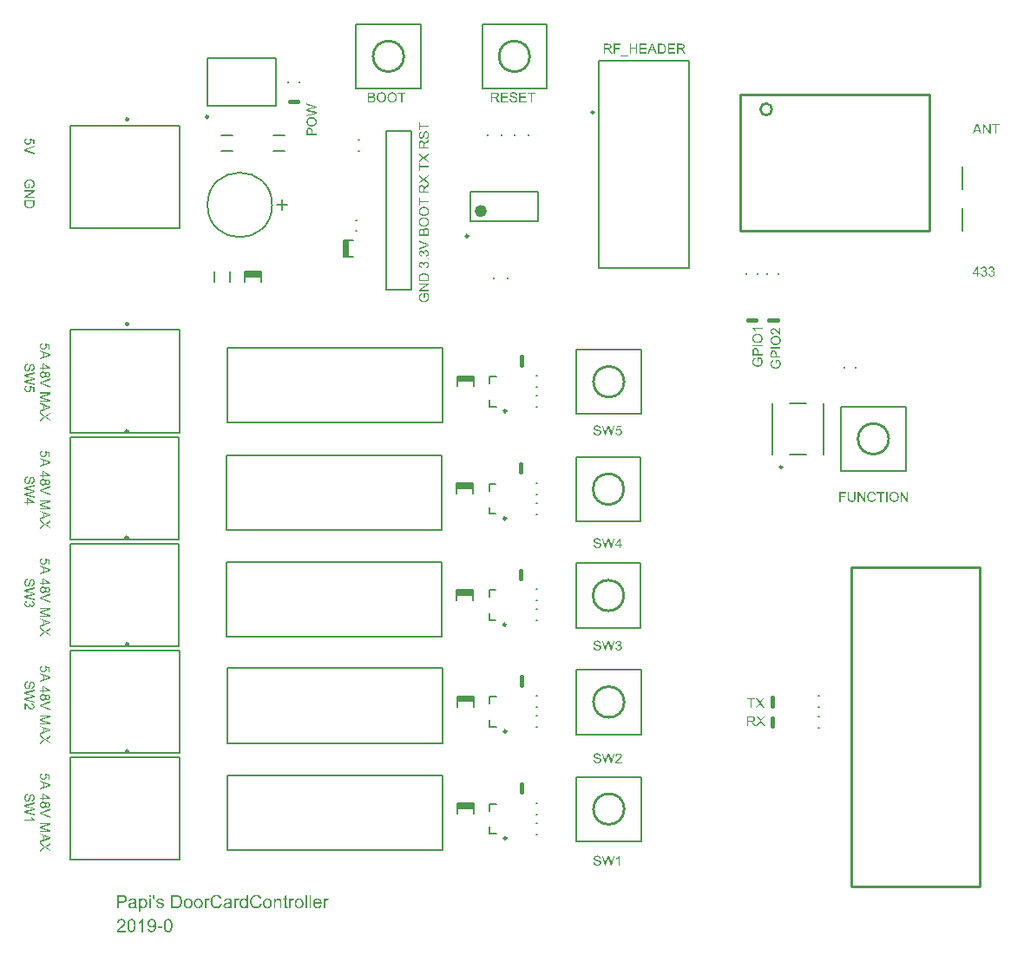
<source format=gto>
G04*
G04 #@! TF.GenerationSoftware,Altium Limited,Altium Designer,19.0.15 (446)*
G04*
G04 Layer_Color=65535*
%FSLAX25Y25*%
%MOIN*%
G70*
G01*
G75*
%ADD10C,0.00984*%
%ADD11C,0.01000*%
%ADD12C,0.02362*%
%ADD13C,0.00787*%
%ADD14C,0.01575*%
%ADD15C,0.00591*%
%ADD16R,0.06299X0.02362*%
%ADD17R,0.02362X0.06299*%
G36*
X107394Y369593D02*
X107391D01*
X107378Y369590D01*
X107361Y369587D01*
X107337Y369582D01*
X107307Y369574D01*
X107271Y369566D01*
X107233Y369555D01*
X107192Y369541D01*
X107107Y369508D01*
X107061Y369489D01*
X107017Y369467D01*
X106974Y369440D01*
X106933Y369413D01*
X106894Y369380D01*
X106859Y369344D01*
X106856Y369342D01*
X106851Y369336D01*
X106843Y369325D01*
X106832Y369309D01*
X106818Y369290D01*
X106801Y369265D01*
X106788Y369241D01*
X106772Y369211D01*
X106752Y369178D01*
X106739Y369140D01*
X106722Y369101D01*
X106709Y369058D01*
X106698Y369014D01*
X106690Y368968D01*
X106684Y368918D01*
X106681Y368867D01*
Y368850D01*
X106684Y368834D01*
Y368809D01*
X106690Y368782D01*
X106695Y368746D01*
X106703Y368708D01*
X106714Y368667D01*
X106725Y368624D01*
X106741Y368577D01*
X106763Y368531D01*
X106788Y368482D01*
X106815Y368435D01*
X106851Y368386D01*
X106889Y368340D01*
X106933Y368296D01*
X106935Y368293D01*
X106944Y368285D01*
X106960Y368274D01*
X106979Y368261D01*
X107003Y368241D01*
X107034Y368222D01*
X107069Y368200D01*
X107110Y368179D01*
X107156Y368160D01*
X107206Y368138D01*
X107260Y368119D01*
X107320Y368099D01*
X107386Y368086D01*
X107454Y368075D01*
X107525Y368067D01*
X107601Y368064D01*
X107607D01*
X107618D01*
X107640Y368067D01*
X107667D01*
X107700Y368070D01*
X107741Y368075D01*
X107782Y368083D01*
X107831Y368091D01*
X107880Y368105D01*
X107929Y368119D01*
X107981Y368138D01*
X108036Y368160D01*
X108087Y368184D01*
X108136Y368214D01*
X108186Y368250D01*
X108229Y368288D01*
X108232Y368291D01*
X108240Y368299D01*
X108251Y368310D01*
X108265Y368329D01*
X108284Y368351D01*
X108303Y368378D01*
X108322Y368408D01*
X108344Y368443D01*
X108366Y368484D01*
X108385Y368528D01*
X108407Y368575D01*
X108423Y368626D01*
X108437Y368684D01*
X108448Y368744D01*
X108456Y368807D01*
X108459Y368872D01*
Y368894D01*
X108456Y368910D01*
Y368929D01*
X108453Y368954D01*
X108450Y368979D01*
X108445Y369009D01*
X108434Y369071D01*
X108415Y369140D01*
X108390Y369211D01*
X108355Y369279D01*
Y369282D01*
X108349Y369287D01*
X108344Y369295D01*
X108336Y369309D01*
X108314Y369342D01*
X108284Y369383D01*
X108246Y369426D01*
X108202Y369473D01*
X108150Y369519D01*
X108093Y369560D01*
X108150Y369997D01*
X110091Y369631D01*
Y367750D01*
X109649D01*
Y369263D01*
X108631Y369464D01*
X108633Y369462D01*
X108642Y369448D01*
X108652Y369432D01*
X108669Y369404D01*
X108685Y369374D01*
X108707Y369339D01*
X108726Y369295D01*
X108751Y369249D01*
X108773Y369197D01*
X108794Y369142D01*
X108814Y369082D01*
X108830Y369022D01*
X108846Y368957D01*
X108857Y368891D01*
X108865Y368820D01*
X108868Y368752D01*
Y368730D01*
X108865Y368703D01*
X108863Y368670D01*
X108857Y368626D01*
X108849Y368577D01*
X108838Y368520D01*
X108825Y368460D01*
X108808Y368397D01*
X108783Y368329D01*
X108756Y368261D01*
X108723Y368190D01*
X108683Y368119D01*
X108639Y368048D01*
X108584Y367979D01*
X108524Y367914D01*
X108521Y367911D01*
X108508Y367900D01*
X108489Y367881D01*
X108461Y367859D01*
X108429Y367835D01*
X108388Y367805D01*
X108338Y367775D01*
X108284Y367742D01*
X108224Y367712D01*
X108158Y367682D01*
X108085Y367652D01*
X108008Y367624D01*
X107924Y367605D01*
X107834Y367586D01*
X107741Y367575D01*
X107642Y367573D01*
X107640D01*
X107637D01*
X107629D01*
X107621D01*
X107593Y367575D01*
X107558Y367578D01*
X107511Y367581D01*
X107459Y367589D01*
X107402Y367597D01*
X107339Y367611D01*
X107271Y367627D01*
X107200Y367646D01*
X107126Y367671D01*
X107053Y367698D01*
X106976Y367734D01*
X106903Y367775D01*
X106829Y367821D01*
X106758Y367873D01*
X106752Y367878D01*
X106739Y367889D01*
X106717Y367911D01*
X106687Y367938D01*
X106651Y367977D01*
X106613Y368020D01*
X106572Y368072D01*
X106528Y368132D01*
X106485Y368200D01*
X106444Y368274D01*
X106406Y368356D01*
X106370Y368446D01*
X106343Y368542D01*
X106318Y368643D01*
X106305Y368752D01*
X106299Y368867D01*
Y368888D01*
X106302Y368916D01*
X106305Y368951D01*
X106307Y368995D01*
X106316Y369047D01*
X106324Y369104D01*
X106335Y369164D01*
X106351Y369230D01*
X106370Y369298D01*
X106392Y369369D01*
X106419Y369440D01*
X106452Y369508D01*
X106490Y369579D01*
X106537Y369645D01*
X106586Y369707D01*
X106589Y369710D01*
X106599Y369721D01*
X106616Y369738D01*
X106638Y369759D01*
X106668Y369784D01*
X106703Y369814D01*
X106744Y369844D01*
X106791Y369877D01*
X106843Y369910D01*
X106900Y369939D01*
X106963Y369972D01*
X107031Y370002D01*
X107105Y370027D01*
X107184Y370049D01*
X107266Y370068D01*
X107353Y370079D01*
X107394Y369593D01*
D02*
G37*
G36*
X110140Y365915D02*
Y365380D01*
X106362Y363835D01*
Y364403D01*
X107506Y364840D01*
Y366426D01*
X106362Y366838D01*
Y367365D01*
X110140Y365915D01*
D02*
G37*
G36*
Y360587D02*
Y360207D01*
X107692D01*
Y359697D01*
X107266D01*
Y360207D01*
X106362D01*
Y360671D01*
X107266D01*
Y362309D01*
X107692D01*
X110140Y360587D01*
D02*
G37*
G36*
X107517Y359227D02*
X107547Y359224D01*
X107585Y359219D01*
X107626Y359213D01*
X107670Y359205D01*
X107716Y359197D01*
X107768Y359183D01*
X107817Y359170D01*
X107869Y359151D01*
X107921Y359129D01*
X107973Y359104D01*
X108022Y359077D01*
X108071Y359044D01*
X108074Y359041D01*
X108082Y359036D01*
X108096Y359025D01*
X108112Y359009D01*
X108131Y358990D01*
X108156Y358965D01*
X108180Y358938D01*
X108207Y358908D01*
X108235Y358869D01*
X108262Y358831D01*
X108292Y358787D01*
X108319Y358738D01*
X108344Y358686D01*
X108369Y358632D01*
X108390Y358572D01*
X108410Y358509D01*
Y358512D01*
X108415Y358523D01*
X108420Y358536D01*
X108429Y358555D01*
X108440Y358580D01*
X108453Y358607D01*
X108470Y358637D01*
X108486Y358670D01*
X108530Y358741D01*
X108581Y358812D01*
X108642Y358880D01*
X108674Y358910D01*
X108710Y358938D01*
X108712Y358940D01*
X108718Y358943D01*
X108729Y358951D01*
X108745Y358960D01*
X108764Y358970D01*
X108786Y358981D01*
X108814Y358995D01*
X108844Y359006D01*
X108876Y359019D01*
X108912Y359033D01*
X108950Y359044D01*
X108991Y359055D01*
X109081Y359071D01*
X109130Y359074D01*
X109179Y359077D01*
X109185D01*
X109198D01*
X109220Y359074D01*
X109248Y359071D01*
X109283Y359069D01*
X109324Y359061D01*
X109371Y359052D01*
X109420Y359039D01*
X109474Y359025D01*
X109529Y359006D01*
X109586Y358981D01*
X109646Y358951D01*
X109704Y358918D01*
X109764Y358880D01*
X109818Y358834D01*
X109873Y358782D01*
X109876Y358779D01*
X109884Y358768D01*
X109900Y358752D01*
X109916Y358727D01*
X109938Y358697D01*
X109963Y358662D01*
X109987Y358621D01*
X110015Y358572D01*
X110039Y358520D01*
X110064Y358460D01*
X110088Y358394D01*
X110110Y358323D01*
X110129Y358250D01*
X110143Y358168D01*
X110151Y358083D01*
X110154Y357993D01*
Y357971D01*
X110151Y357947D01*
X110149Y357911D01*
X110146Y357870D01*
X110138Y357821D01*
X110129Y357766D01*
X110118Y357709D01*
X110102Y357646D01*
X110083Y357581D01*
X110061Y357515D01*
X110031Y357450D01*
X109998Y357384D01*
X109960Y357319D01*
X109916Y357256D01*
X109865Y357199D01*
X109862Y357196D01*
X109851Y357185D01*
X109835Y357171D01*
X109813Y357152D01*
X109785Y357128D01*
X109753Y357103D01*
X109714Y357076D01*
X109671Y357046D01*
X109622Y357018D01*
X109567Y356991D01*
X109510Y356967D01*
X109450Y356942D01*
X109384Y356923D01*
X109313Y356909D01*
X109242Y356898D01*
X109166Y356896D01*
X109163D01*
X109155D01*
X109141D01*
X109122Y356898D01*
X109100Y356901D01*
X109073Y356904D01*
X109043Y356907D01*
X109010Y356912D01*
X108939Y356928D01*
X108863Y356953D01*
X108825Y356969D01*
X108786Y356988D01*
X108748Y357010D01*
X108710Y357035D01*
X108707Y357037D01*
X108702Y357040D01*
X108691Y357049D01*
X108677Y357062D01*
X108661Y357076D01*
X108644Y357095D01*
X108622Y357114D01*
X108601Y357138D01*
X108576Y357169D01*
X108552Y357199D01*
X108527Y357234D01*
X108502Y357270D01*
X108478Y357313D01*
X108453Y357357D01*
X108431Y357403D01*
X108410Y357455D01*
Y357453D01*
X108404Y357439D01*
X108399Y357422D01*
X108388Y357398D01*
X108377Y357368D01*
X108360Y357335D01*
X108344Y357297D01*
X108322Y357259D01*
X108298Y357215D01*
X108270Y357171D01*
X108240Y357128D01*
X108207Y357084D01*
X108172Y357040D01*
X108131Y356999D01*
X108090Y356958D01*
X108044Y356923D01*
X108041Y356920D01*
X108033Y356915D01*
X108019Y356907D01*
X108000Y356893D01*
X107975Y356879D01*
X107945Y356866D01*
X107913Y356849D01*
X107874Y356830D01*
X107831Y356814D01*
X107787Y356797D01*
X107735Y356784D01*
X107683Y356767D01*
X107626Y356756D01*
X107569Y356748D01*
X107506Y356743D01*
X107440Y356740D01*
X107435D01*
X107419D01*
X107394Y356743D01*
X107358Y356745D01*
X107317Y356751D01*
X107271Y356759D01*
X107217Y356770D01*
X107156Y356784D01*
X107094Y356800D01*
X107028Y356825D01*
X106963Y356852D01*
X106894Y356885D01*
X106823Y356926D01*
X106758Y356969D01*
X106690Y357024D01*
X106627Y357084D01*
X106624Y357087D01*
X106613Y357100D01*
X106597Y357119D01*
X106575Y357147D01*
X106550Y357179D01*
X106523Y357223D01*
X106493Y357270D01*
X106463Y357324D01*
X106433Y357387D01*
X106403Y357455D01*
X106376Y357529D01*
X106351Y357608D01*
X106329Y357696D01*
X106313Y357786D01*
X106302Y357884D01*
X106299Y357985D01*
Y358009D01*
X106302Y358039D01*
X106305Y358078D01*
X106310Y358124D01*
X106316Y358179D01*
X106326Y358242D01*
X106340Y358307D01*
X106359Y358378D01*
X106381Y358452D01*
X106406Y358525D01*
X106438Y358602D01*
X106477Y358678D01*
X106520Y358752D01*
X106572Y358820D01*
X106630Y358889D01*
X106632Y358891D01*
X106646Y358902D01*
X106662Y358921D01*
X106690Y358940D01*
X106722Y358968D01*
X106761Y358998D01*
X106804Y359028D01*
X106856Y359058D01*
X106913Y359090D01*
X106976Y359120D01*
X107044Y359151D01*
X107115Y359175D01*
X107195Y359197D01*
X107276Y359216D01*
X107364Y359227D01*
X107454Y359230D01*
X107459D01*
X107470D01*
X107490D01*
X107517Y359227D01*
D02*
G37*
G36*
X110140Y355945D02*
X107394Y354965D01*
X107391Y354963D01*
X107380Y354960D01*
X107361Y354955D01*
X107337Y354946D01*
X107309Y354935D01*
X107274Y354925D01*
X107236Y354911D01*
X107192Y354894D01*
X107146Y354881D01*
X107096Y354864D01*
X106993Y354832D01*
X106883Y354796D01*
X106774Y354766D01*
X106777D01*
X106788Y354763D01*
X106804Y354758D01*
X106826Y354750D01*
X106856Y354742D01*
X106889Y354733D01*
X106927Y354720D01*
X106968Y354709D01*
X107012Y354693D01*
X107061Y354679D01*
X107113Y354660D01*
X107165Y354643D01*
X107279Y354605D01*
X107394Y354561D01*
X110140Y353540D01*
Y353030D01*
X106362Y354509D01*
Y355026D01*
X110140Y356489D01*
Y355945D01*
D02*
G37*
G36*
Y350382D02*
X107465Y349486D01*
X107459Y349484D01*
X107448Y349481D01*
X107429Y349475D01*
X107405Y349467D01*
X107372Y349456D01*
X107337Y349445D01*
X107298Y349432D01*
X107255Y349418D01*
X107165Y349388D01*
X107072Y349358D01*
X107025Y349344D01*
X106982Y349331D01*
X106944Y349317D01*
X106905Y349306D01*
X106908D01*
X106916Y349303D01*
X106927Y349298D01*
X106944Y349292D01*
X106965Y349287D01*
X106993Y349279D01*
X107023Y349268D01*
X107058Y349257D01*
X107099Y349243D01*
X107143Y349227D01*
X107192Y349211D01*
X107246Y349194D01*
X107307Y349172D01*
X107369Y349153D01*
X107438Y349129D01*
X107511Y349104D01*
X110140Y348198D01*
Y347523D01*
X106362D01*
Y348007D01*
X109523D01*
X106362Y349107D01*
Y349560D01*
X109578Y350649D01*
X106362D01*
Y351132D01*
X110140D01*
Y350382D01*
D02*
G37*
G36*
Y345681D02*
Y345146D01*
X106362Y343601D01*
Y344168D01*
X107506Y344605D01*
Y346191D01*
X106362Y346603D01*
Y347130D01*
X110140Y345681D01*
D02*
G37*
G36*
X108319Y342126D02*
X110140Y343415D01*
Y342817D01*
X109174Y342129D01*
X109171Y342126D01*
X109160Y342121D01*
X109144Y342107D01*
X109125Y342093D01*
X109100Y342077D01*
X109070Y342055D01*
X109037Y342033D01*
X109005Y342009D01*
X108928Y341960D01*
X108852Y341911D01*
X108778Y341864D01*
X108743Y341842D01*
X108710Y341826D01*
X108712Y341823D01*
X108718Y341821D01*
X108729Y341812D01*
X108745Y341804D01*
X108762Y341791D01*
X108783Y341777D01*
X108811Y341760D01*
X108838Y341741D01*
X108901Y341698D01*
X108972Y341649D01*
X109051Y341591D01*
X109133Y341528D01*
X110140Y340772D01*
Y340226D01*
X108344Y341537D01*
X106362Y340122D01*
Y340742D01*
X107708Y341695D01*
X107713Y341698D01*
X107727Y341709D01*
X107752Y341725D01*
X107779Y341744D01*
X107814Y341769D01*
X107853Y341793D01*
X107937Y341850D01*
X107934D01*
X107929Y341856D01*
X107918Y341862D01*
X107907Y341870D01*
X107872Y341892D01*
X107834Y341919D01*
X107787Y341949D01*
X107743Y341976D01*
X107702Y342003D01*
X107670Y342028D01*
X106362Y342986D01*
Y343587D01*
X108319Y342126D01*
D02*
G37*
G36*
X212536Y461103D02*
Y460617D01*
X209658Y459828D01*
X209653D01*
X209642Y459823D01*
X209626Y459817D01*
X209601Y459812D01*
X209571Y459803D01*
X209541Y459795D01*
X209505Y459784D01*
X209467Y459773D01*
X209391Y459752D01*
X209355Y459743D01*
X209320Y459732D01*
X209287Y459724D01*
X209260Y459716D01*
X209235Y459711D01*
X209216Y459705D01*
X209219D01*
X209227Y459702D01*
X209241Y459700D01*
X209260Y459694D01*
X209281Y459689D01*
X209309Y459683D01*
X209336Y459675D01*
X209369Y459667D01*
X209437Y459651D01*
X209511Y459631D01*
X209587Y459612D01*
X209658Y459593D01*
X212536Y458799D01*
Y458280D01*
X208757Y457284D01*
Y457794D01*
X211236Y458367D01*
X211242D01*
X211253Y458373D01*
X211274Y458376D01*
X211302Y458384D01*
X211337Y458392D01*
X211378Y458400D01*
X211427Y458411D01*
X211479Y458422D01*
X211534Y458436D01*
X211594Y458447D01*
X211659Y458460D01*
X211725Y458474D01*
X211864Y458501D01*
X212009Y458529D01*
X212006D01*
X212001Y458531D01*
X211992D01*
X211982Y458534D01*
X211968Y458539D01*
X211951Y458542D01*
X211913Y458550D01*
X211864Y458564D01*
X211812Y458575D01*
X211755Y458589D01*
X211695Y458605D01*
X211572Y458635D01*
X211512Y458649D01*
X211457Y458662D01*
X211408Y458676D01*
X211367Y458684D01*
X211332Y458695D01*
X211321Y458698D01*
X211310Y458701D01*
X208757Y459416D01*
Y460019D01*
X210671Y460560D01*
X210674D01*
X210679Y460562D01*
X210690Y460565D01*
X210704Y460568D01*
X210720Y460573D01*
X210742Y460579D01*
X210764Y460584D01*
X210791Y460592D01*
X210821Y460601D01*
X210854Y460609D01*
X210930Y460628D01*
X211012Y460650D01*
X211105Y460672D01*
X211206Y460696D01*
X211310Y460721D01*
X211422Y460745D01*
X211537Y460770D01*
X211771Y460816D01*
X212009Y460854D01*
X212003D01*
X211992Y460857D01*
X211973Y460863D01*
X211946Y460868D01*
X211911Y460876D01*
X211872Y460885D01*
X211823Y460895D01*
X211771Y460906D01*
X211714Y460920D01*
X211651Y460934D01*
X211583Y460947D01*
X211512Y460966D01*
X211436Y460983D01*
X211356Y461002D01*
X211272Y461021D01*
X211187Y461043D01*
X208757Y461635D01*
Y462140D01*
X212536Y461103D01*
D02*
G37*
G36*
X210709Y456978D02*
X210750D01*
X210799Y456972D01*
X210857Y456970D01*
X210925Y456961D01*
X210996Y456951D01*
X211075Y456940D01*
X211157Y456923D01*
X211242Y456904D01*
X211329Y456882D01*
X211419Y456855D01*
X211506Y456825D01*
X211594Y456789D01*
X211681Y456749D01*
X211687Y456746D01*
X211700Y456738D01*
X211725Y456724D01*
X211755Y456705D01*
X211793Y456683D01*
X211837Y456653D01*
X211886Y456617D01*
X211938Y456579D01*
X211992Y456536D01*
X212047Y456487D01*
X212104Y456432D01*
X212162Y456375D01*
X212216Y456309D01*
X212271Y456241D01*
X212320Y456167D01*
X212366Y456091D01*
X212369Y456085D01*
X212377Y456072D01*
X212388Y456047D01*
X212402Y456017D01*
X212421Y455976D01*
X212440Y455930D01*
X212462Y455878D01*
X212481Y455818D01*
X212503Y455749D01*
X212525Y455678D01*
X212544Y455605D01*
X212563Y455523D01*
X212577Y455441D01*
X212587Y455353D01*
X212596Y455264D01*
X212598Y455173D01*
Y455149D01*
X212596Y455122D01*
X212593Y455083D01*
X212590Y455037D01*
X212585Y454982D01*
X212577Y454919D01*
X212566Y454854D01*
X212552Y454780D01*
X212536Y454704D01*
X212514Y454625D01*
X212489Y454545D01*
X212462Y454464D01*
X212426Y454379D01*
X212388Y454297D01*
X212342Y454218D01*
X212339Y454212D01*
X212331Y454199D01*
X212315Y454177D01*
X212295Y454150D01*
X212268Y454114D01*
X212238Y454073D01*
X212200Y454030D01*
X212159Y453980D01*
X212110Y453931D01*
X212058Y453877D01*
X212001Y453825D01*
X211938Y453773D01*
X211870Y453721D01*
X211799Y453672D01*
X211722Y453625D01*
X211640Y453582D01*
X211635Y453579D01*
X211621Y453574D01*
X211596Y453563D01*
X211561Y453549D01*
X211520Y453533D01*
X211471Y453513D01*
X211416Y453494D01*
X211354Y453475D01*
X211285Y453453D01*
X211212Y453434D01*
X211135Y453415D01*
X211053Y453399D01*
X210966Y453385D01*
X210878Y453374D01*
X210788Y453369D01*
X210696Y453366D01*
X210693D01*
X210685D01*
X210671D01*
X210655D01*
X210633Y453369D01*
X210606D01*
X210576Y453372D01*
X210540Y453374D01*
X210502Y453377D01*
X210461Y453382D01*
X210417Y453388D01*
X210371Y453393D01*
X210270Y453410D01*
X210161Y453429D01*
X210043Y453456D01*
X209923Y453489D01*
X209800Y453530D01*
X209677Y453579D01*
X209557Y453636D01*
X209440Y453705D01*
X209383Y453743D01*
X209328Y453781D01*
X209276Y453825D01*
X209224Y453871D01*
X209221Y453874D01*
X209219Y453877D01*
X209210Y453885D01*
X209202Y453896D01*
X209189Y453907D01*
X209175Y453923D01*
X209139Y453964D01*
X209101Y454013D01*
X209055Y454073D01*
X209009Y454144D01*
X208957Y454223D01*
X208908Y454313D01*
X208861Y454412D01*
X208815Y454518D01*
X208774Y454633D01*
X208741Y454758D01*
X208714Y454889D01*
X208705Y454958D01*
X208697Y455029D01*
X208695Y455100D01*
X208692Y455173D01*
Y455198D01*
X208695Y455225D01*
Y455261D01*
X208700Y455307D01*
X208705Y455362D01*
X208714Y455422D01*
X208722Y455487D01*
X208735Y455558D01*
X208752Y455635D01*
X208774Y455714D01*
X208798Y455793D01*
X208826Y455875D01*
X208861Y455957D01*
X208899Y456039D01*
X208943Y456118D01*
X208946Y456123D01*
X208954Y456137D01*
X208967Y456159D01*
X208989Y456186D01*
X209014Y456222D01*
X209044Y456263D01*
X209082Y456306D01*
X209123Y456355D01*
X209170Y456407D01*
X209221Y456459D01*
X209279Y456514D01*
X209342Y456566D01*
X209410Y456617D01*
X209481Y456669D01*
X209557Y456716D01*
X209639Y456760D01*
X209645Y456762D01*
X209658Y456770D01*
X209683Y456781D01*
X209718Y456795D01*
X209759Y456811D01*
X209811Y456831D01*
X209868Y456850D01*
X209934Y456871D01*
X210005Y456890D01*
X210084Y456910D01*
X210166Y456929D01*
X210256Y456945D01*
X210349Y456961D01*
X210447Y456972D01*
X210548Y456978D01*
X210652Y456981D01*
X210655D01*
X210657D01*
X210666D01*
X210677D01*
X210690D01*
X210709Y456978D01*
D02*
G37*
G36*
X209898Y452880D02*
X209931Y452877D01*
X209975Y452875D01*
X210021Y452867D01*
X210076Y452858D01*
X210133Y452845D01*
X210196Y452828D01*
X210262Y452807D01*
X210330Y452782D01*
X210398Y452752D01*
X210466Y452716D01*
X210535Y452675D01*
X210603Y452629D01*
X210666Y452574D01*
X210668Y452572D01*
X210679Y452561D01*
X210696Y452542D01*
X210718Y452514D01*
X210742Y452479D01*
X210772Y452435D01*
X210802Y452383D01*
X210832Y452320D01*
X210862Y452249D01*
X210892Y452170D01*
X210922Y452077D01*
X210947Y451979D01*
X210969Y451867D01*
X210977Y451807D01*
X210985Y451745D01*
X210991Y451679D01*
X210996Y451611D01*
X210999Y451540D01*
Y450500D01*
X212536D01*
Y450000D01*
X208757D01*
Y451515D01*
X208760Y451553D01*
Y451592D01*
X208763Y451635D01*
X208766Y451728D01*
X208774Y451824D01*
X208782Y451917D01*
X208790Y451960D01*
X208796Y451998D01*
Y452001D01*
X208798Y452012D01*
X208801Y452026D01*
X208804Y452045D01*
X208809Y452069D01*
X208817Y452097D01*
X208826Y452127D01*
X208834Y452162D01*
X208858Y452236D01*
X208891Y452312D01*
X208927Y452391D01*
X208973Y452465D01*
X208976Y452468D01*
X208979Y452473D01*
X208987Y452484D01*
X208998Y452495D01*
X209009Y452512D01*
X209025Y452531D01*
X209044Y452553D01*
X209066Y452574D01*
X209090Y452596D01*
X209118Y452621D01*
X209180Y452673D01*
X209254Y452722D01*
X209336Y452768D01*
X209339Y452771D01*
X209347Y452774D01*
X209361Y452779D01*
X209377Y452787D01*
X209399Y452796D01*
X209426Y452804D01*
X209456Y452815D01*
X209489Y452826D01*
X209524Y452837D01*
X209565Y452847D01*
X209606Y452856D01*
X209653Y452864D01*
X209748Y452877D01*
X209852Y452883D01*
X209858D01*
X209874D01*
X209898Y452880D01*
D02*
G37*
G36*
X153390Y145295D02*
X151482D01*
Y145918D01*
X153390D01*
Y145295D01*
D02*
G37*
G36*
X149309Y148837D02*
X149353Y148833D01*
X149404Y148826D01*
X149459Y148819D01*
X149521Y148808D01*
X149590Y148793D01*
X149659Y148775D01*
X149735Y148753D01*
X149812Y148728D01*
X149888Y148698D01*
X149968Y148662D01*
X150045Y148622D01*
X150121Y148575D01*
X150125Y148571D01*
X150139Y148564D01*
X150161Y148546D01*
X150187Y148527D01*
X150223Y148498D01*
X150263Y148466D01*
X150303Y148425D01*
X150350Y148382D01*
X150401Y148331D01*
X150452Y148273D01*
X150503Y148211D01*
X150554Y148142D01*
X150605Y148069D01*
X150653Y147992D01*
X150700Y147909D01*
X150740Y147818D01*
X150743Y147810D01*
X150751Y147796D01*
X150758Y147767D01*
X150773Y147727D01*
X150791Y147676D01*
X150809Y147614D01*
X150827Y147541D01*
X150849Y147457D01*
X150867Y147363D01*
X150885Y147257D01*
X150904Y147144D01*
X150922Y147017D01*
X150936Y146879D01*
X150944Y146733D01*
X150951Y146573D01*
X150955Y146405D01*
Y146402D01*
Y146394D01*
Y146380D01*
Y146362D01*
Y146340D01*
Y146314D01*
X150951Y146282D01*
Y146245D01*
Y146205D01*
X150947Y146165D01*
X150944Y146070D01*
X150936Y145965D01*
X150929Y145852D01*
X150918Y145732D01*
X150904Y145608D01*
X150885Y145477D01*
X150867Y145350D01*
X150842Y145222D01*
X150813Y145099D01*
X150780Y144982D01*
X150743Y144869D01*
X150740Y144862D01*
X150733Y144844D01*
X150722Y144815D01*
X150703Y144775D01*
X150682Y144727D01*
X150656Y144673D01*
X150623Y144611D01*
X150587Y144545D01*
X150543Y144476D01*
X150500Y144407D01*
X150445Y144334D01*
X150390Y144261D01*
X150329Y144192D01*
X150263Y144123D01*
X150194Y144058D01*
X150117Y143999D01*
X150114Y143996D01*
X150099Y143988D01*
X150077Y143970D01*
X150045Y143952D01*
X150005Y143930D01*
X149957Y143905D01*
X149903Y143879D01*
X149841Y143850D01*
X149775Y143821D01*
X149699Y143795D01*
X149622Y143770D01*
X149535Y143748D01*
X149444Y143730D01*
X149349Y143715D01*
X149251Y143704D01*
X149149Y143701D01*
X149124D01*
X149091Y143704D01*
X149051D01*
X149000Y143712D01*
X148942Y143719D01*
X148876Y143730D01*
X148807Y143741D01*
X148731Y143759D01*
X148651Y143781D01*
X148570Y143806D01*
X148490Y143839D01*
X148410Y143876D01*
X148330Y143919D01*
X148254Y143970D01*
X148181Y144028D01*
X148177Y144032D01*
X148166Y144043D01*
X148144Y144061D01*
X148123Y144090D01*
X148094Y144123D01*
X148057Y144163D01*
X148021Y144210D01*
X147984Y144269D01*
X147944Y144331D01*
X147908Y144400D01*
X147868Y144473D01*
X147835Y144556D01*
X147802Y144647D01*
X147773Y144742D01*
X147751Y144844D01*
X147733Y144953D01*
X148327Y145008D01*
Y145004D01*
X148330Y144989D01*
X148334Y144967D01*
X148341Y144938D01*
X148348Y144906D01*
X148359Y144866D01*
X148374Y144818D01*
X148388Y144775D01*
X148428Y144673D01*
X148479Y144571D01*
X148541Y144476D01*
X148574Y144432D01*
X148614Y144396D01*
X148618Y144392D01*
X148625Y144389D01*
X148636Y144378D01*
X148654Y144367D01*
X148672Y144352D01*
X148698Y144338D01*
X148731Y144320D01*
X148763Y144305D01*
X148800Y144287D01*
X148843Y144269D01*
X148934Y144239D01*
X149040Y144218D01*
X149098Y144214D01*
X149160Y144210D01*
X149189D01*
X149207Y144214D01*
X149233D01*
X149262Y144218D01*
X149331Y144225D01*
X149408Y144243D01*
X149495Y144265D01*
X149579Y144294D01*
X149662Y144338D01*
X149666D01*
X149673Y144345D01*
X149684Y144352D01*
X149699Y144363D01*
X149739Y144392D01*
X149786Y144432D01*
X149841Y144480D01*
X149899Y144542D01*
X149957Y144611D01*
X150012Y144687D01*
Y144691D01*
X150019Y144698D01*
X150026Y144709D01*
X150034Y144727D01*
X150048Y144749D01*
X150059Y144775D01*
X150077Y144807D01*
X150092Y144844D01*
X150110Y144884D01*
X150128Y144928D01*
X150146Y144975D01*
X150168Y145026D01*
X150187Y145084D01*
X150205Y145142D01*
X150223Y145208D01*
X150241Y145273D01*
Y145277D01*
X150245Y145291D01*
X150249Y145310D01*
X150256Y145339D01*
X150263Y145372D01*
X150270Y145412D01*
X150281Y145455D01*
X150288Y145506D01*
X150296Y145561D01*
X150307Y145623D01*
X150321Y145750D01*
X150332Y145888D01*
X150336Y146030D01*
Y146034D01*
Y146038D01*
Y146049D01*
Y146060D01*
Y146078D01*
Y146099D01*
Y146125D01*
Y146154D01*
X150332Y146151D01*
X150329Y146140D01*
X150318Y146125D01*
X150303Y146103D01*
X150281Y146078D01*
X150259Y146049D01*
X150234Y146016D01*
X150201Y145983D01*
X150168Y145943D01*
X150128Y145907D01*
X150088Y145867D01*
X150041Y145826D01*
X149943Y145747D01*
X149826Y145674D01*
X149823Y145670D01*
X149812Y145666D01*
X149794Y145656D01*
X149772Y145645D01*
X149739Y145630D01*
X149706Y145615D01*
X149666Y145601D01*
X149619Y145583D01*
X149568Y145564D01*
X149517Y145550D01*
X149397Y145521D01*
X149269Y145499D01*
X149200Y145495D01*
X149131Y145492D01*
X149102D01*
X149069Y145495D01*
X149025Y145499D01*
X148975Y145506D01*
X148909Y145517D01*
X148840Y145528D01*
X148763Y145550D01*
X148683Y145572D01*
X148596Y145601D01*
X148509Y145637D01*
X148421Y145681D01*
X148330Y145736D01*
X148243Y145794D01*
X148155Y145863D01*
X148072Y145943D01*
X148068Y145947D01*
X148054Y145965D01*
X148032Y145990D01*
X148006Y146027D01*
X147974Y146070D01*
X147937Y146125D01*
X147897Y146191D01*
X147857Y146263D01*
X147817Y146343D01*
X147777Y146434D01*
X147740Y146533D01*
X147708Y146638D01*
X147682Y146751D01*
X147660Y146875D01*
X147646Y147002D01*
X147642Y147137D01*
Y147141D01*
Y147144D01*
Y147155D01*
Y147170D01*
X147646Y147188D01*
Y147210D01*
X147650Y147264D01*
X147657Y147330D01*
X147668Y147406D01*
X147679Y147490D01*
X147701Y147581D01*
X147722Y147676D01*
X147751Y147778D01*
X147788Y147880D01*
X147831Y147981D01*
X147886Y148083D01*
X147944Y148185D01*
X148013Y148280D01*
X148094Y148371D01*
X148097Y148374D01*
X148115Y148393D01*
X148141Y148415D01*
X148174Y148444D01*
X148217Y148480D01*
X148272Y148520D01*
X148334Y148564D01*
X148403Y148608D01*
X148483Y148651D01*
X148567Y148691D01*
X148661Y148731D01*
X148763Y148768D01*
X148869Y148797D01*
X148982Y148819D01*
X149102Y148837D01*
X149226Y148840D01*
X149273D01*
X149309Y148837D01*
D02*
G37*
G36*
X146059Y143784D02*
X145440D01*
Y147723D01*
X145436Y147719D01*
X145429Y147712D01*
X145418Y147701D01*
X145400Y147687D01*
X145378Y147668D01*
X145349Y147643D01*
X145316Y147617D01*
X145283Y147588D01*
X145240Y147559D01*
X145196Y147523D01*
X145149Y147490D01*
X145098Y147450D01*
X145040Y147414D01*
X144981Y147374D01*
X144850Y147293D01*
X144847Y147290D01*
X144836Y147283D01*
X144814Y147272D01*
X144788Y147261D01*
X144759Y147242D01*
X144723Y147221D01*
X144679Y147199D01*
X144636Y147173D01*
X144534Y147122D01*
X144424Y147071D01*
X144312Y147020D01*
X144202Y146977D01*
Y147574D01*
X144210Y147577D01*
X144224Y147585D01*
X144253Y147599D01*
X144290Y147617D01*
X144333Y147639D01*
X144388Y147668D01*
X144446Y147701D01*
X144508Y147738D01*
X144577Y147781D01*
X144650Y147825D01*
X144803Y147927D01*
X144959Y148040D01*
X145109Y148163D01*
X145112Y148167D01*
X145127Y148178D01*
X145145Y148196D01*
X145171Y148222D01*
X145203Y148254D01*
X145240Y148291D01*
X145280Y148335D01*
X145324Y148378D01*
X145367Y148429D01*
X145414Y148484D01*
X145505Y148597D01*
X145589Y148717D01*
X145626Y148779D01*
X145658Y148840D01*
X146059D01*
Y143784D01*
D02*
G37*
G36*
X137643Y148837D02*
X137694Y148833D01*
X137756Y148829D01*
X137825Y148819D01*
X137905Y148808D01*
X137989Y148790D01*
X138080Y148768D01*
X138171Y148742D01*
X138269Y148709D01*
X138364Y148669D01*
X138459Y148622D01*
X138549Y148571D01*
X138637Y148509D01*
X138721Y148436D01*
X138724Y148433D01*
X138739Y148418D01*
X138761Y148396D01*
X138786Y148364D01*
X138819Y148327D01*
X138855Y148280D01*
X138895Y148225D01*
X138935Y148163D01*
X138972Y148094D01*
X139012Y148018D01*
X139048Y147934D01*
X139081Y147847D01*
X139106Y147752D01*
X139128Y147654D01*
X139143Y147548D01*
X139146Y147439D01*
Y147435D01*
Y147424D01*
Y147410D01*
Y147388D01*
X139143Y147359D01*
X139139Y147330D01*
X139136Y147293D01*
X139132Y147253D01*
X139117Y147162D01*
X139095Y147061D01*
X139063Y146955D01*
X139023Y146846D01*
Y146842D01*
X139015Y146831D01*
X139008Y146817D01*
X138997Y146795D01*
X138986Y146769D01*
X138968Y146737D01*
X138950Y146700D01*
X138924Y146660D01*
X138899Y146616D01*
X138870Y146569D01*
X138797Y146464D01*
X138757Y146409D01*
X138713Y146351D01*
X138662Y146292D01*
X138611Y146231D01*
X138608Y146227D01*
X138597Y146216D01*
X138582Y146198D01*
X138557Y146172D01*
X138524Y146140D01*
X138484Y146099D01*
X138440Y146052D01*
X138386Y145998D01*
X138324Y145939D01*
X138251Y145874D01*
X138175Y145801D01*
X138087Y145721D01*
X137993Y145637D01*
X137891Y145546D01*
X137778Y145448D01*
X137658Y145346D01*
X137650Y145342D01*
X137632Y145324D01*
X137607Y145302D01*
X137570Y145270D01*
X137523Y145233D01*
X137476Y145190D01*
X137421Y145142D01*
X137363Y145091D01*
X137239Y144986D01*
X137181Y144931D01*
X137123Y144880D01*
X137068Y144829D01*
X137021Y144785D01*
X136977Y144746D01*
X136944Y144709D01*
X136937Y144702D01*
X136919Y144680D01*
X136890Y144647D01*
X136853Y144607D01*
X136813Y144556D01*
X136769Y144502D01*
X136726Y144440D01*
X136686Y144378D01*
X139154D01*
Y143784D01*
X135827D01*
Y143788D01*
Y143795D01*
Y143806D01*
Y143821D01*
Y143843D01*
X135830Y143865D01*
X135834Y143923D01*
X135841Y143985D01*
X135852Y144058D01*
X135871Y144134D01*
X135896Y144210D01*
Y144214D01*
X135903Y144225D01*
X135910Y144243D01*
X135921Y144269D01*
X135932Y144301D01*
X135951Y144338D01*
X135972Y144378D01*
X135994Y144422D01*
X136020Y144473D01*
X136052Y144523D01*
X136122Y144636D01*
X136205Y144756D01*
X136304Y144880D01*
X136307Y144884D01*
X136318Y144895D01*
X136333Y144913D01*
X136355Y144938D01*
X136384Y144971D01*
X136420Y145008D01*
X136460Y145051D01*
X136511Y145099D01*
X136566Y145153D01*
X136624Y145211D01*
X136689Y145273D01*
X136762Y145342D01*
X136842Y145412D01*
X136926Y145484D01*
X137017Y145561D01*
X137112Y145641D01*
X137115Y145645D01*
X137123Y145648D01*
X137134Y145659D01*
X137148Y145670D01*
X137166Y145688D01*
X137188Y145706D01*
X137243Y145754D01*
X137312Y145808D01*
X137385Y145878D01*
X137468Y145950D01*
X137556Y146030D01*
X137650Y146114D01*
X137741Y146202D01*
X137836Y146289D01*
X137923Y146380D01*
X138011Y146467D01*
X138087Y146551D01*
X138160Y146635D01*
X138218Y146711D01*
X138222Y146715D01*
X138229Y146729D01*
X138244Y146751D01*
X138266Y146777D01*
X138287Y146813D01*
X138309Y146853D01*
X138338Y146900D01*
X138364Y146951D01*
X138389Y147006D01*
X138418Y147064D01*
X138466Y147192D01*
X138484Y147257D01*
X138498Y147323D01*
X138506Y147388D01*
X138509Y147454D01*
Y147457D01*
Y147472D01*
Y147490D01*
X138506Y147515D01*
X138502Y147548D01*
X138495Y147585D01*
X138488Y147625D01*
X138477Y147668D01*
X138462Y147716D01*
X138444Y147767D01*
X138422Y147818D01*
X138397Y147869D01*
X138367Y147923D01*
X138331Y147974D01*
X138291Y148025D01*
X138244Y148072D01*
X138240Y148076D01*
X138233Y148083D01*
X138218Y148094D01*
X138196Y148112D01*
X138171Y148131D01*
X138138Y148152D01*
X138102Y148178D01*
X138062Y148200D01*
X138014Y148225D01*
X137963Y148247D01*
X137905Y148269D01*
X137847Y148287D01*
X137781Y148305D01*
X137712Y148316D01*
X137639Y148324D01*
X137563Y148327D01*
X137519D01*
X137490Y148324D01*
X137450Y148320D01*
X137407Y148313D01*
X137359Y148305D01*
X137305Y148294D01*
X137250Y148280D01*
X137192Y148262D01*
X137134Y148240D01*
X137072Y148214D01*
X137013Y148182D01*
X136955Y148145D01*
X136897Y148105D01*
X136846Y148058D01*
X136842Y148054D01*
X136835Y148047D01*
X136820Y148029D01*
X136806Y148011D01*
X136784Y147981D01*
X136762Y147949D01*
X136737Y147909D01*
X136715Y147865D01*
X136689Y147818D01*
X136664Y147759D01*
X136642Y147701D01*
X136620Y147636D01*
X136606Y147563D01*
X136591Y147486D01*
X136584Y147406D01*
X136580Y147319D01*
X135943Y147385D01*
Y147388D01*
Y147392D01*
X135947Y147403D01*
Y147417D01*
X135951Y147454D01*
X135961Y147501D01*
X135972Y147559D01*
X135987Y147628D01*
X136005Y147705D01*
X136027Y147785D01*
X136056Y147872D01*
X136089Y147960D01*
X136129Y148051D01*
X136176Y148142D01*
X136227Y148229D01*
X136289Y148313D01*
X136355Y148393D01*
X136431Y148466D01*
X136435Y148469D01*
X136449Y148480D01*
X136475Y148502D01*
X136507Y148524D01*
X136551Y148553D01*
X136602Y148586D01*
X136664Y148618D01*
X136733Y148655D01*
X136813Y148688D01*
X136897Y148720D01*
X136992Y148753D01*
X137093Y148782D01*
X137203Y148808D01*
X137319Y148826D01*
X137443Y148837D01*
X137574Y148840D01*
X137607D01*
X137643Y148837D01*
D02*
G37*
G36*
X155610D02*
X155643D01*
X155687Y148833D01*
X155730Y148826D01*
X155781Y148819D01*
X155891Y148800D01*
X156011Y148771D01*
X156134Y148731D01*
X156193Y148706D01*
X156251Y148677D01*
X156254D01*
X156265Y148669D01*
X156280Y148659D01*
X156302Y148648D01*
X156327Y148629D01*
X156356Y148608D01*
X156393Y148586D01*
X156429Y148556D01*
X156509Y148491D01*
X156593Y148407D01*
X156677Y148313D01*
X156753Y148204D01*
X156757Y148200D01*
X156760Y148189D01*
X156771Y148171D01*
X156786Y148149D01*
X156804Y148120D01*
X156822Y148083D01*
X156844Y148043D01*
X156866Y147996D01*
X156892Y147945D01*
X156917Y147887D01*
X156942Y147825D01*
X156972Y147759D01*
X156997Y147690D01*
X157019Y147617D01*
X157044Y147537D01*
X157066Y147457D01*
Y147454D01*
X157070Y147435D01*
X157077Y147414D01*
X157084Y147377D01*
X157092Y147334D01*
X157103Y147279D01*
X157114Y147217D01*
X157124Y147144D01*
X157135Y147064D01*
X157146Y146973D01*
X157157Y146875D01*
X157165Y146769D01*
X157172Y146657D01*
X157179Y146533D01*
X157183Y146405D01*
Y146267D01*
Y146263D01*
Y146256D01*
Y146245D01*
Y146227D01*
Y146209D01*
Y146183D01*
X157179Y146154D01*
Y146121D01*
X157175Y146045D01*
X157172Y145958D01*
X157168Y145863D01*
X157161Y145757D01*
X157150Y145645D01*
X157139Y145528D01*
X157106Y145291D01*
X157084Y145171D01*
X157059Y145055D01*
X157030Y144942D01*
X156997Y144836D01*
X156993Y144829D01*
X156990Y144811D01*
X156979Y144785D01*
X156964Y144746D01*
X156942Y144702D01*
X156921Y144647D01*
X156892Y144589D01*
X156862Y144527D01*
X156826Y144462D01*
X156782Y144392D01*
X156739Y144323D01*
X156691Y144250D01*
X156637Y144181D01*
X156578Y144116D01*
X156517Y144054D01*
X156451Y143996D01*
X156447Y143992D01*
X156433Y143985D01*
X156415Y143970D01*
X156386Y143948D01*
X156349Y143927D01*
X156309Y143901D01*
X156258Y143876D01*
X156203Y143850D01*
X156138Y143821D01*
X156069Y143795D01*
X155996Y143770D01*
X155916Y143748D01*
X155829Y143730D01*
X155738Y143715D01*
X155643Y143704D01*
X155541Y143701D01*
X155508D01*
X155472Y143704D01*
X155421Y143708D01*
X155359Y143715D01*
X155286Y143730D01*
X155210Y143745D01*
X155122Y143766D01*
X155031Y143792D01*
X154940Y143828D01*
X154846Y143868D01*
X154747Y143919D01*
X154653Y143977D01*
X154562Y144047D01*
X154474Y144127D01*
X154394Y144218D01*
Y144221D01*
X154391Y144225D01*
X154384Y144236D01*
X154373Y144247D01*
X154362Y144265D01*
X154347Y144287D01*
X154332Y144309D01*
X154318Y144338D01*
X154300Y144371D01*
X154278Y144407D01*
X154260Y144447D01*
X154238Y144491D01*
X154216Y144542D01*
X154194Y144593D01*
X154169Y144651D01*
X154147Y144709D01*
X154125Y144775D01*
X154100Y144844D01*
X154078Y144917D01*
X154056Y144997D01*
X154034Y145077D01*
X154016Y145164D01*
X153994Y145251D01*
X153976Y145350D01*
X153961Y145448D01*
X153947Y145550D01*
X153932Y145659D01*
X153921Y145772D01*
X153910Y145888D01*
X153907Y146009D01*
X153899Y146136D01*
Y146267D01*
Y146271D01*
Y146278D01*
Y146289D01*
Y146307D01*
Y146329D01*
Y146354D01*
X153903Y146384D01*
Y146416D01*
X153907Y146489D01*
X153910Y146576D01*
X153914Y146675D01*
X153921Y146780D01*
X153932Y146893D01*
X153943Y147010D01*
X153976Y147250D01*
X153998Y147370D01*
X154023Y147486D01*
X154049Y147599D01*
X154081Y147705D01*
X154085Y147712D01*
X154089Y147730D01*
X154100Y147756D01*
X154114Y147796D01*
X154136Y147839D01*
X154158Y147894D01*
X154187Y147952D01*
X154220Y148014D01*
X154252Y148080D01*
X154296Y148149D01*
X154340Y148222D01*
X154387Y148291D01*
X154442Y148360D01*
X154500Y148425D01*
X154562Y148487D01*
X154627Y148546D01*
X154631Y148549D01*
X154646Y148560D01*
X154664Y148575D01*
X154693Y148593D01*
X154729Y148615D01*
X154773Y148640D01*
X154820Y148666D01*
X154878Y148695D01*
X154940Y148720D01*
X155010Y148746D01*
X155086Y148771D01*
X155166Y148793D01*
X155253Y148815D01*
X155344Y148829D01*
X155439Y148837D01*
X155541Y148840D01*
X155581D01*
X155610Y148837D01*
D02*
G37*
G36*
X141527D02*
X141560D01*
X141603Y148833D01*
X141647Y148826D01*
X141698Y148819D01*
X141807Y148800D01*
X141927Y148771D01*
X142051Y148731D01*
X142109Y148706D01*
X142168Y148677D01*
X142171D01*
X142182Y148669D01*
X142197Y148659D01*
X142219Y148648D01*
X142244Y148629D01*
X142273Y148608D01*
X142310Y148586D01*
X142346Y148556D01*
X142426Y148491D01*
X142510Y148407D01*
X142594Y148313D01*
X142670Y148204D01*
X142674Y148200D01*
X142677Y148189D01*
X142688Y148171D01*
X142703Y148149D01*
X142721Y148120D01*
X142739Y148083D01*
X142761Y148043D01*
X142783Y147996D01*
X142808Y147945D01*
X142834Y147887D01*
X142859Y147825D01*
X142888Y147759D01*
X142914Y147690D01*
X142936Y147617D01*
X142961Y147537D01*
X142983Y147457D01*
Y147454D01*
X142987Y147435D01*
X142994Y147414D01*
X143001Y147377D01*
X143008Y147334D01*
X143019Y147279D01*
X143030Y147217D01*
X143041Y147144D01*
X143052Y147064D01*
X143063Y146973D01*
X143074Y146875D01*
X143081Y146769D01*
X143089Y146657D01*
X143096Y146533D01*
X143099Y146405D01*
Y146267D01*
Y146263D01*
Y146256D01*
Y146245D01*
Y146227D01*
Y146209D01*
Y146183D01*
X143096Y146154D01*
Y146121D01*
X143092Y146045D01*
X143089Y145958D01*
X143085Y145863D01*
X143078Y145757D01*
X143067Y145645D01*
X143056Y145528D01*
X143023Y145291D01*
X143001Y145171D01*
X142976Y145055D01*
X142947Y144942D01*
X142914Y144836D01*
X142910Y144829D01*
X142907Y144811D01*
X142896Y144785D01*
X142881Y144746D01*
X142859Y144702D01*
X142837Y144647D01*
X142808Y144589D01*
X142779Y144527D01*
X142743Y144462D01*
X142699Y144392D01*
X142655Y144323D01*
X142608Y144250D01*
X142553Y144181D01*
X142495Y144116D01*
X142433Y144054D01*
X142368Y143996D01*
X142364Y143992D01*
X142350Y143985D01*
X142331Y143970D01*
X142302Y143948D01*
X142266Y143927D01*
X142226Y143901D01*
X142175Y143876D01*
X142120Y143850D01*
X142055Y143821D01*
X141986Y143795D01*
X141913Y143770D01*
X141833Y143748D01*
X141745Y143730D01*
X141654Y143715D01*
X141560Y143704D01*
X141458Y143701D01*
X141425D01*
X141389Y143704D01*
X141338Y143708D01*
X141276Y143715D01*
X141203Y143730D01*
X141127Y143745D01*
X141039Y143766D01*
X140948Y143792D01*
X140857Y143828D01*
X140763Y143868D01*
X140664Y143919D01*
X140570Y143977D01*
X140479Y144047D01*
X140391Y144127D01*
X140311Y144218D01*
Y144221D01*
X140308Y144225D01*
X140300Y144236D01*
X140289Y144247D01*
X140278Y144265D01*
X140264Y144287D01*
X140249Y144309D01*
X140235Y144338D01*
X140217Y144371D01*
X140195Y144407D01*
X140177Y144447D01*
X140155Y144491D01*
X140133Y144542D01*
X140111Y144593D01*
X140086Y144651D01*
X140064Y144709D01*
X140042Y144775D01*
X140016Y144844D01*
X139995Y144917D01*
X139973Y144997D01*
X139951Y145077D01*
X139933Y145164D01*
X139911Y145251D01*
X139893Y145350D01*
X139878Y145448D01*
X139864Y145550D01*
X139849Y145659D01*
X139838Y145772D01*
X139827Y145888D01*
X139823Y146009D01*
X139816Y146136D01*
Y146267D01*
Y146271D01*
Y146278D01*
Y146289D01*
Y146307D01*
Y146329D01*
Y146354D01*
X139820Y146384D01*
Y146416D01*
X139823Y146489D01*
X139827Y146576D01*
X139831Y146675D01*
X139838Y146780D01*
X139849Y146893D01*
X139860Y147010D01*
X139893Y147250D01*
X139915Y147370D01*
X139940Y147486D01*
X139965Y147599D01*
X139998Y147705D01*
X140002Y147712D01*
X140006Y147730D01*
X140016Y147756D01*
X140031Y147796D01*
X140053Y147839D01*
X140075Y147894D01*
X140104Y147952D01*
X140137Y148014D01*
X140169Y148080D01*
X140213Y148149D01*
X140257Y148222D01*
X140304Y148291D01*
X140359Y148360D01*
X140417Y148425D01*
X140479Y148487D01*
X140544Y148546D01*
X140548Y148549D01*
X140562Y148560D01*
X140581Y148575D01*
X140610Y148593D01*
X140646Y148615D01*
X140690Y148640D01*
X140737Y148666D01*
X140795Y148695D01*
X140857Y148720D01*
X140926Y148746D01*
X141003Y148771D01*
X141083Y148793D01*
X141170Y148815D01*
X141261Y148829D01*
X141356Y148837D01*
X141458Y148840D01*
X141498D01*
X141527Y148837D01*
D02*
G37*
G36*
X335775Y481363D02*
X335275D01*
Y483143D01*
X333315D01*
Y481363D01*
X332816D01*
Y485142D01*
X333315D01*
Y483588D01*
X335275D01*
Y485142D01*
X335775D01*
Y481363D01*
D02*
G37*
G36*
X352739Y485139D02*
X352783D01*
X352832Y485136D01*
X352884Y485133D01*
X352944Y485128D01*
X353004Y485122D01*
X353067Y485117D01*
X353195Y485098D01*
X353255Y485087D01*
X353315Y485073D01*
X353372Y485057D01*
X353424Y485038D01*
X353427D01*
X353435Y485032D01*
X353449Y485027D01*
X353468Y485019D01*
X353490Y485008D01*
X353514Y484992D01*
X353544Y484975D01*
X353574Y484956D01*
X353607Y484931D01*
X353643Y484907D01*
X353678Y484877D01*
X353714Y484844D01*
X353746Y484806D01*
X353782Y484768D01*
X353815Y484724D01*
X353845Y484678D01*
X353847Y484675D01*
X353853Y484667D01*
X353858Y484653D01*
X353869Y484634D01*
X353880Y484609D01*
X353894Y484579D01*
X353910Y484547D01*
X353924Y484511D01*
X353938Y484470D01*
X353954Y484426D01*
X353968Y484380D01*
X353978Y484331D01*
X353989Y484279D01*
X353998Y484224D01*
X354000Y484167D01*
X354003Y484110D01*
Y484104D01*
Y484093D01*
X354000Y484071D01*
Y484041D01*
X353995Y484009D01*
X353989Y483968D01*
X353981Y483924D01*
X353970Y483875D01*
X353957Y483823D01*
X353940Y483768D01*
X353918Y483711D01*
X353894Y483654D01*
X353864Y483596D01*
X353828Y483542D01*
X353787Y483485D01*
X353741Y483433D01*
X353738Y483430D01*
X353730Y483422D01*
X353714Y483408D01*
X353692Y483389D01*
X353664Y483367D01*
X353629Y483343D01*
X353591Y483315D01*
X353544Y483285D01*
X353490Y483255D01*
X353432Y483225D01*
X353364Y483198D01*
X353293Y483168D01*
X353214Y483143D01*
X353130Y483119D01*
X353037Y483100D01*
X352938Y483083D01*
X352941D01*
X352946Y483078D01*
X352958Y483075D01*
X352971Y483067D01*
X352988Y483059D01*
X353007Y483048D01*
X353050Y483023D01*
X353099Y482996D01*
X353149Y482963D01*
X353195Y482930D01*
X353239Y482895D01*
X353241Y482892D01*
X353250Y482887D01*
X353260Y482873D01*
X353277Y482859D01*
X353296Y482837D01*
X353318Y482816D01*
X353345Y482788D01*
X353372Y482756D01*
X353402Y482720D01*
X353435Y482682D01*
X353471Y482641D01*
X353506Y482597D01*
X353542Y482548D01*
X353580Y482499D01*
X353654Y482390D01*
X354306Y481363D01*
X353681D01*
X353181Y482150D01*
X353179Y482152D01*
X353170Y482163D01*
X353159Y482182D01*
X353146Y482204D01*
X353127Y482234D01*
X353105Y482267D01*
X353080Y482302D01*
X353056Y482341D01*
X352998Y482425D01*
X352938Y482513D01*
X352878Y482594D01*
X352848Y482633D01*
X352821Y482668D01*
X352818Y482671D01*
X352816Y482676D01*
X352807Y482685D01*
X352796Y482698D01*
X352769Y482731D01*
X352736Y482769D01*
X352695Y482810D01*
X352654Y482854D01*
X352611Y482892D01*
X352567Y482922D01*
X352562Y482925D01*
X352548Y482933D01*
X352526Y482947D01*
X352496Y482960D01*
X352463Y482977D01*
X352425Y482996D01*
X352384Y483009D01*
X352341Y483023D01*
X352338D01*
X352324Y483026D01*
X352302Y483029D01*
X352275Y483034D01*
X352237Y483037D01*
X352188Y483040D01*
X352130Y483042D01*
X351483D01*
Y481363D01*
X350984Y481363D01*
Y485142D01*
X352706Y485142D01*
X352739Y485139D01*
D02*
G37*
G36*
X350197Y484697D02*
X347967D01*
Y483539D01*
X350056D01*
Y483094D01*
X347967D01*
Y481808D01*
X350285D01*
Y481363D01*
X347467D01*
Y485142D01*
X350197D01*
Y484697D01*
D02*
G37*
G36*
X345054Y485139D02*
X345098D01*
X345144Y485136D01*
X345196D01*
X345305Y485128D01*
X345417Y485120D01*
X345472Y485112D01*
X345524Y485106D01*
X345573Y485098D01*
X345619Y485087D01*
X345622D01*
X345633Y485084D01*
X345649Y485079D01*
X345674Y485073D01*
X345701Y485062D01*
X345734Y485051D01*
X345769Y485041D01*
X345810Y485024D01*
X345895Y484989D01*
X345988Y484940D01*
X346081Y484885D01*
X346127Y484852D01*
X346171Y484817D01*
X346173Y484814D01*
X346184Y484806D01*
X346201Y484789D01*
X346220Y484770D01*
X346244Y484746D01*
X346274Y484716D01*
X346304Y484680D01*
X346340Y484642D01*
X346375Y484596D01*
X346411Y484547D01*
X346449Y484495D01*
X346487Y484437D01*
X346523Y484375D01*
X346556Y484312D01*
X346588Y484241D01*
X346618Y484170D01*
X346621Y484164D01*
X346624Y484151D01*
X346632Y484131D01*
X346643Y484101D01*
X346654Y484063D01*
X346665Y484020D01*
X346678Y483968D01*
X346695Y483910D01*
X346708Y483848D01*
X346722Y483777D01*
X346733Y483703D01*
X346744Y483624D01*
X346755Y483542D01*
X346763Y483455D01*
X346766Y483364D01*
X346769Y483272D01*
Y483266D01*
Y483252D01*
Y483231D01*
X346766Y483198D01*
Y483162D01*
X346763Y483119D01*
X346760Y483070D01*
X346755Y483015D01*
X346749Y482958D01*
X346744Y482895D01*
X346725Y482766D01*
X346700Y482635D01*
X346668Y482507D01*
Y482504D01*
X346662Y482493D01*
X346657Y482474D01*
X346648Y482452D01*
X346640Y482425D01*
X346627Y482393D01*
X346613Y482354D01*
X346597Y482316D01*
X346561Y482229D01*
X346515Y482136D01*
X346465Y482046D01*
X346408Y481958D01*
X346406Y481956D01*
X346400Y481950D01*
X346392Y481937D01*
X346381Y481923D01*
X346367Y481904D01*
X346348Y481882D01*
X346307Y481833D01*
X346255Y481778D01*
X346198Y481721D01*
X346132Y481666D01*
X346064Y481614D01*
X346061D01*
X346056Y481609D01*
X346045Y481603D01*
X346031Y481595D01*
X346012Y481584D01*
X345990Y481573D01*
X345966Y481560D01*
X345939Y481546D01*
X345906Y481530D01*
X345873Y481513D01*
X345835Y481500D01*
X345797Y481483D01*
X345709Y481453D01*
X345614Y481426D01*
X345611D01*
X345603Y481423D01*
X345586Y481421D01*
X345567Y481415D01*
X345543Y481412D01*
X345513Y481407D01*
X345477Y481401D01*
X345439Y481396D01*
X345395Y481388D01*
X345349Y481382D01*
X345300Y481377D01*
X345245Y481374D01*
X345191Y481369D01*
X345131Y481366D01*
X345008Y481363D01*
X343645D01*
Y485142D01*
X345019D01*
X345054Y485139D01*
D02*
G37*
G36*
X343247Y481363D02*
X342679D01*
X342242Y482507D01*
X340656D01*
X340244Y481363D01*
X339717D01*
X341167Y485142D01*
X341702D01*
X343247Y481363D01*
D02*
G37*
G36*
X339348Y484697D02*
X337118D01*
Y483539D01*
X339207D01*
Y483094D01*
X337118D01*
Y481808D01*
X339436D01*
Y481363D01*
X336618D01*
Y485142D01*
X339348D01*
Y484697D01*
D02*
G37*
G36*
X329212D02*
X327164D01*
Y483525D01*
X328936D01*
Y483080D01*
X327164D01*
Y481363D01*
X326665D01*
Y485142D01*
X329212D01*
Y484697D01*
D02*
G37*
G36*
X324590Y485139D02*
X324634D01*
X324683Y485136D01*
X324735Y485133D01*
X324795Y485128D01*
X324855Y485122D01*
X324918Y485117D01*
X325046Y485098D01*
X325106Y485087D01*
X325166Y485073D01*
X325223Y485057D01*
X325275Y485038D01*
X325278D01*
X325286Y485032D01*
X325300Y485027D01*
X325319Y485019D01*
X325341Y485008D01*
X325365Y484991D01*
X325395Y484975D01*
X325425Y484956D01*
X325458Y484931D01*
X325494Y484907D01*
X325529Y484877D01*
X325565Y484844D01*
X325597Y484806D01*
X325633Y484768D01*
X325666Y484724D01*
X325696Y484678D01*
X325698Y484675D01*
X325704Y484667D01*
X325709Y484653D01*
X325720Y484634D01*
X325731Y484609D01*
X325745Y484579D01*
X325761Y484547D01*
X325775Y484511D01*
X325788Y484470D01*
X325805Y484426D01*
X325818Y484380D01*
X325830Y484331D01*
X325840Y484279D01*
X325849Y484224D01*
X325851Y484167D01*
X325854Y484110D01*
Y484104D01*
Y484093D01*
X325851Y484071D01*
Y484041D01*
X325846Y484009D01*
X325840Y483968D01*
X325832Y483924D01*
X325821Y483875D01*
X325808Y483823D01*
X325791Y483768D01*
X325769Y483711D01*
X325745Y483654D01*
X325715Y483596D01*
X325679Y483542D01*
X325638Y483485D01*
X325592Y483433D01*
X325589Y483430D01*
X325581Y483422D01*
X325565Y483408D01*
X325543Y483389D01*
X325516Y483367D01*
X325480Y483343D01*
X325442Y483315D01*
X325395Y483285D01*
X325341Y483255D01*
X325284Y483225D01*
X325215Y483198D01*
X325144Y483168D01*
X325065Y483143D01*
X324980Y483119D01*
X324888Y483100D01*
X324789Y483083D01*
X324792D01*
X324798Y483078D01*
X324808Y483075D01*
X324822Y483067D01*
X324838Y483059D01*
X324858Y483048D01*
X324901Y483023D01*
X324950Y482996D01*
X324999Y482963D01*
X325046Y482930D01*
X325090Y482895D01*
X325092Y482892D01*
X325101Y482887D01*
X325112Y482873D01*
X325128Y482859D01*
X325147Y482837D01*
X325169Y482816D01*
X325196Y482788D01*
X325223Y482756D01*
X325253Y482720D01*
X325286Y482682D01*
X325322Y482641D01*
X325357Y482597D01*
X325393Y482548D01*
X325431Y482499D01*
X325505Y482390D01*
X326157Y481363D01*
X325532D01*
X325032Y482150D01*
X325030Y482152D01*
X325021Y482163D01*
X325010Y482182D01*
X324997Y482204D01*
X324978Y482234D01*
X324956Y482267D01*
X324931Y482302D01*
X324907Y482341D01*
X324849Y482425D01*
X324789Y482513D01*
X324729Y482594D01*
X324699Y482633D01*
X324672Y482668D01*
X324669Y482671D01*
X324667Y482676D01*
X324658Y482685D01*
X324647Y482698D01*
X324620Y482731D01*
X324587Y482769D01*
X324546Y482810D01*
X324505Y482854D01*
X324462Y482892D01*
X324418Y482922D01*
X324413Y482925D01*
X324399Y482933D01*
X324377Y482947D01*
X324347Y482960D01*
X324314Y482977D01*
X324276Y482996D01*
X324235Y483009D01*
X324191Y483023D01*
X324189D01*
X324175Y483026D01*
X324153Y483029D01*
X324126Y483034D01*
X324088Y483037D01*
X324039Y483040D01*
X323981Y483042D01*
X323334D01*
Y481363D01*
X322835D01*
Y485142D01*
X324557D01*
X324590Y485139D01*
D02*
G37*
G36*
X332450Y480315D02*
X329376D01*
Y480651D01*
X332450D01*
Y480315D01*
D02*
G37*
G36*
X390784Y373313D02*
X390781D01*
X390775D01*
X390767D01*
X390756D01*
X390740D01*
X390724Y373316D01*
X390680Y373318D01*
X390634Y373324D01*
X390579Y373332D01*
X390522Y373346D01*
X390464Y373365D01*
X390461D01*
X390453Y373370D01*
X390440Y373376D01*
X390421Y373384D01*
X390396Y373392D01*
X390369Y373406D01*
X390339Y373422D01*
X390306Y373439D01*
X390268Y373458D01*
X390230Y373482D01*
X390145Y373534D01*
X390055Y373597D01*
X389962Y373671D01*
X389959Y373673D01*
X389951Y373681D01*
X389937Y373692D01*
X389918Y373709D01*
X389894Y373731D01*
X389866Y373758D01*
X389834Y373788D01*
X389798Y373826D01*
X389757Y373867D01*
X389714Y373911D01*
X389667Y373960D01*
X389615Y374014D01*
X389563Y374075D01*
X389509Y374137D01*
X389451Y374206D01*
X389391Y374277D01*
X389389Y374279D01*
X389386Y374285D01*
X389378Y374293D01*
X389370Y374304D01*
X389356Y374318D01*
X389342Y374334D01*
X389307Y374375D01*
X389266Y374427D01*
X389214Y374481D01*
X389159Y374544D01*
X389099Y374610D01*
X389036Y374681D01*
X388971Y374749D01*
X388905Y374820D01*
X388837Y374885D01*
X388772Y374951D01*
X388709Y375008D01*
X388646Y375063D01*
X388589Y375107D01*
X388586Y375109D01*
X388575Y375115D01*
X388559Y375126D01*
X388540Y375142D01*
X388512Y375158D01*
X388482Y375175D01*
X388447Y375197D01*
X388409Y375216D01*
X388368Y375235D01*
X388324Y375257D01*
X388228Y375292D01*
X388179Y375306D01*
X388130Y375317D01*
X388081Y375322D01*
X388032Y375325D01*
X388029D01*
X388018D01*
X388004D01*
X387985Y375322D01*
X387961Y375320D01*
X387933Y375314D01*
X387903Y375309D01*
X387871Y375300D01*
X387835Y375289D01*
X387797Y375276D01*
X387759Y375259D01*
X387721Y375240D01*
X387680Y375219D01*
X387641Y375191D01*
X387603Y375161D01*
X387568Y375126D01*
X387565Y375123D01*
X387560Y375117D01*
X387551Y375107D01*
X387538Y375090D01*
X387524Y375071D01*
X387508Y375046D01*
X387489Y375019D01*
X387472Y374989D01*
X387453Y374954D01*
X387437Y374915D01*
X387420Y374872D01*
X387407Y374828D01*
X387393Y374779D01*
X387385Y374727D01*
X387379Y374673D01*
X387377Y374615D01*
Y374582D01*
X387379Y374560D01*
X387382Y374531D01*
X387387Y374498D01*
X387393Y374462D01*
X387401Y374421D01*
X387412Y374380D01*
X387426Y374337D01*
X387442Y374293D01*
X387461Y374247D01*
X387486Y374203D01*
X387513Y374159D01*
X387543Y374115D01*
X387579Y374077D01*
X387581Y374075D01*
X387587Y374069D01*
X387600Y374058D01*
X387614Y374047D01*
X387636Y374031D01*
X387661Y374014D01*
X387691Y373995D01*
X387723Y373979D01*
X387759Y373960D01*
X387803Y373941D01*
X387846Y373924D01*
X387895Y373908D01*
X387950Y373897D01*
X388007Y373886D01*
X388067Y373881D01*
X388133Y373878D01*
X388084Y373400D01*
X388081D01*
X388078D01*
X388070Y373403D01*
X388059D01*
X388032Y373406D01*
X387996Y373414D01*
X387953Y373422D01*
X387901Y373433D01*
X387843Y373447D01*
X387783Y373463D01*
X387718Y373485D01*
X387652Y373510D01*
X387584Y373539D01*
X387516Y373575D01*
X387450Y373613D01*
X387387Y373660D01*
X387328Y373709D01*
X387273Y373766D01*
X387270Y373769D01*
X387262Y373780D01*
X387246Y373799D01*
X387229Y373823D01*
X387207Y373856D01*
X387183Y373894D01*
X387158Y373941D01*
X387131Y373993D01*
X387106Y374053D01*
X387082Y374115D01*
X387057Y374186D01*
X387035Y374263D01*
X387016Y374345D01*
X387003Y374432D01*
X386994Y374525D01*
X386992Y374623D01*
Y374648D01*
X386994Y374675D01*
X386997Y374713D01*
X387000Y374760D01*
X387008Y374812D01*
X387016Y374872D01*
X387030Y374935D01*
X387046Y375003D01*
X387065Y375071D01*
X387090Y375145D01*
X387120Y375216D01*
X387156Y375287D01*
X387194Y375355D01*
X387240Y375420D01*
X387295Y375483D01*
X387297Y375486D01*
X387308Y375497D01*
X387325Y375513D01*
X387349Y375532D01*
X387377Y375557D01*
X387412Y375584D01*
X387453Y375614D01*
X387499Y375644D01*
X387551Y375672D01*
X387609Y375702D01*
X387671Y375729D01*
X387737Y375753D01*
X387808Y375773D01*
X387882Y375789D01*
X387961Y375800D01*
X388043Y375803D01*
X388046D01*
X388054D01*
X388065D01*
X388081D01*
X388103Y375800D01*
X388125Y375797D01*
X388152Y375795D01*
X388182Y375792D01*
X388250Y375781D01*
X388327Y375764D01*
X388406Y375740D01*
X388488Y375710D01*
X388491D01*
X388499Y375704D01*
X388510Y375699D01*
X388526Y375691D01*
X388545Y375683D01*
X388570Y375669D01*
X388597Y375655D01*
X388627Y375636D01*
X388660Y375617D01*
X388695Y375595D01*
X388774Y375541D01*
X388815Y375511D01*
X388859Y375478D01*
X388903Y375440D01*
X388949Y375401D01*
X388952Y375399D01*
X388960Y375391D01*
X388974Y375379D01*
X388993Y375360D01*
X389017Y375336D01*
X389047Y375306D01*
X389083Y375273D01*
X389124Y375232D01*
X389167Y375186D01*
X389217Y375131D01*
X389271Y375074D01*
X389331Y375008D01*
X389394Y374937D01*
X389462Y374861D01*
X389536Y374776D01*
X389613Y374686D01*
X389615Y374681D01*
X389629Y374667D01*
X389645Y374648D01*
X389670Y374621D01*
X389697Y374585D01*
X389730Y374550D01*
X389765Y374509D01*
X389804Y374465D01*
X389883Y374372D01*
X389924Y374328D01*
X389962Y374285D01*
X390000Y374244D01*
X390033Y374208D01*
X390063Y374176D01*
X390090Y374151D01*
X390096Y374146D01*
X390112Y374132D01*
X390137Y374110D01*
X390167Y374083D01*
X390205Y374053D01*
X390246Y374020D01*
X390292Y373987D01*
X390339Y373957D01*
Y375808D01*
X390784D01*
Y373313D01*
D02*
G37*
G36*
X388957Y372912D02*
X388998D01*
X389047Y372906D01*
X389105Y372903D01*
X389173Y372895D01*
X389244Y372884D01*
X389323Y372873D01*
X389405Y372857D01*
X389490Y372838D01*
X389577Y372816D01*
X389667Y372789D01*
X389754Y372759D01*
X389842Y372723D01*
X389929Y372682D01*
X389935Y372680D01*
X389948Y372671D01*
X389973Y372658D01*
X390003Y372639D01*
X390041Y372617D01*
X390085Y372587D01*
X390134Y372551D01*
X390186Y372513D01*
X390240Y372469D01*
X390295Y372420D01*
X390352Y372366D01*
X390410Y372308D01*
X390464Y372243D01*
X390519Y372175D01*
X390568Y372101D01*
X390614Y372024D01*
X390617Y372019D01*
X390625Y372005D01*
X390636Y371981D01*
X390650Y371951D01*
X390669Y371910D01*
X390688Y371863D01*
X390710Y371811D01*
X390729Y371751D01*
X390751Y371683D01*
X390773Y371612D01*
X390792Y371538D01*
X390811Y371457D01*
X390825Y371375D01*
X390835Y371287D01*
X390844Y371197D01*
X390846Y371107D01*
Y371082D01*
X390844Y371055D01*
X390841Y371017D01*
X390838Y370971D01*
X390833Y370916D01*
X390825Y370853D01*
X390814Y370788D01*
X390800Y370714D01*
X390784Y370637D01*
X390762Y370558D01*
X390737Y370479D01*
X390710Y370397D01*
X390674Y370313D01*
X390636Y370231D01*
X390590Y370152D01*
X390587Y370146D01*
X390579Y370132D01*
X390563Y370111D01*
X390543Y370083D01*
X390516Y370048D01*
X390486Y370007D01*
X390448Y369963D01*
X390407Y369914D01*
X390358Y369865D01*
X390306Y369810D01*
X390249Y369759D01*
X390186Y369707D01*
X390118Y369655D01*
X390047Y369606D01*
X389970Y369559D01*
X389888Y369515D01*
X389883Y369513D01*
X389869Y369507D01*
X389844Y369496D01*
X389809Y369483D01*
X389768Y369466D01*
X389719Y369447D01*
X389664Y369428D01*
X389602Y369409D01*
X389533Y369387D01*
X389460Y369368D01*
X389383Y369349D01*
X389301Y369333D01*
X389214Y369319D01*
X389126Y369308D01*
X389036Y369303D01*
X388944Y369300D01*
X388941D01*
X388933D01*
X388919D01*
X388903D01*
X388881Y369303D01*
X388854D01*
X388824Y369305D01*
X388788Y369308D01*
X388750Y369311D01*
X388709Y369316D01*
X388665Y369322D01*
X388619Y369327D01*
X388518Y369343D01*
X388409Y369363D01*
X388291Y369390D01*
X388171Y369423D01*
X388048Y369464D01*
X387925Y369513D01*
X387805Y369570D01*
X387688Y369638D01*
X387631Y369677D01*
X387576Y369715D01*
X387524Y369759D01*
X387472Y369805D01*
X387469Y369808D01*
X387467Y369810D01*
X387458Y369818D01*
X387450Y369829D01*
X387437Y369840D01*
X387423Y369857D01*
X387387Y369898D01*
X387349Y369947D01*
X387303Y370007D01*
X387257Y370078D01*
X387205Y370157D01*
X387156Y370247D01*
X387109Y370345D01*
X387063Y370452D01*
X387022Y370567D01*
X386989Y370692D01*
X386962Y370823D01*
X386953Y370891D01*
X386945Y370962D01*
X386943Y371033D01*
X386940Y371107D01*
Y371132D01*
X386943Y371159D01*
Y371194D01*
X386948Y371241D01*
X386953Y371295D01*
X386962Y371356D01*
X386970Y371421D01*
X386983Y371492D01*
X387000Y371568D01*
X387022Y371648D01*
X387046Y371727D01*
X387074Y371809D01*
X387109Y371891D01*
X387147Y371972D01*
X387191Y372052D01*
X387194Y372057D01*
X387202Y372071D01*
X387215Y372093D01*
X387237Y372120D01*
X387262Y372155D01*
X387292Y372196D01*
X387330Y372240D01*
X387371Y372289D01*
X387418Y372341D01*
X387469Y372393D01*
X387527Y372447D01*
X387590Y372499D01*
X387658Y372551D01*
X387729Y372603D01*
X387805Y372650D01*
X387887Y372693D01*
X387893Y372696D01*
X387906Y372704D01*
X387931Y372715D01*
X387966Y372729D01*
X388007Y372745D01*
X388059Y372764D01*
X388116Y372783D01*
X388182Y372805D01*
X388253Y372824D01*
X388332Y372843D01*
X388414Y372863D01*
X388504Y372879D01*
X388597Y372895D01*
X388695Y372906D01*
X388796Y372912D01*
X388900Y372914D01*
X388903D01*
X388905D01*
X388914D01*
X388925D01*
X388938D01*
X388957Y372912D01*
D02*
G37*
G36*
X390784Y368071D02*
X387005D01*
Y368571D01*
X390784D01*
Y368071D01*
D02*
G37*
G36*
X388146Y367348D02*
X388179Y367345D01*
X388223Y367342D01*
X388269Y367334D01*
X388324Y367326D01*
X388381Y367312D01*
X388444Y367296D01*
X388510Y367274D01*
X388578Y367250D01*
X388646Y367220D01*
X388714Y367184D01*
X388783Y367143D01*
X388851Y367097D01*
X388914Y367042D01*
X388916Y367039D01*
X388927Y367028D01*
X388944Y367009D01*
X388966Y366982D01*
X388990Y366947D01*
X389020Y366903D01*
X389050Y366851D01*
X389080Y366788D01*
X389110Y366717D01*
X389140Y366638D01*
X389170Y366545D01*
X389195Y366447D01*
X389217Y366335D01*
X389225Y366275D01*
X389233Y366212D01*
X389239Y366147D01*
X389244Y366078D01*
X389247Y366007D01*
Y364967D01*
X390784D01*
Y364468D01*
X387005D01*
Y365983D01*
X387008Y366021D01*
Y366059D01*
X387011Y366103D01*
X387014Y366196D01*
X387022Y366291D01*
X387030Y366384D01*
X387038Y366428D01*
X387044Y366466D01*
Y366469D01*
X387046Y366480D01*
X387049Y366493D01*
X387052Y366512D01*
X387057Y366537D01*
X387065Y366564D01*
X387074Y366594D01*
X387082Y366630D01*
X387106Y366704D01*
X387139Y366780D01*
X387175Y366859D01*
X387221Y366933D01*
X387224Y366936D01*
X387227Y366941D01*
X387235Y366952D01*
X387246Y366963D01*
X387257Y366979D01*
X387273Y366998D01*
X387292Y367020D01*
X387314Y367042D01*
X387338Y367064D01*
X387366Y367089D01*
X387428Y367140D01*
X387502Y367190D01*
X387584Y367236D01*
X387587Y367239D01*
X387595Y367241D01*
X387609Y367247D01*
X387625Y367255D01*
X387647Y367263D01*
X387674Y367271D01*
X387704Y367282D01*
X387737Y367293D01*
X387772Y367304D01*
X387813Y367315D01*
X387854Y367323D01*
X387901Y367332D01*
X387996Y367345D01*
X388100Y367351D01*
X388106D01*
X388122D01*
X388146Y367348D01*
D02*
G37*
G36*
X390262Y363725D02*
X390273Y363714D01*
X390287Y363695D01*
X390309Y363668D01*
X390331Y363632D01*
X390360Y363594D01*
X390390Y363548D01*
X390423Y363499D01*
X390459Y363441D01*
X390494Y363384D01*
X390532Y363321D01*
X390568Y363253D01*
X390639Y363114D01*
X390669Y363043D01*
X390699Y362969D01*
X390702Y362964D01*
X390704Y362953D01*
X390713Y362931D01*
X390721Y362901D01*
X390732Y362865D01*
X390745Y362824D01*
X390759Y362775D01*
X390773Y362723D01*
X390786Y362663D01*
X390800Y362600D01*
X390811Y362535D01*
X390825Y362467D01*
X390841Y362319D01*
X390844Y362243D01*
X390846Y362166D01*
Y362128D01*
X390844Y362112D01*
Y362073D01*
X390838Y362024D01*
X390833Y361967D01*
X390827Y361901D01*
X390816Y361830D01*
X390803Y361754D01*
X390789Y361675D01*
X390770Y361590D01*
X390745Y361503D01*
X390718Y361416D01*
X390688Y361328D01*
X390650Y361241D01*
X390609Y361154D01*
X390606Y361148D01*
X390598Y361134D01*
X390584Y361110D01*
X390565Y361080D01*
X390541Y361042D01*
X390511Y360998D01*
X390475Y360949D01*
X390434Y360897D01*
X390388Y360842D01*
X390336Y360785D01*
X390281Y360728D01*
X390219Y360670D01*
X390150Y360616D01*
X390079Y360561D01*
X390003Y360512D01*
X389921Y360466D01*
X389915Y360463D01*
X389899Y360455D01*
X389875Y360444D01*
X389842Y360430D01*
X389798Y360414D01*
X389749Y360392D01*
X389689Y360373D01*
X389626Y360351D01*
X389552Y360329D01*
X389476Y360310D01*
X389394Y360291D01*
X389304Y360272D01*
X389211Y360258D01*
X389116Y360247D01*
X389017Y360239D01*
X388914Y360236D01*
X388911D01*
X388908D01*
X388900D01*
X388889D01*
X388875D01*
X388859Y360239D01*
X388821D01*
X388772Y360244D01*
X388714Y360247D01*
X388649Y360255D01*
X388578Y360266D01*
X388501Y360277D01*
X388420Y360294D01*
X388335Y360310D01*
X388247Y360332D01*
X388157Y360359D01*
X388065Y360389D01*
X387975Y360425D01*
X387884Y360466D01*
X387882D01*
X387879Y360468D01*
X387863Y360476D01*
X387838Y360490D01*
X387805Y360509D01*
X387767Y360531D01*
X387721Y360561D01*
X387669Y360597D01*
X387614Y360635D01*
X387557Y360679D01*
X387499Y360728D01*
X387439Y360782D01*
X387382Y360842D01*
X387325Y360908D01*
X387270Y360976D01*
X387218Y361050D01*
X387172Y361129D01*
X387169Y361134D01*
X387161Y361148D01*
X387150Y361173D01*
X387136Y361205D01*
X387117Y361246D01*
X387098Y361296D01*
X387076Y361353D01*
X387054Y361416D01*
X387035Y361487D01*
X387014Y361563D01*
X386994Y361645D01*
X386975Y361732D01*
X386962Y361825D01*
X386951Y361921D01*
X386943Y362022D01*
X386940Y362125D01*
Y362166D01*
X386943Y362194D01*
Y362232D01*
X386948Y362273D01*
X386951Y362319D01*
X386956Y362371D01*
X386964Y362428D01*
X386973Y362486D01*
X386997Y362611D01*
X387011Y362674D01*
X387030Y362740D01*
X387049Y362802D01*
X387074Y362865D01*
X387076Y362868D01*
X387079Y362879D01*
X387087Y362898D01*
X387098Y362920D01*
X387112Y362947D01*
X387128Y362980D01*
X387147Y363015D01*
X387169Y363056D01*
X387196Y363097D01*
X387224Y363138D01*
X387286Y363226D01*
X387360Y363310D01*
X387401Y363351D01*
X387445Y363387D01*
X387448Y363389D01*
X387456Y363395D01*
X387469Y363406D01*
X387489Y363417D01*
X387510Y363433D01*
X387540Y363452D01*
X387573Y363471D01*
X387611Y363493D01*
X387652Y363515D01*
X387702Y363540D01*
X387751Y363564D01*
X387805Y363586D01*
X387865Y363611D01*
X387928Y363632D01*
X387994Y363654D01*
X388065Y363673D01*
X388187Y363223D01*
X388185D01*
X388174Y363220D01*
X388160Y363215D01*
X388138Y363207D01*
X388116Y363198D01*
X388086Y363190D01*
X388056Y363176D01*
X388021Y363165D01*
X387950Y363133D01*
X387874Y363097D01*
X387800Y363056D01*
X387767Y363035D01*
X387734Y363010D01*
X387732Y363007D01*
X387726Y363004D01*
X387718Y362996D01*
X387707Y362988D01*
X387693Y362974D01*
X387677Y362958D01*
X387658Y362939D01*
X387639Y362917D01*
X387617Y362893D01*
X387595Y362868D01*
X387551Y362805D01*
X387508Y362731D01*
X387469Y362649D01*
Y362647D01*
X387464Y362639D01*
X387461Y362625D01*
X387453Y362609D01*
X387445Y362587D01*
X387437Y362560D01*
X387428Y362529D01*
X387418Y362497D01*
X387409Y362461D01*
X387401Y362420D01*
X387393Y362376D01*
X387385Y362333D01*
X387374Y362235D01*
X387368Y362131D01*
Y362098D01*
X387371Y362073D01*
Y362043D01*
X387374Y362008D01*
X387377Y361970D01*
X387382Y361929D01*
X387387Y361882D01*
X387393Y361833D01*
X387412Y361735D01*
X387439Y361634D01*
X387475Y361536D01*
Y361533D01*
X387480Y361525D01*
X387486Y361511D01*
X387494Y361495D01*
X387505Y361473D01*
X387516Y361448D01*
X387532Y361421D01*
X387549Y361394D01*
X387587Y361328D01*
X387636Y361263D01*
X387691Y361194D01*
X387751Y361134D01*
X387753Y361132D01*
X387759Y361129D01*
X387767Y361121D01*
X387781Y361110D01*
X387797Y361096D01*
X387813Y361083D01*
X387835Y361066D01*
X387860Y361047D01*
X387914Y361009D01*
X387977Y360968D01*
X388048Y360930D01*
X388122Y360894D01*
X388125Y360891D01*
X388138Y360889D01*
X388157Y360880D01*
X388182Y360872D01*
X388215Y360861D01*
X388253Y360851D01*
X388299Y360837D01*
X388349Y360823D01*
X388403Y360809D01*
X388460Y360796D01*
X388523Y360785D01*
X388592Y360774D01*
X388660Y360766D01*
X388733Y360758D01*
X388807Y360755D01*
X388884Y360752D01*
X388886D01*
X388889D01*
X388905D01*
X388933D01*
X388968Y360755D01*
X389012Y360758D01*
X389061Y360760D01*
X389118Y360766D01*
X389178Y360774D01*
X389244Y360782D01*
X389312Y360793D01*
X389383Y360809D01*
X389454Y360826D01*
X389525Y360845D01*
X389596Y360867D01*
X389664Y360894D01*
X389730Y360924D01*
X389733Y360927D01*
X389743Y360932D01*
X389763Y360943D01*
X389785Y360957D01*
X389814Y360976D01*
X389844Y360998D01*
X389880Y361022D01*
X389918Y361052D01*
X389959Y361088D01*
X390000Y361126D01*
X390044Y361167D01*
X390085Y361214D01*
X390126Y361263D01*
X390164Y361315D01*
X390199Y361372D01*
X390232Y361432D01*
X390235Y361435D01*
X390240Y361448D01*
X390249Y361465D01*
X390257Y361489D01*
X390270Y361519D01*
X390284Y361558D01*
X390298Y361598D01*
X390314Y361645D01*
X390331Y361697D01*
X390344Y361751D01*
X390358Y361809D01*
X390371Y361869D01*
X390380Y361934D01*
X390388Y362000D01*
X390393Y362068D01*
X390396Y362136D01*
Y362169D01*
X390393Y362191D01*
Y362221D01*
X390390Y362256D01*
X390385Y362295D01*
X390380Y362338D01*
X390374Y362385D01*
X390366Y362434D01*
X390344Y362540D01*
X390314Y362655D01*
X390295Y362712D01*
X390273Y362770D01*
X390270Y362772D01*
X390268Y362783D01*
X390260Y362800D01*
X390251Y362822D01*
X390240Y362846D01*
X390227Y362876D01*
X390210Y362909D01*
X390191Y362944D01*
X390153Y363021D01*
X390107Y363100D01*
X390057Y363176D01*
X390033Y363209D01*
X390006Y363242D01*
X389301D01*
Y362131D01*
X388856D01*
Y363731D01*
X390260D01*
X390262Y363725D01*
D02*
G37*
G36*
X288223Y466502D02*
X288258D01*
X288302Y466497D01*
X288348Y466494D01*
X288403Y466489D01*
X288457Y466480D01*
X288517Y466472D01*
X288640Y466448D01*
X288706Y466431D01*
X288769Y466415D01*
X288831Y466393D01*
X288892Y466369D01*
X288894Y466366D01*
X288905Y466363D01*
X288921Y466355D01*
X288943Y466344D01*
X288971Y466330D01*
X289001Y466311D01*
X289036Y466292D01*
X289072Y466268D01*
X289113Y466243D01*
X289151Y466213D01*
X289192Y466180D01*
X289233Y466145D01*
X289274Y466107D01*
X289312Y466063D01*
X289350Y466019D01*
X289383Y465970D01*
X289386Y465967D01*
X289391Y465959D01*
X289399Y465943D01*
X289410Y465924D01*
X289424Y465899D01*
X289440Y465869D01*
X289454Y465836D01*
X289473Y465798D01*
X289489Y465757D01*
X289506Y465711D01*
X289522Y465661D01*
X289536Y465610D01*
X289549Y465555D01*
X289560Y465498D01*
X289566Y465438D01*
X289571Y465378D01*
X289091Y465342D01*
Y465347D01*
X289088Y465358D01*
X289085Y465378D01*
X289080Y465402D01*
X289074Y465429D01*
X289066Y465465D01*
X289055Y465503D01*
X289042Y465544D01*
X289028Y465588D01*
X289009Y465631D01*
X288987Y465675D01*
X288962Y465722D01*
X288935Y465765D01*
X288902Y465806D01*
X288867Y465847D01*
X288829Y465883D01*
X288826Y465885D01*
X288818Y465891D01*
X288807Y465899D01*
X288788Y465913D01*
X288763Y465926D01*
X288736Y465940D01*
X288703Y465956D01*
X288665Y465975D01*
X288621Y465992D01*
X288572Y466008D01*
X288517Y466022D01*
X288460Y466038D01*
X288395Y466049D01*
X288326Y466057D01*
X288253Y466063D01*
X288174Y466066D01*
X288130D01*
X288100Y466063D01*
X288061Y466060D01*
X288021Y466057D01*
X287971Y466052D01*
X287922Y466044D01*
X287813Y466025D01*
X287758Y466011D01*
X287704Y465995D01*
X287652Y465975D01*
X287600Y465954D01*
X287554Y465929D01*
X287513Y465899D01*
X287510Y465896D01*
X287505Y465891D01*
X287494Y465883D01*
X287480Y465869D01*
X287466Y465853D01*
X287447Y465834D01*
X287431Y465812D01*
X287412Y465787D01*
X287393Y465760D01*
X287374Y465727D01*
X287341Y465659D01*
X287327Y465623D01*
X287316Y465582D01*
X287311Y465541D01*
X287308Y465498D01*
Y465495D01*
Y465489D01*
Y465479D01*
X287311Y465465D01*
X287314Y465446D01*
X287316Y465427D01*
X287327Y465380D01*
X287344Y465326D01*
X287368Y465271D01*
X287385Y465241D01*
X287406Y465214D01*
X287428Y465187D01*
X287453Y465162D01*
X287456Y465159D01*
X287461Y465156D01*
X287469Y465148D01*
X287486Y465140D01*
X287505Y465126D01*
X287532Y465113D01*
X287562Y465096D01*
X287600Y465077D01*
X287647Y465058D01*
X287699Y465036D01*
X287761Y465015D01*
X287829Y464990D01*
X287909Y464965D01*
X287996Y464941D01*
X288094Y464916D01*
X288204Y464889D01*
X288206D01*
X288212Y464886D01*
X288220D01*
X288231Y464883D01*
X288245Y464881D01*
X288261Y464875D01*
X288302Y464867D01*
X288351Y464853D01*
X288408Y464840D01*
X288471Y464826D01*
X288537Y464807D01*
X288676Y464772D01*
X288744Y464752D01*
X288812Y464731D01*
X288878Y464711D01*
X288938Y464690D01*
X288993Y464671D01*
X289039Y464651D01*
X289042Y464649D01*
X289053Y464643D01*
X289072Y464635D01*
X289093Y464624D01*
X289121Y464608D01*
X289151Y464591D01*
X289186Y464570D01*
X289225Y464545D01*
X289263Y464520D01*
X289304Y464490D01*
X289386Y464425D01*
X289462Y464348D01*
X289495Y464307D01*
X289528Y464264D01*
X289530Y464261D01*
X289536Y464253D01*
X289541Y464239D01*
X289552Y464223D01*
X289563Y464201D01*
X289577Y464174D01*
X289593Y464144D01*
X289607Y464111D01*
X289620Y464073D01*
X289637Y464032D01*
X289650Y463988D01*
X289661Y463939D01*
X289672Y463890D01*
X289680Y463838D01*
X289683Y463786D01*
X289686Y463729D01*
Y463726D01*
Y463715D01*
Y463699D01*
X289683Y463677D01*
X289680Y463650D01*
X289678Y463619D01*
X289672Y463584D01*
X289664Y463543D01*
X289656Y463502D01*
X289642Y463456D01*
X289629Y463409D01*
X289612Y463360D01*
X289593Y463311D01*
X289568Y463259D01*
X289541Y463210D01*
X289511Y463158D01*
X289508Y463155D01*
X289503Y463147D01*
X289492Y463133D01*
X289478Y463114D01*
X289462Y463093D01*
X289440Y463065D01*
X289416Y463038D01*
X289386Y463008D01*
X289353Y462975D01*
X289315Y462942D01*
X289274Y462907D01*
X289230Y462871D01*
X289184Y462839D01*
X289132Y462806D01*
X289077Y462776D01*
X289017Y462746D01*
X289014Y462743D01*
X289003Y462740D01*
X288984Y462732D01*
X288960Y462724D01*
X288930Y462713D01*
X288894Y462699D01*
X288853Y462686D01*
X288807Y462672D01*
X288755Y462659D01*
X288698Y462645D01*
X288638Y462634D01*
X288575Y462620D01*
X288509Y462612D01*
X288438Y462604D01*
X288365Y462601D01*
X288291Y462598D01*
X288242D01*
X288206Y462601D01*
X288163Y462604D01*
X288111Y462607D01*
X288053Y462612D01*
X287991Y462617D01*
X287925Y462626D01*
X287857Y462634D01*
X287712Y462661D01*
X287638Y462678D01*
X287567Y462697D01*
X287496Y462721D01*
X287431Y462746D01*
X287428Y462749D01*
X287415Y462754D01*
X287398Y462762D01*
X287374Y462773D01*
X287344Y462789D01*
X287311Y462809D01*
X287273Y462833D01*
X287234Y462858D01*
X287191Y462888D01*
X287147Y462921D01*
X287101Y462959D01*
X287057Y463000D01*
X287011Y463043D01*
X286967Y463090D01*
X286926Y463142D01*
X286888Y463196D01*
X286885Y463199D01*
X286879Y463210D01*
X286869Y463226D01*
X286858Y463248D01*
X286841Y463278D01*
X286825Y463311D01*
X286806Y463349D01*
X286789Y463393D01*
X286770Y463442D01*
X286751Y463494D01*
X286735Y463551D01*
X286718Y463609D01*
X286705Y463671D01*
X286694Y463737D01*
X286686Y463805D01*
X286683Y463876D01*
X287155Y463917D01*
Y463914D01*
X287158Y463903D01*
Y463890D01*
X287163Y463871D01*
X287166Y463846D01*
X287172Y463816D01*
X287180Y463786D01*
X287188Y463751D01*
X287207Y463677D01*
X287234Y463598D01*
X287267Y463521D01*
X287308Y463448D01*
X287311Y463445D01*
X287314Y463439D01*
X287322Y463431D01*
X287333Y463417D01*
X287344Y463401D01*
X287360Y463385D01*
X287379Y463366D01*
X287401Y463344D01*
X287425Y463322D01*
X287456Y463297D01*
X287486Y463273D01*
X287521Y463248D01*
X287557Y463224D01*
X287597Y463199D01*
X287641Y463177D01*
X287687Y463155D01*
X287690D01*
X287699Y463150D01*
X287715Y463144D01*
X287734Y463139D01*
X287758Y463131D01*
X287786Y463120D01*
X287821Y463109D01*
X287857Y463101D01*
X287898Y463090D01*
X287944Y463079D01*
X287991Y463071D01*
X288042Y463060D01*
X288152Y463049D01*
X288269Y463043D01*
X288296D01*
X288318Y463046D01*
X288343D01*
X288370Y463049D01*
X288403Y463052D01*
X288438Y463054D01*
X288517Y463065D01*
X288602Y463079D01*
X288687Y463101D01*
X288771Y463128D01*
X288774D01*
X288782Y463131D01*
X288793Y463136D01*
X288807Y463144D01*
X288826Y463153D01*
X288845Y463164D01*
X288894Y463188D01*
X288946Y463221D01*
X289001Y463262D01*
X289053Y463308D01*
X289096Y463360D01*
Y463363D01*
X289102Y463368D01*
X289107Y463377D01*
X289113Y463387D01*
X289121Y463401D01*
X289132Y463417D01*
X289151Y463458D01*
X289170Y463505D01*
X289189Y463559D01*
X289200Y463622D01*
X289205Y463685D01*
Y463688D01*
Y463693D01*
Y463701D01*
X289203Y463715D01*
Y463731D01*
X289200Y463748D01*
X289192Y463791D01*
X289181Y463838D01*
X289162Y463890D01*
X289134Y463942D01*
X289099Y463994D01*
Y463996D01*
X289093Y463999D01*
X289080Y464015D01*
X289053Y464040D01*
X289036Y464056D01*
X289017Y464073D01*
X288995Y464089D01*
X288971Y464108D01*
X288943Y464127D01*
X288911Y464146D01*
X288878Y464165D01*
X288840Y464185D01*
X288801Y464201D01*
X288758Y464220D01*
X288755D01*
X288750Y464223D01*
X288741Y464225D01*
X288725Y464231D01*
X288706Y464236D01*
X288684Y464245D01*
X288654Y464253D01*
X288618Y464264D01*
X288575Y464277D01*
X288528Y464291D01*
X288474Y464305D01*
X288411Y464321D01*
X288343Y464340D01*
X288264Y464359D01*
X288179Y464381D01*
X288086Y464403D01*
X288083D01*
X288081Y464406D01*
X288072D01*
X288064Y464408D01*
X288037Y464417D01*
X288001Y464425D01*
X287961Y464436D01*
X287911Y464449D01*
X287857Y464463D01*
X287802Y464479D01*
X287682Y464515D01*
X287562Y464556D01*
X287505Y464578D01*
X287450Y464600D01*
X287404Y464619D01*
X287360Y464641D01*
X287357Y464643D01*
X287349Y464646D01*
X287335Y464654D01*
X287316Y464665D01*
X287294Y464679D01*
X287267Y464698D01*
X287240Y464717D01*
X287207Y464739D01*
X287141Y464788D01*
X287076Y464848D01*
X287011Y464916D01*
X286983Y464954D01*
X286956Y464993D01*
X286953Y464995D01*
X286950Y465004D01*
X286945Y465015D01*
X286937Y465031D01*
X286926Y465050D01*
X286915Y465072D01*
X286904Y465099D01*
X286890Y465129D01*
X286879Y465165D01*
X286866Y465200D01*
X286847Y465279D01*
X286830Y465367D01*
X286828Y465413D01*
X286825Y465462D01*
Y465465D01*
Y465476D01*
Y465489D01*
X286828Y465511D01*
X286830Y465536D01*
X286833Y465566D01*
X286839Y465599D01*
X286844Y465637D01*
X286855Y465678D01*
X286863Y465719D01*
X286877Y465763D01*
X286893Y465809D01*
X286912Y465855D01*
X286934Y465902D01*
X286959Y465951D01*
X286986Y465997D01*
X286989Y466000D01*
X286994Y466008D01*
X287002Y466022D01*
X287016Y466038D01*
X287032Y466060D01*
X287054Y466082D01*
X287079Y466109D01*
X287106Y466137D01*
X287136Y466166D01*
X287172Y466199D01*
X287210Y466229D01*
X287253Y466262D01*
X287300Y466292D01*
X287349Y466322D01*
X287401Y466349D01*
X287458Y466374D01*
X287461Y466377D01*
X287472Y466379D01*
X287488Y466385D01*
X287513Y466396D01*
X287543Y466404D01*
X287576Y466415D01*
X287617Y466429D01*
X287663Y466439D01*
X287712Y466453D01*
X287764Y466464D01*
X287821Y466475D01*
X287881Y466486D01*
X287947Y466494D01*
X288012Y466500D01*
X288081Y466502D01*
X288152Y466505D01*
X288193D01*
X288223Y466502D01*
D02*
G37*
G36*
X296598Y465995D02*
X295348D01*
Y462661D01*
X294848D01*
Y465995D01*
X293603D01*
Y466439D01*
X296598D01*
Y465995D01*
D02*
G37*
G36*
X293109D02*
X290879D01*
Y464837D01*
X292967D01*
Y464392D01*
X290879D01*
Y463106D01*
X293197D01*
Y462661D01*
X290379D01*
Y466439D01*
X293109D01*
Y465995D01*
D02*
G37*
G36*
X286071D02*
X283841D01*
Y464837D01*
X285929D01*
Y464392D01*
X283841D01*
Y463106D01*
X286159D01*
Y462661D01*
X283341D01*
Y466439D01*
X286071D01*
Y465995D01*
D02*
G37*
G36*
X281283Y466437D02*
X281327D01*
X281376Y466434D01*
X281428Y466431D01*
X281488Y466426D01*
X281548Y466420D01*
X281611Y466415D01*
X281739Y466396D01*
X281799Y466385D01*
X281859Y466371D01*
X281916Y466355D01*
X281968Y466336D01*
X281971D01*
X281979Y466330D01*
X281993Y466325D01*
X282012Y466317D01*
X282034Y466306D01*
X282058Y466289D01*
X282088Y466273D01*
X282118Y466254D01*
X282151Y466229D01*
X282187Y466205D01*
X282222Y466175D01*
X282258Y466142D01*
X282290Y466104D01*
X282326Y466066D01*
X282359Y466022D01*
X282389Y465975D01*
X282391Y465973D01*
X282397Y465965D01*
X282402Y465951D01*
X282413Y465932D01*
X282424Y465907D01*
X282438Y465877D01*
X282454Y465844D01*
X282468Y465809D01*
X282481Y465768D01*
X282498Y465724D01*
X282511Y465678D01*
X282522Y465629D01*
X282533Y465577D01*
X282541Y465522D01*
X282544Y465465D01*
X282547Y465408D01*
Y465402D01*
Y465391D01*
X282544Y465369D01*
Y465339D01*
X282539Y465307D01*
X282533Y465266D01*
X282525Y465222D01*
X282514Y465173D01*
X282501Y465121D01*
X282484Y465066D01*
X282462Y465009D01*
X282438Y464952D01*
X282408Y464894D01*
X282372Y464840D01*
X282331Y464782D01*
X282285Y464731D01*
X282282Y464728D01*
X282274Y464720D01*
X282258Y464706D01*
X282236Y464687D01*
X282208Y464665D01*
X282173Y464641D01*
X282135Y464613D01*
X282088Y464583D01*
X282034Y464553D01*
X281976Y464523D01*
X281908Y464496D01*
X281837Y464466D01*
X281758Y464441D01*
X281673Y464417D01*
X281580Y464397D01*
X281482Y464381D01*
X281485D01*
X281490Y464376D01*
X281501Y464373D01*
X281515Y464365D01*
X281531Y464357D01*
X281551Y464346D01*
X281594Y464321D01*
X281643Y464294D01*
X281693Y464261D01*
X281739Y464228D01*
X281783Y464193D01*
X281785Y464190D01*
X281793Y464185D01*
X281804Y464171D01*
X281821Y464157D01*
X281840Y464135D01*
X281862Y464114D01*
X281889Y464086D01*
X281916Y464053D01*
X281946Y464018D01*
X281979Y463980D01*
X282015Y463939D01*
X282050Y463895D01*
X282086Y463846D01*
X282124Y463797D01*
X282197Y463688D01*
X282850Y462661D01*
X282225D01*
X281725Y463448D01*
X281722Y463450D01*
X281714Y463461D01*
X281703Y463480D01*
X281690Y463502D01*
X281671Y463532D01*
X281649Y463565D01*
X281624Y463600D01*
X281600Y463639D01*
X281542Y463723D01*
X281482Y463810D01*
X281422Y463893D01*
X281392Y463931D01*
X281365Y463966D01*
X281362Y463969D01*
X281359Y463974D01*
X281351Y463982D01*
X281340Y463996D01*
X281313Y464029D01*
X281280Y464067D01*
X281239Y464108D01*
X281198Y464152D01*
X281155Y464190D01*
X281111Y464220D01*
X281105Y464223D01*
X281092Y464231D01*
X281070Y464245D01*
X281040Y464258D01*
X281007Y464275D01*
X280969Y464294D01*
X280928Y464307D01*
X280884Y464321D01*
X280882D01*
X280868Y464324D01*
X280846Y464326D01*
X280819Y464332D01*
X280781Y464335D01*
X280732Y464337D01*
X280674Y464340D01*
X280027D01*
Y462661D01*
X279528D01*
Y466439D01*
X281250D01*
X281283Y466437D01*
D02*
G37*
G36*
X107394Y328254D02*
X107391D01*
X107378Y328252D01*
X107361Y328249D01*
X107337Y328243D01*
X107307Y328235D01*
X107271Y328227D01*
X107233Y328216D01*
X107192Y328202D01*
X107107Y328170D01*
X107061Y328151D01*
X107017Y328129D01*
X106974Y328101D01*
X106933Y328074D01*
X106894Y328041D01*
X106859Y328006D01*
X106856Y328003D01*
X106851Y327998D01*
X106843Y327987D01*
X106832Y327970D01*
X106818Y327951D01*
X106801Y327927D01*
X106788Y327902D01*
X106772Y327872D01*
X106752Y327839D01*
X106739Y327801D01*
X106722Y327763D01*
X106709Y327719D01*
X106698Y327676D01*
X106690Y327629D01*
X106684Y327580D01*
X106681Y327528D01*
Y327512D01*
X106684Y327495D01*
Y327471D01*
X106690Y327443D01*
X106695Y327408D01*
X106703Y327370D01*
X106714Y327329D01*
X106725Y327285D01*
X106741Y327239D01*
X106763Y327192D01*
X106788Y327143D01*
X106815Y327097D01*
X106851Y327048D01*
X106889Y327001D01*
X106933Y326958D01*
X106935Y326955D01*
X106944Y326946D01*
X106960Y326936D01*
X106979Y326922D01*
X107004Y326903D01*
X107034Y326884D01*
X107069Y326862D01*
X107110Y326840D01*
X107156Y326821D01*
X107206Y326799D01*
X107260Y326780D01*
X107320Y326761D01*
X107386Y326747D01*
X107454Y326736D01*
X107525Y326728D01*
X107601Y326725D01*
X107607D01*
X107618D01*
X107640Y326728D01*
X107667D01*
X107700Y326731D01*
X107741Y326736D01*
X107782Y326745D01*
X107831Y326753D01*
X107880Y326766D01*
X107929Y326780D01*
X107981Y326799D01*
X108036Y326821D01*
X108087Y326846D01*
X108136Y326876D01*
X108186Y326911D01*
X108229Y326949D01*
X108232Y326952D01*
X108240Y326960D01*
X108251Y326971D01*
X108265Y326990D01*
X108284Y327012D01*
X108303Y327039D01*
X108322Y327069D01*
X108344Y327105D01*
X108366Y327146D01*
X108385Y327189D01*
X108407Y327236D01*
X108423Y327288D01*
X108437Y327345D01*
X108448Y327405D01*
X108456Y327468D01*
X108459Y327534D01*
Y327555D01*
X108456Y327572D01*
Y327591D01*
X108453Y327615D01*
X108450Y327640D01*
X108445Y327670D01*
X108434Y327733D01*
X108415Y327801D01*
X108390Y327872D01*
X108355Y327940D01*
Y327943D01*
X108350Y327948D01*
X108344Y327957D01*
X108336Y327970D01*
X108314Y328003D01*
X108284Y328044D01*
X108246Y328088D01*
X108202Y328134D01*
X108150Y328181D01*
X108093Y328222D01*
X108150Y328658D01*
X110091Y328292D01*
Y326412D01*
X109649D01*
Y327924D01*
X108631Y328126D01*
X108633Y328123D01*
X108642Y328110D01*
X108652Y328093D01*
X108669Y328066D01*
X108685Y328036D01*
X108707Y328000D01*
X108726Y327957D01*
X108751Y327910D01*
X108773Y327858D01*
X108794Y327804D01*
X108814Y327744D01*
X108830Y327684D01*
X108846Y327618D01*
X108857Y327553D01*
X108865Y327482D01*
X108868Y327413D01*
Y327392D01*
X108865Y327364D01*
X108863Y327331D01*
X108857Y327288D01*
X108849Y327239D01*
X108838Y327181D01*
X108825Y327121D01*
X108808Y327059D01*
X108783Y326990D01*
X108756Y326922D01*
X108723Y326851D01*
X108683Y326780D01*
X108639Y326709D01*
X108584Y326641D01*
X108524Y326575D01*
X108521Y326572D01*
X108508Y326562D01*
X108489Y326542D01*
X108461Y326521D01*
X108429Y326496D01*
X108388Y326466D01*
X108338Y326436D01*
X108284Y326403D01*
X108224Y326373D01*
X108158Y326343D01*
X108085Y326313D01*
X108008Y326286D01*
X107924Y326267D01*
X107834Y326248D01*
X107741Y326237D01*
X107642Y326234D01*
X107640D01*
X107637D01*
X107629D01*
X107621D01*
X107593Y326237D01*
X107558Y326239D01*
X107511Y326242D01*
X107459Y326250D01*
X107402Y326259D01*
X107339Y326272D01*
X107271Y326289D01*
X107200Y326308D01*
X107126Y326332D01*
X107053Y326360D01*
X106976Y326395D01*
X106903Y326436D01*
X106829Y326483D01*
X106758Y326534D01*
X106752Y326540D01*
X106739Y326551D01*
X106717Y326572D01*
X106687Y326600D01*
X106651Y326638D01*
X106613Y326682D01*
X106572Y326734D01*
X106528Y326794D01*
X106485Y326862D01*
X106444Y326936D01*
X106406Y327017D01*
X106370Y327108D01*
X106343Y327203D01*
X106318Y327304D01*
X106305Y327413D01*
X106299Y327528D01*
Y327550D01*
X106302Y327577D01*
X106305Y327613D01*
X106307Y327656D01*
X106316Y327708D01*
X106324Y327765D01*
X106335Y327826D01*
X106351Y327891D01*
X106370Y327959D01*
X106392Y328030D01*
X106419Y328101D01*
X106452Y328170D01*
X106490Y328241D01*
X106537Y328306D01*
X106586Y328369D01*
X106589Y328372D01*
X106599Y328382D01*
X106616Y328399D01*
X106638Y328421D01*
X106668Y328445D01*
X106703Y328475D01*
X106744Y328505D01*
X106791Y328538D01*
X106843Y328571D01*
X106900Y328601D01*
X106963Y328634D01*
X107031Y328664D01*
X107105Y328688D01*
X107184Y328710D01*
X107266Y328729D01*
X107353Y328740D01*
X107394Y328254D01*
D02*
G37*
G36*
X110140Y324577D02*
Y324042D01*
X106362Y322497D01*
Y323064D01*
X107506Y323501D01*
Y325087D01*
X106362Y325500D01*
Y326027D01*
X110140Y324577D01*
D02*
G37*
G36*
Y319248D02*
Y318868D01*
X107692D01*
Y318358D01*
X107266D01*
Y318868D01*
X106362D01*
Y319333D01*
X107266D01*
Y320971D01*
X107692D01*
X110140Y319248D01*
D02*
G37*
G36*
X107517Y317888D02*
X107547Y317886D01*
X107585Y317880D01*
X107626Y317875D01*
X107670Y317867D01*
X107716Y317858D01*
X107768Y317845D01*
X107817Y317831D01*
X107869Y317812D01*
X107921Y317790D01*
X107973Y317766D01*
X108022Y317738D01*
X108071Y317705D01*
X108074Y317703D01*
X108082Y317697D01*
X108096Y317686D01*
X108112Y317670D01*
X108131Y317651D01*
X108156Y317626D01*
X108180Y317599D01*
X108207Y317569D01*
X108235Y317531D01*
X108262Y317493D01*
X108292Y317449D01*
X108319Y317400D01*
X108344Y317348D01*
X108369Y317293D01*
X108390Y317233D01*
X108410Y317170D01*
Y317173D01*
X108415Y317184D01*
X108420Y317198D01*
X108429Y317217D01*
X108440Y317241D01*
X108453Y317269D01*
X108470Y317299D01*
X108486Y317332D01*
X108530Y317403D01*
X108581Y317474D01*
X108642Y317542D01*
X108674Y317572D01*
X108710Y317599D01*
X108712Y317602D01*
X108718Y317604D01*
X108729Y317613D01*
X108745Y317621D01*
X108764Y317632D01*
X108786Y317643D01*
X108814Y317656D01*
X108844Y317667D01*
X108876Y317681D01*
X108912Y317695D01*
X108950Y317705D01*
X108991Y317716D01*
X109081Y317733D01*
X109130Y317736D01*
X109179Y317738D01*
X109185D01*
X109198D01*
X109220Y317736D01*
X109248Y317733D01*
X109283Y317730D01*
X109324Y317722D01*
X109371Y317714D01*
X109420Y317700D01*
X109474Y317686D01*
X109529Y317667D01*
X109586Y317643D01*
X109646Y317613D01*
X109704Y317580D01*
X109764Y317542D01*
X109818Y317495D01*
X109873Y317443D01*
X109876Y317441D01*
X109884Y317430D01*
X109900Y317413D01*
X109916Y317389D01*
X109938Y317359D01*
X109963Y317323D01*
X109987Y317282D01*
X110015Y317233D01*
X110039Y317181D01*
X110064Y317121D01*
X110089Y317056D01*
X110110Y316985D01*
X110129Y316911D01*
X110143Y316829D01*
X110151Y316744D01*
X110154Y316654D01*
Y316633D01*
X110151Y316608D01*
X110149Y316573D01*
X110146Y316532D01*
X110138Y316482D01*
X110129Y316428D01*
X110118Y316371D01*
X110102Y316308D01*
X110083Y316242D01*
X110061Y316177D01*
X110031Y316111D01*
X109998Y316046D01*
X109960Y315980D01*
X109916Y315917D01*
X109865Y315860D01*
X109862Y315857D01*
X109851Y315846D01*
X109835Y315833D01*
X109813Y315814D01*
X109785Y315789D01*
X109753Y315764D01*
X109714Y315737D01*
X109671Y315707D01*
X109622Y315680D01*
X109567Y315652D01*
X109510Y315628D01*
X109450Y315603D01*
X109384Y315584D01*
X109313Y315571D01*
X109242Y315560D01*
X109166Y315557D01*
X109163D01*
X109155D01*
X109141D01*
X109122Y315560D01*
X109100Y315562D01*
X109073Y315565D01*
X109043Y315568D01*
X109010Y315573D01*
X108939Y315590D01*
X108863Y315614D01*
X108825Y315631D01*
X108786Y315650D01*
X108748Y315672D01*
X108710Y315696D01*
X108707Y315699D01*
X108702Y315702D01*
X108691Y315710D01*
X108677Y315723D01*
X108661Y315737D01*
X108644Y315756D01*
X108623Y315775D01*
X108601Y315800D01*
X108576Y315830D01*
X108552Y315860D01*
X108527Y315896D01*
X108502Y315931D01*
X108478Y315975D01*
X108453Y316018D01*
X108431Y316065D01*
X108410Y316117D01*
Y316114D01*
X108404Y316100D01*
X108399Y316084D01*
X108388Y316059D01*
X108377Y316029D01*
X108360Y315997D01*
X108344Y315958D01*
X108322Y315920D01*
X108298Y315876D01*
X108270Y315833D01*
X108240Y315789D01*
X108207Y315745D01*
X108172Y315702D01*
X108131Y315661D01*
X108090Y315620D01*
X108044Y315584D01*
X108041Y315582D01*
X108033Y315576D01*
X108019Y315568D01*
X108000Y315554D01*
X107975Y315541D01*
X107945Y315527D01*
X107913Y315511D01*
X107874Y315492D01*
X107831Y315475D01*
X107787Y315459D01*
X107735Y315445D01*
X107683Y315429D01*
X107626Y315418D01*
X107569Y315410D01*
X107506Y315404D01*
X107440Y315401D01*
X107435D01*
X107419D01*
X107394Y315404D01*
X107359Y315407D01*
X107317Y315412D01*
X107271Y315421D01*
X107217Y315431D01*
X107156Y315445D01*
X107094Y315461D01*
X107028Y315486D01*
X106963Y315513D01*
X106894Y315546D01*
X106823Y315587D01*
X106758Y315631D01*
X106690Y315685D01*
X106627Y315745D01*
X106624Y315748D01*
X106613Y315762D01*
X106597Y315781D01*
X106575Y315808D01*
X106550Y315841D01*
X106523Y315885D01*
X106493Y315931D01*
X106463Y315986D01*
X106433Y316048D01*
X106403Y316117D01*
X106376Y316190D01*
X106351Y316269D01*
X106329Y316357D01*
X106313Y316447D01*
X106302Y316545D01*
X106299Y316646D01*
Y316671D01*
X106302Y316701D01*
X106305Y316739D01*
X106310Y316786D01*
X106316Y316840D01*
X106326Y316903D01*
X106340Y316968D01*
X106359Y317039D01*
X106381Y317113D01*
X106406Y317187D01*
X106438Y317263D01*
X106477Y317340D01*
X106520Y317413D01*
X106572Y317482D01*
X106630Y317550D01*
X106632Y317553D01*
X106646Y317564D01*
X106662Y317583D01*
X106690Y317602D01*
X106722Y317629D01*
X106761Y317659D01*
X106804Y317689D01*
X106856Y317719D01*
X106913Y317752D01*
X106976Y317782D01*
X107044Y317812D01*
X107115Y317836D01*
X107195Y317858D01*
X107277Y317878D01*
X107364Y317888D01*
X107454Y317891D01*
X107459D01*
X107470D01*
X107490D01*
X107517Y317888D01*
D02*
G37*
G36*
X110140Y314607D02*
X107394Y313627D01*
X107391Y313624D01*
X107380Y313621D01*
X107361Y313616D01*
X107337Y313608D01*
X107309Y313597D01*
X107274Y313586D01*
X107236Y313572D01*
X107192Y313556D01*
X107146Y313542D01*
X107096Y313526D01*
X106993Y313493D01*
X106883Y313458D01*
X106774Y313428D01*
X106777D01*
X106788Y313425D01*
X106804Y313419D01*
X106826Y313411D01*
X106856Y313403D01*
X106889Y313395D01*
X106927Y313381D01*
X106968Y313370D01*
X107012Y313354D01*
X107061Y313340D01*
X107113Y313321D01*
X107165Y313305D01*
X107279Y313266D01*
X107394Y313223D01*
X110140Y312202D01*
Y311691D01*
X106362Y313171D01*
Y313687D01*
X110140Y315150D01*
Y314607D01*
D02*
G37*
G36*
Y309043D02*
X107465Y308148D01*
X107459Y308145D01*
X107449Y308142D01*
X107429Y308137D01*
X107405Y308129D01*
X107372Y308118D01*
X107337Y308107D01*
X107298Y308093D01*
X107255Y308080D01*
X107165Y308050D01*
X107072Y308019D01*
X107025Y308006D01*
X106982Y307992D01*
X106944Y307979D01*
X106905Y307968D01*
X106908D01*
X106916Y307965D01*
X106927Y307959D01*
X106944Y307954D01*
X106965Y307948D01*
X106993Y307940D01*
X107023Y307929D01*
X107058Y307918D01*
X107099Y307905D01*
X107143Y307888D01*
X107192Y307872D01*
X107246Y307856D01*
X107307Y307834D01*
X107369Y307815D01*
X107438Y307790D01*
X107511Y307766D01*
X110140Y306859D01*
Y306185D01*
X106362D01*
Y306668D01*
X109523D01*
X106362Y307768D01*
Y308222D01*
X109578Y309311D01*
X106362D01*
Y309794D01*
X110140D01*
Y309043D01*
D02*
G37*
G36*
Y304342D02*
Y303807D01*
X106362Y302262D01*
Y302830D01*
X107506Y303267D01*
Y304853D01*
X106362Y305265D01*
Y305792D01*
X110140Y304342D01*
D02*
G37*
G36*
X108319Y300788D02*
X110140Y302076D01*
Y301478D01*
X109174Y300790D01*
X109171Y300788D01*
X109160Y300782D01*
X109144Y300769D01*
X109125Y300755D01*
X109100Y300739D01*
X109070Y300717D01*
X109037Y300695D01*
X109005Y300670D01*
X108928Y300621D01*
X108852Y300572D01*
X108778Y300526D01*
X108743Y300504D01*
X108710Y300487D01*
X108712Y300485D01*
X108718Y300482D01*
X108729Y300474D01*
X108745Y300465D01*
X108762Y300452D01*
X108783Y300438D01*
X108811Y300422D01*
X108838Y300403D01*
X108901Y300359D01*
X108972Y300310D01*
X109051Y300253D01*
X109133Y300190D01*
X110140Y299434D01*
Y298888D01*
X108344Y300198D01*
X106362Y298784D01*
Y299404D01*
X107708Y300356D01*
X107713Y300359D01*
X107727Y300370D01*
X107752Y300386D01*
X107779Y300406D01*
X107814Y300430D01*
X107853Y300455D01*
X107937Y300512D01*
X107934D01*
X107929Y300517D01*
X107918Y300523D01*
X107907Y300531D01*
X107872Y300553D01*
X107834Y300580D01*
X107787Y300610D01*
X107743Y300638D01*
X107702Y300665D01*
X107670Y300689D01*
X106362Y301648D01*
Y302248D01*
X108319Y300788D01*
D02*
G37*
G36*
X107394Y286916D02*
X107391D01*
X107378Y286913D01*
X107361Y286910D01*
X107337Y286905D01*
X107307Y286896D01*
X107271Y286888D01*
X107233Y286877D01*
X107192Y286864D01*
X107107Y286831D01*
X107061Y286812D01*
X107017Y286790D01*
X106974Y286763D01*
X106933Y286736D01*
X106894Y286703D01*
X106859Y286667D01*
X106856Y286665D01*
X106851Y286659D01*
X106843Y286648D01*
X106832Y286632D01*
X106818Y286613D01*
X106801Y286588D01*
X106788Y286563D01*
X106772Y286533D01*
X106752Y286501D01*
X106739Y286462D01*
X106722Y286424D01*
X106709Y286381D01*
X106698Y286337D01*
X106690Y286291D01*
X106684Y286241D01*
X106681Y286190D01*
Y286173D01*
X106684Y286157D01*
Y286132D01*
X106690Y286105D01*
X106695Y286069D01*
X106703Y286031D01*
X106714Y285990D01*
X106725Y285946D01*
X106741Y285900D01*
X106763Y285854D01*
X106788Y285805D01*
X106815Y285758D01*
X106851Y285709D01*
X106889Y285663D01*
X106933Y285619D01*
X106935Y285616D01*
X106944Y285608D01*
X106960Y285597D01*
X106979Y285583D01*
X107004Y285564D01*
X107034Y285545D01*
X107069Y285523D01*
X107110Y285502D01*
X107156Y285482D01*
X107206Y285461D01*
X107260Y285441D01*
X107320Y285422D01*
X107386Y285409D01*
X107454Y285398D01*
X107525Y285390D01*
X107601Y285387D01*
X107607D01*
X107618D01*
X107640Y285390D01*
X107667D01*
X107700Y285392D01*
X107741Y285398D01*
X107782Y285406D01*
X107831Y285414D01*
X107880Y285428D01*
X107929Y285441D01*
X107981Y285461D01*
X108036Y285482D01*
X108087Y285507D01*
X108136Y285537D01*
X108186Y285573D01*
X108229Y285611D01*
X108232Y285613D01*
X108240Y285622D01*
X108251Y285632D01*
X108265Y285652D01*
X108284Y285673D01*
X108303Y285701D01*
X108322Y285731D01*
X108344Y285766D01*
X108366Y285807D01*
X108385Y285851D01*
X108407Y285897D01*
X108423Y285949D01*
X108437Y286007D01*
X108448Y286067D01*
X108456Y286129D01*
X108459Y286195D01*
Y286217D01*
X108456Y286233D01*
Y286252D01*
X108453Y286277D01*
X108450Y286301D01*
X108445Y286331D01*
X108434Y286394D01*
X108415Y286462D01*
X108390Y286533D01*
X108355Y286602D01*
Y286604D01*
X108350Y286610D01*
X108344Y286618D01*
X108336Y286632D01*
X108314Y286665D01*
X108284Y286705D01*
X108246Y286749D01*
X108202Y286795D01*
X108150Y286842D01*
X108093Y286883D01*
X108150Y287320D01*
X110091Y286954D01*
Y285073D01*
X109649D01*
Y286585D01*
X108631Y286787D01*
X108633Y286785D01*
X108642Y286771D01*
X108652Y286755D01*
X108669Y286727D01*
X108685Y286697D01*
X108707Y286662D01*
X108726Y286618D01*
X108751Y286572D01*
X108773Y286520D01*
X108794Y286465D01*
X108814Y286405D01*
X108830Y286345D01*
X108846Y286280D01*
X108857Y286214D01*
X108865Y286143D01*
X108868Y286075D01*
Y286053D01*
X108865Y286026D01*
X108863Y285993D01*
X108857Y285949D01*
X108849Y285900D01*
X108838Y285843D01*
X108825Y285783D01*
X108808Y285720D01*
X108783Y285652D01*
X108756Y285583D01*
X108723Y285512D01*
X108683Y285441D01*
X108639Y285370D01*
X108584Y285302D01*
X108524Y285237D01*
X108521Y285234D01*
X108508Y285223D01*
X108489Y285204D01*
X108461Y285182D01*
X108429Y285157D01*
X108388Y285127D01*
X108338Y285098D01*
X108284Y285065D01*
X108224Y285035D01*
X108158Y285005D01*
X108085Y284975D01*
X108008Y284947D01*
X107924Y284928D01*
X107834Y284909D01*
X107741Y284898D01*
X107642Y284895D01*
X107640D01*
X107637D01*
X107629D01*
X107621D01*
X107593Y284898D01*
X107558Y284901D01*
X107511Y284904D01*
X107459Y284912D01*
X107402Y284920D01*
X107339Y284934D01*
X107271Y284950D01*
X107200Y284969D01*
X107126Y284994D01*
X107053Y285021D01*
X106976Y285056D01*
X106903Y285098D01*
X106829Y285144D01*
X106758Y285196D01*
X106752Y285201D01*
X106739Y285212D01*
X106717Y285234D01*
X106687Y285261D01*
X106651Y285299D01*
X106613Y285343D01*
X106572Y285395D01*
X106528Y285455D01*
X106485Y285523D01*
X106444Y285597D01*
X106406Y285679D01*
X106370Y285769D01*
X106343Y285865D01*
X106318Y285966D01*
X106305Y286075D01*
X106299Y286190D01*
Y286211D01*
X106302Y286239D01*
X106305Y286274D01*
X106307Y286318D01*
X106316Y286370D01*
X106324Y286427D01*
X106335Y286487D01*
X106351Y286553D01*
X106370Y286621D01*
X106392Y286692D01*
X106419Y286763D01*
X106452Y286831D01*
X106490Y286902D01*
X106537Y286967D01*
X106586Y287030D01*
X106589Y287033D01*
X106599Y287044D01*
X106616Y287060D01*
X106638Y287082D01*
X106668Y287107D01*
X106703Y287137D01*
X106744Y287167D01*
X106791Y287200D01*
X106843Y287232D01*
X106900Y287262D01*
X106963Y287295D01*
X107031Y287325D01*
X107105Y287350D01*
X107184Y287371D01*
X107266Y287391D01*
X107353Y287402D01*
X107394Y286916D01*
D02*
G37*
G36*
X110140Y283238D02*
Y282703D01*
X106362Y281158D01*
Y281726D01*
X107506Y282163D01*
Y283749D01*
X106362Y284161D01*
Y284688D01*
X110140Y283238D01*
D02*
G37*
G36*
Y277909D02*
Y277530D01*
X107692D01*
Y277019D01*
X107266D01*
Y277530D01*
X106362D01*
Y277994D01*
X107266D01*
Y279632D01*
X107692D01*
X110140Y277909D01*
D02*
G37*
G36*
X107517Y276550D02*
X107547Y276547D01*
X107585Y276542D01*
X107626Y276536D01*
X107670Y276528D01*
X107716Y276520D01*
X107768Y276506D01*
X107817Y276493D01*
X107869Y276473D01*
X107921Y276451D01*
X107973Y276427D01*
X108022Y276400D01*
X108071Y276367D01*
X108074Y276364D01*
X108082Y276359D01*
X108096Y276348D01*
X108112Y276331D01*
X108131Y276312D01*
X108156Y276288D01*
X108180Y276260D01*
X108207Y276230D01*
X108235Y276192D01*
X108262Y276154D01*
X108292Y276110D01*
X108319Y276061D01*
X108344Y276009D01*
X108369Y275955D01*
X108390Y275895D01*
X108410Y275832D01*
Y275835D01*
X108415Y275846D01*
X108420Y275859D01*
X108429Y275878D01*
X108440Y275903D01*
X108453Y275930D01*
X108470Y275960D01*
X108486Y275993D01*
X108530Y276064D01*
X108581Y276135D01*
X108642Y276203D01*
X108674Y276233D01*
X108710Y276260D01*
X108712Y276263D01*
X108718Y276266D01*
X108729Y276274D01*
X108745Y276282D01*
X108764Y276293D01*
X108786Y276304D01*
X108814Y276318D01*
X108844Y276329D01*
X108876Y276342D01*
X108912Y276356D01*
X108950Y276367D01*
X108991Y276378D01*
X109081Y276394D01*
X109130Y276397D01*
X109179Y276400D01*
X109185D01*
X109198D01*
X109220Y276397D01*
X109248Y276394D01*
X109283Y276392D01*
X109324Y276383D01*
X109371Y276375D01*
X109420Y276361D01*
X109474Y276348D01*
X109529Y276329D01*
X109586Y276304D01*
X109646Y276274D01*
X109704Y276241D01*
X109764Y276203D01*
X109818Y276157D01*
X109873Y276105D01*
X109876Y276102D01*
X109884Y276091D01*
X109900Y276075D01*
X109916Y276050D01*
X109938Y276020D01*
X109963Y275985D01*
X109987Y275944D01*
X110015Y275895D01*
X110039Y275843D01*
X110064Y275783D01*
X110089Y275717D01*
X110110Y275646D01*
X110129Y275572D01*
X110143Y275491D01*
X110151Y275406D01*
X110154Y275316D01*
Y275294D01*
X110151Y275270D01*
X110149Y275234D01*
X110146Y275193D01*
X110138Y275144D01*
X110129Y275089D01*
X110118Y275032D01*
X110102Y274969D01*
X110083Y274904D01*
X110061Y274838D01*
X110031Y274773D01*
X109998Y274707D01*
X109960Y274642D01*
X109916Y274579D01*
X109865Y274521D01*
X109862Y274519D01*
X109851Y274508D01*
X109835Y274494D01*
X109813Y274475D01*
X109785Y274450D01*
X109753Y274426D01*
X109714Y274399D01*
X109671Y274369D01*
X109622Y274341D01*
X109567Y274314D01*
X109510Y274289D01*
X109450Y274265D01*
X109384Y274246D01*
X109313Y274232D01*
X109242Y274221D01*
X109166Y274218D01*
X109163D01*
X109155D01*
X109141D01*
X109122Y274221D01*
X109100Y274224D01*
X109073Y274227D01*
X109043Y274229D01*
X109010Y274235D01*
X108939Y274251D01*
X108863Y274276D01*
X108825Y274292D01*
X108786Y274311D01*
X108748Y274333D01*
X108710Y274358D01*
X108707Y274360D01*
X108702Y274363D01*
X108691Y274371D01*
X108677Y274385D01*
X108661Y274399D01*
X108644Y274418D01*
X108623Y274437D01*
X108601Y274461D01*
X108576Y274491D01*
X108552Y274521D01*
X108527Y274557D01*
X108502Y274592D01*
X108478Y274636D01*
X108453Y274680D01*
X108431Y274726D01*
X108410Y274778D01*
Y274775D01*
X108404Y274762D01*
X108399Y274745D01*
X108388Y274721D01*
X108377Y274691D01*
X108360Y274658D01*
X108344Y274620D01*
X108322Y274582D01*
X108298Y274538D01*
X108270Y274494D01*
X108240Y274450D01*
X108207Y274407D01*
X108172Y274363D01*
X108131Y274322D01*
X108090Y274281D01*
X108044Y274246D01*
X108041Y274243D01*
X108033Y274237D01*
X108019Y274229D01*
X108000Y274216D01*
X107975Y274202D01*
X107945Y274188D01*
X107913Y274172D01*
X107874Y274153D01*
X107831Y274136D01*
X107787Y274120D01*
X107735Y274107D01*
X107683Y274090D01*
X107626Y274079D01*
X107569Y274071D01*
X107506Y274065D01*
X107440Y274063D01*
X107435D01*
X107419D01*
X107394Y274065D01*
X107359Y274068D01*
X107317Y274074D01*
X107271Y274082D01*
X107217Y274093D01*
X107156Y274107D01*
X107094Y274123D01*
X107028Y274147D01*
X106963Y274175D01*
X106894Y274207D01*
X106823Y274248D01*
X106758Y274292D01*
X106690Y274347D01*
X106627Y274407D01*
X106624Y274410D01*
X106613Y274423D01*
X106597Y274442D01*
X106575Y274470D01*
X106550Y274502D01*
X106523Y274546D01*
X106493Y274592D01*
X106463Y274647D01*
X106433Y274710D01*
X106403Y274778D01*
X106376Y274852D01*
X106351Y274931D01*
X106329Y275018D01*
X106313Y275108D01*
X106302Y275207D01*
X106299Y275308D01*
Y275332D01*
X106302Y275362D01*
X106305Y275400D01*
X106310Y275447D01*
X106316Y275501D01*
X106326Y275564D01*
X106340Y275630D01*
X106359Y275701D01*
X106381Y275775D01*
X106406Y275848D01*
X106438Y275925D01*
X106477Y276001D01*
X106520Y276075D01*
X106572Y276143D01*
X106630Y276211D01*
X106632Y276214D01*
X106646Y276225D01*
X106662Y276244D01*
X106690Y276263D01*
X106722Y276290D01*
X106761Y276321D01*
X106804Y276350D01*
X106856Y276381D01*
X106913Y276413D01*
X106976Y276443D01*
X107044Y276473D01*
X107115Y276498D01*
X107195Y276520D01*
X107277Y276539D01*
X107364Y276550D01*
X107454Y276553D01*
X107459D01*
X107470D01*
X107490D01*
X107517Y276550D01*
D02*
G37*
G36*
X110140Y273268D02*
X107394Y272288D01*
X107391Y272286D01*
X107380Y272283D01*
X107361Y272277D01*
X107337Y272269D01*
X107309Y272258D01*
X107274Y272247D01*
X107236Y272234D01*
X107192Y272217D01*
X107146Y272204D01*
X107096Y272187D01*
X106993Y272154D01*
X106883Y272119D01*
X106774Y272089D01*
X106777D01*
X106788Y272086D01*
X106804Y272081D01*
X106826Y272073D01*
X106856Y272064D01*
X106889Y272056D01*
X106927Y272043D01*
X106968Y272032D01*
X107012Y272015D01*
X107061Y272002D01*
X107113Y271983D01*
X107165Y271966D01*
X107279Y271928D01*
X107394Y271884D01*
X110140Y270863D01*
Y270353D01*
X106362Y271832D01*
Y272348D01*
X110140Y273812D01*
Y273268D01*
D02*
G37*
G36*
Y267705D02*
X107465Y266809D01*
X107459Y266807D01*
X107449Y266804D01*
X107429Y266798D01*
X107405Y266790D01*
X107372Y266779D01*
X107337Y266768D01*
X107298Y266755D01*
X107255Y266741D01*
X107165Y266711D01*
X107072Y266681D01*
X107025Y266667D01*
X106982Y266654D01*
X106944Y266640D01*
X106905Y266629D01*
X106908D01*
X106916Y266626D01*
X106927Y266621D01*
X106944Y266615D01*
X106965Y266610D01*
X106993Y266602D01*
X107023Y266591D01*
X107058Y266580D01*
X107099Y266566D01*
X107143Y266550D01*
X107192Y266533D01*
X107246Y266517D01*
X107307Y266495D01*
X107369Y266476D01*
X107438Y266452D01*
X107511Y266427D01*
X110140Y265521D01*
Y264846D01*
X106362D01*
Y265330D01*
X109523D01*
X106362Y266430D01*
Y266883D01*
X109578Y267972D01*
X106362D01*
Y268455D01*
X110140D01*
Y267705D01*
D02*
G37*
G36*
Y263004D02*
Y262469D01*
X106362Y260923D01*
Y261491D01*
X107506Y261928D01*
Y263514D01*
X106362Y263926D01*
Y264453D01*
X110140Y263004D01*
D02*
G37*
G36*
X108319Y259449D02*
X110140Y260738D01*
Y260140D01*
X109174Y259452D01*
X109171Y259449D01*
X109160Y259444D01*
X109144Y259430D01*
X109125Y259416D01*
X109100Y259400D01*
X109070Y259378D01*
X109037Y259356D01*
X109005Y259332D01*
X108928Y259283D01*
X108852Y259233D01*
X108778Y259187D01*
X108743Y259165D01*
X108710Y259149D01*
X108712Y259146D01*
X108718Y259143D01*
X108729Y259135D01*
X108745Y259127D01*
X108762Y259113D01*
X108783Y259100D01*
X108811Y259083D01*
X108838Y259064D01*
X108901Y259020D01*
X108972Y258971D01*
X109051Y258914D01*
X109133Y258851D01*
X110140Y258095D01*
Y257549D01*
X108344Y258859D01*
X106362Y257445D01*
Y258065D01*
X107708Y259018D01*
X107713Y259020D01*
X107727Y259031D01*
X107752Y259048D01*
X107779Y259067D01*
X107814Y259091D01*
X107853Y259116D01*
X107937Y259173D01*
X107934D01*
X107929Y259179D01*
X107918Y259184D01*
X107907Y259192D01*
X107872Y259214D01*
X107834Y259242D01*
X107787Y259272D01*
X107743Y259299D01*
X107702Y259326D01*
X107670Y259351D01*
X106362Y260309D01*
Y260910D01*
X108319Y259449D01*
D02*
G37*
G36*
X471466Y450558D02*
X470950D01*
X468971Y453522D01*
Y450558D01*
X468490D01*
Y454336D01*
X469003D01*
X470985Y451368D01*
Y454336D01*
X471466D01*
Y450558D01*
D02*
G37*
G36*
X475018Y453891D02*
X473767D01*
Y450558D01*
X473268D01*
Y453891D01*
X472023D01*
Y454336D01*
X475018D01*
Y453891D01*
D02*
G37*
G36*
X468097Y450558D02*
X467529D01*
X467092Y451701D01*
X465506D01*
X465094Y450558D01*
X464567D01*
X466017Y454336D01*
X466552D01*
X468097Y450558D01*
D02*
G37*
G36*
X107394Y245577D02*
X107391D01*
X107378Y245574D01*
X107361Y245572D01*
X107337Y245566D01*
X107307Y245558D01*
X107271Y245550D01*
X107233Y245539D01*
X107192Y245525D01*
X107107Y245492D01*
X107061Y245473D01*
X107017Y245451D01*
X106974Y245424D01*
X106933Y245397D01*
X106894Y245364D01*
X106859Y245329D01*
X106856Y245326D01*
X106851Y245320D01*
X106843Y245309D01*
X106832Y245293D01*
X106818Y245274D01*
X106801Y245250D01*
X106788Y245225D01*
X106772Y245195D01*
X106752Y245162D01*
X106739Y245124D01*
X106722Y245086D01*
X106709Y245042D01*
X106698Y244998D01*
X106690Y244952D01*
X106684Y244903D01*
X106681Y244851D01*
Y244834D01*
X106684Y244818D01*
Y244794D01*
X106690Y244766D01*
X106695Y244731D01*
X106703Y244692D01*
X106714Y244652D01*
X106725Y244608D01*
X106741Y244562D01*
X106763Y244515D01*
X106788Y244466D01*
X106815Y244420D01*
X106851Y244370D01*
X106889Y244324D01*
X106933Y244280D01*
X106935Y244278D01*
X106944Y244269D01*
X106960Y244258D01*
X106979Y244245D01*
X107004Y244226D01*
X107034Y244207D01*
X107069Y244185D01*
X107110Y244163D01*
X107156Y244144D01*
X107206Y244122D01*
X107260Y244103D01*
X107320Y244084D01*
X107386Y244070D01*
X107454Y244059D01*
X107525Y244051D01*
X107601Y244048D01*
X107607D01*
X107618D01*
X107640Y244051D01*
X107667D01*
X107700Y244054D01*
X107741Y244059D01*
X107782Y244067D01*
X107831Y244076D01*
X107880Y244089D01*
X107929Y244103D01*
X107981Y244122D01*
X108036Y244144D01*
X108087Y244168D01*
X108136Y244198D01*
X108186Y244234D01*
X108229Y244272D01*
X108232Y244275D01*
X108240Y244283D01*
X108251Y244294D01*
X108265Y244313D01*
X108284Y244335D01*
X108303Y244362D01*
X108322Y244392D01*
X108344Y244428D01*
X108366Y244469D01*
X108385Y244512D01*
X108407Y244559D01*
X108423Y244611D01*
X108437Y244668D01*
X108448Y244728D01*
X108456Y244791D01*
X108459Y244856D01*
Y244878D01*
X108456Y244895D01*
Y244914D01*
X108453Y244938D01*
X108450Y244963D01*
X108445Y244993D01*
X108434Y245056D01*
X108415Y245124D01*
X108390Y245195D01*
X108355Y245263D01*
Y245266D01*
X108350Y245271D01*
X108344Y245280D01*
X108336Y245293D01*
X108314Y245326D01*
X108284Y245367D01*
X108246Y245410D01*
X108202Y245457D01*
X108150Y245503D01*
X108093Y245544D01*
X108150Y245981D01*
X110091Y245615D01*
Y243734D01*
X109649D01*
Y245247D01*
X108631Y245449D01*
X108633Y245446D01*
X108642Y245432D01*
X108652Y245416D01*
X108669Y245389D01*
X108685Y245359D01*
X108707Y245323D01*
X108726Y245280D01*
X108751Y245233D01*
X108773Y245181D01*
X108794Y245127D01*
X108814Y245067D01*
X108830Y245006D01*
X108846Y244941D01*
X108857Y244876D01*
X108865Y244805D01*
X108868Y244736D01*
Y244714D01*
X108865Y244687D01*
X108863Y244654D01*
X108857Y244611D01*
X108849Y244562D01*
X108838Y244504D01*
X108825Y244444D01*
X108808Y244381D01*
X108783Y244313D01*
X108756Y244245D01*
X108723Y244174D01*
X108683Y244103D01*
X108639Y244032D01*
X108584Y243964D01*
X108524Y243898D01*
X108521Y243895D01*
X108508Y243884D01*
X108489Y243865D01*
X108461Y243844D01*
X108429Y243819D01*
X108388Y243789D01*
X108338Y243759D01*
X108284Y243726D01*
X108224Y243696D01*
X108158Y243666D01*
X108085Y243636D01*
X108008Y243609D01*
X107924Y243590D01*
X107834Y243570D01*
X107741Y243560D01*
X107642Y243557D01*
X107640D01*
X107637D01*
X107629D01*
X107621D01*
X107593Y243560D01*
X107558Y243562D01*
X107511Y243565D01*
X107459Y243573D01*
X107402Y243581D01*
X107339Y243595D01*
X107271Y243612D01*
X107200Y243631D01*
X107126Y243655D01*
X107053Y243682D01*
X106976Y243718D01*
X106903Y243759D01*
X106829Y243805D01*
X106758Y243857D01*
X106752Y243863D01*
X106739Y243874D01*
X106717Y243895D01*
X106687Y243923D01*
X106651Y243961D01*
X106613Y244005D01*
X106572Y244056D01*
X106528Y244116D01*
X106485Y244185D01*
X106444Y244258D01*
X106406Y244340D01*
X106370Y244430D01*
X106343Y244526D01*
X106318Y244627D01*
X106305Y244736D01*
X106299Y244851D01*
Y244873D01*
X106302Y244900D01*
X106305Y244935D01*
X106307Y244979D01*
X106316Y245031D01*
X106324Y245088D01*
X106335Y245148D01*
X106351Y245214D01*
X106370Y245282D01*
X106392Y245353D01*
X106419Y245424D01*
X106452Y245492D01*
X106490Y245563D01*
X106537Y245629D01*
X106586Y245692D01*
X106589Y245694D01*
X106599Y245705D01*
X106616Y245722D01*
X106638Y245744D01*
X106668Y245768D01*
X106703Y245798D01*
X106744Y245828D01*
X106791Y245861D01*
X106843Y245894D01*
X106900Y245924D01*
X106963Y245956D01*
X107031Y245987D01*
X107105Y246011D01*
X107184Y246033D01*
X107266Y246052D01*
X107353Y246063D01*
X107394Y245577D01*
D02*
G37*
G36*
X110140Y241900D02*
Y241365D01*
X106362Y239820D01*
Y240387D01*
X107506Y240824D01*
Y242410D01*
X106362Y242823D01*
Y243349D01*
X110140Y241900D01*
D02*
G37*
G36*
Y236571D02*
Y236191D01*
X107692D01*
Y235681D01*
X107266D01*
Y236191D01*
X106362D01*
Y236655D01*
X107266D01*
Y238293D01*
X107692D01*
X110140Y236571D01*
D02*
G37*
G36*
X107517Y235211D02*
X107547Y235209D01*
X107585Y235203D01*
X107626Y235198D01*
X107670Y235189D01*
X107716Y235181D01*
X107768Y235168D01*
X107817Y235154D01*
X107869Y235135D01*
X107921Y235113D01*
X107973Y235088D01*
X108022Y235061D01*
X108071Y235028D01*
X108074Y235026D01*
X108082Y235020D01*
X108096Y235009D01*
X108112Y234993D01*
X108131Y234974D01*
X108156Y234949D01*
X108180Y234922D01*
X108207Y234892D01*
X108235Y234854D01*
X108262Y234815D01*
X108292Y234772D01*
X108319Y234723D01*
X108344Y234671D01*
X108369Y234616D01*
X108390Y234556D01*
X108410Y234493D01*
Y234496D01*
X108415Y234507D01*
X108420Y234521D01*
X108429Y234540D01*
X108440Y234564D01*
X108453Y234592D01*
X108470Y234622D01*
X108486Y234654D01*
X108530Y234725D01*
X108581Y234796D01*
X108642Y234864D01*
X108674Y234895D01*
X108710Y234922D01*
X108712Y234925D01*
X108718Y234927D01*
X108729Y234935D01*
X108745Y234944D01*
X108764Y234955D01*
X108786Y234965D01*
X108814Y234979D01*
X108844Y234990D01*
X108876Y235004D01*
X108912Y235017D01*
X108950Y235028D01*
X108991Y235039D01*
X109081Y235056D01*
X109130Y235058D01*
X109179Y235061D01*
X109185D01*
X109198D01*
X109220Y235058D01*
X109248Y235056D01*
X109283Y235053D01*
X109324Y235045D01*
X109371Y235036D01*
X109420Y235023D01*
X109474Y235009D01*
X109529Y234990D01*
X109586Y234965D01*
X109646Y234935D01*
X109704Y234903D01*
X109764Y234864D01*
X109818Y234818D01*
X109873Y234766D01*
X109876Y234764D01*
X109884Y234753D01*
X109900Y234736D01*
X109916Y234712D01*
X109938Y234682D01*
X109963Y234646D01*
X109987Y234605D01*
X110015Y234556D01*
X110039Y234504D01*
X110064Y234444D01*
X110089Y234379D01*
X110110Y234308D01*
X110129Y234234D01*
X110143Y234152D01*
X110151Y234067D01*
X110154Y233977D01*
Y233956D01*
X110151Y233931D01*
X110149Y233895D01*
X110146Y233854D01*
X110138Y233805D01*
X110129Y233751D01*
X110118Y233693D01*
X110102Y233631D01*
X110083Y233565D01*
X110061Y233500D01*
X110031Y233434D01*
X109998Y233368D01*
X109960Y233303D01*
X109916Y233240D01*
X109865Y233183D01*
X109862Y233180D01*
X109851Y233169D01*
X109835Y233156D01*
X109813Y233137D01*
X109785Y233112D01*
X109753Y233087D01*
X109714Y233060D01*
X109671Y233030D01*
X109622Y233003D01*
X109567Y232975D01*
X109510Y232951D01*
X109450Y232926D01*
X109384Y232907D01*
X109313Y232893D01*
X109242Y232883D01*
X109166Y232880D01*
X109163D01*
X109155D01*
X109141D01*
X109122Y232883D01*
X109100Y232885D01*
X109073Y232888D01*
X109043Y232891D01*
X109010Y232896D01*
X108939Y232913D01*
X108863Y232937D01*
X108825Y232954D01*
X108786Y232973D01*
X108748Y232995D01*
X108710Y233019D01*
X108707Y233022D01*
X108702Y233025D01*
X108691Y233033D01*
X108677Y233046D01*
X108661Y233060D01*
X108644Y233079D01*
X108623Y233098D01*
X108601Y233123D01*
X108576Y233153D01*
X108552Y233183D01*
X108527Y233218D01*
X108502Y233254D01*
X108478Y233297D01*
X108453Y233341D01*
X108431Y233388D01*
X108410Y233439D01*
Y233437D01*
X108404Y233423D01*
X108399Y233407D01*
X108388Y233382D01*
X108377Y233352D01*
X108360Y233319D01*
X108344Y233281D01*
X108322Y233243D01*
X108298Y233199D01*
X108270Y233156D01*
X108240Y233112D01*
X108207Y233068D01*
X108172Y233025D01*
X108131Y232984D01*
X108090Y232943D01*
X108044Y232907D01*
X108041Y232904D01*
X108033Y232899D01*
X108019Y232891D01*
X108000Y232877D01*
X107975Y232863D01*
X107945Y232850D01*
X107913Y232833D01*
X107874Y232814D01*
X107831Y232798D01*
X107787Y232782D01*
X107735Y232768D01*
X107683Y232751D01*
X107626Y232741D01*
X107569Y232732D01*
X107506Y232727D01*
X107440Y232724D01*
X107435D01*
X107419D01*
X107394Y232727D01*
X107359Y232730D01*
X107317Y232735D01*
X107271Y232743D01*
X107217Y232754D01*
X107156Y232768D01*
X107094Y232784D01*
X107028Y232809D01*
X106963Y232836D01*
X106894Y232869D01*
X106823Y232910D01*
X106758Y232954D01*
X106690Y233008D01*
X106627Y233068D01*
X106624Y233071D01*
X106613Y233085D01*
X106597Y233104D01*
X106575Y233131D01*
X106550Y233164D01*
X106523Y233207D01*
X106493Y233254D01*
X106463Y233308D01*
X106433Y233371D01*
X106403Y233439D01*
X106376Y233513D01*
X106351Y233592D01*
X106329Y233680D01*
X106313Y233770D01*
X106302Y233868D01*
X106299Y233969D01*
Y233994D01*
X106302Y234024D01*
X106305Y234062D01*
X106310Y234108D01*
X106316Y234163D01*
X106326Y234226D01*
X106340Y234291D01*
X106359Y234362D01*
X106381Y234436D01*
X106406Y234510D01*
X106438Y234586D01*
X106477Y234663D01*
X106520Y234736D01*
X106572Y234805D01*
X106630Y234873D01*
X106632Y234875D01*
X106646Y234886D01*
X106662Y234906D01*
X106690Y234925D01*
X106722Y234952D01*
X106761Y234982D01*
X106804Y235012D01*
X106856Y235042D01*
X106913Y235075D01*
X106976Y235105D01*
X107044Y235135D01*
X107115Y235159D01*
X107195Y235181D01*
X107277Y235200D01*
X107364Y235211D01*
X107454Y235214D01*
X107459D01*
X107470D01*
X107490D01*
X107517Y235211D01*
D02*
G37*
G36*
X110140Y231930D02*
X107394Y230950D01*
X107391Y230947D01*
X107380Y230944D01*
X107361Y230939D01*
X107337Y230931D01*
X107309Y230920D01*
X107274Y230909D01*
X107236Y230895D01*
X107192Y230879D01*
X107146Y230865D01*
X107096Y230849D01*
X106993Y230816D01*
X106883Y230781D01*
X106774Y230750D01*
X106777D01*
X106788Y230748D01*
X106804Y230742D01*
X106826Y230734D01*
X106856Y230726D01*
X106889Y230718D01*
X106927Y230704D01*
X106968Y230693D01*
X107012Y230677D01*
X107061Y230663D01*
X107113Y230644D01*
X107165Y230628D01*
X107279Y230589D01*
X107394Y230546D01*
X110140Y229525D01*
Y229014D01*
X106362Y230494D01*
Y231010D01*
X110140Y232473D01*
Y231930D01*
D02*
G37*
G36*
Y226366D02*
X107465Y225471D01*
X107459Y225468D01*
X107449Y225465D01*
X107429Y225460D01*
X107405Y225451D01*
X107372Y225441D01*
X107337Y225430D01*
X107298Y225416D01*
X107255Y225402D01*
X107165Y225372D01*
X107072Y225342D01*
X107025Y225329D01*
X106982Y225315D01*
X106944Y225301D01*
X106905Y225290D01*
X106908D01*
X106916Y225288D01*
X106927Y225282D01*
X106944Y225277D01*
X106965Y225271D01*
X106993Y225263D01*
X107023Y225252D01*
X107058Y225241D01*
X107099Y225228D01*
X107143Y225211D01*
X107192Y225195D01*
X107246Y225179D01*
X107307Y225157D01*
X107369Y225138D01*
X107438Y225113D01*
X107511Y225088D01*
X110140Y224182D01*
Y223508D01*
X106362D01*
Y223991D01*
X109523D01*
X106362Y225091D01*
Y225544D01*
X109578Y226634D01*
X106362D01*
Y227117D01*
X110140D01*
Y226366D01*
D02*
G37*
G36*
Y221665D02*
Y221130D01*
X106362Y219585D01*
Y220153D01*
X107506Y220589D01*
Y222176D01*
X106362Y222588D01*
Y223115D01*
X110140Y221665D01*
D02*
G37*
G36*
X108319Y218110D02*
X110140Y219399D01*
Y218801D01*
X109174Y218113D01*
X109171Y218110D01*
X109160Y218105D01*
X109144Y218091D01*
X109125Y218078D01*
X109100Y218061D01*
X109070Y218040D01*
X109037Y218018D01*
X109005Y217993D01*
X108928Y217944D01*
X108852Y217895D01*
X108778Y217848D01*
X108743Y217827D01*
X108710Y217810D01*
X108712Y217808D01*
X108718Y217805D01*
X108729Y217797D01*
X108745Y217788D01*
X108762Y217775D01*
X108783Y217761D01*
X108811Y217745D01*
X108838Y217726D01*
X108901Y217682D01*
X108972Y217633D01*
X109051Y217576D01*
X109133Y217513D01*
X110140Y216756D01*
Y216210D01*
X108344Y217521D01*
X106362Y216107D01*
Y216726D01*
X107708Y217679D01*
X107713Y217682D01*
X107727Y217693D01*
X107752Y217709D01*
X107779Y217728D01*
X107814Y217753D01*
X107853Y217777D01*
X107937Y217835D01*
X107934D01*
X107929Y217840D01*
X107918Y217846D01*
X107907Y217854D01*
X107872Y217876D01*
X107834Y217903D01*
X107787Y217933D01*
X107743Y217960D01*
X107702Y217988D01*
X107670Y218012D01*
X106362Y218970D01*
Y219571D01*
X108319Y218110D01*
D02*
G37*
G36*
X471823Y399527D02*
X471851D01*
X471883Y399521D01*
X471919Y399519D01*
X471957Y399513D01*
X472001Y399505D01*
X472044Y399497D01*
X472140Y399472D01*
X472192Y399459D01*
X472241Y399439D01*
X472290Y399420D01*
X472339Y399396D01*
X472342Y399393D01*
X472350Y399390D01*
X472364Y399382D01*
X472383Y399371D01*
X472405Y399358D01*
X472429Y399341D01*
X472457Y399322D01*
X472487Y399300D01*
X472552Y399248D01*
X472618Y399185D01*
X472681Y399115D01*
X472711Y399074D01*
X472738Y399033D01*
X472741Y399030D01*
X472743Y399022D01*
X472752Y399011D01*
X472760Y398992D01*
X472771Y398973D01*
X472782Y398945D01*
X472795Y398918D01*
X472809Y398885D01*
X472820Y398850D01*
X472833Y398814D01*
X472855Y398732D01*
X472872Y398642D01*
X472874Y398596D01*
X472877Y398547D01*
Y398544D01*
Y398536D01*
Y398522D01*
X472874Y398506D01*
Y398484D01*
X472869Y398459D01*
X472866Y398429D01*
X472861Y398399D01*
X472844Y398328D01*
X472820Y398255D01*
X472806Y398216D01*
X472787Y398175D01*
X472768Y398137D01*
X472743Y398099D01*
X472741Y398096D01*
X472738Y398091D01*
X472730Y398080D01*
X472719Y398066D01*
X472705Y398050D01*
X472689Y398031D01*
X472670Y398009D01*
X472645Y397984D01*
X472620Y397960D01*
X472590Y397935D01*
X472560Y397908D01*
X472525Y397881D01*
X472487Y397856D01*
X472446Y397829D01*
X472402Y397804D01*
X472356Y397782D01*
X472358D01*
X472369Y397780D01*
X472388Y397774D01*
X472410Y397766D01*
X472440Y397758D01*
X472473Y397744D01*
X472508Y397730D01*
X472547Y397711D01*
X472588Y397692D01*
X472631Y397668D01*
X472675Y397643D01*
X472719Y397613D01*
X472760Y397580D01*
X472801Y397545D01*
X472842Y397504D01*
X472877Y397460D01*
X472880Y397457D01*
X472885Y397449D01*
X472893Y397436D01*
X472907Y397416D01*
X472921Y397392D01*
X472937Y397365D01*
X472954Y397332D01*
X472970Y397294D01*
X472986Y397250D01*
X473005Y397203D01*
X473019Y397154D01*
X473033Y397100D01*
X473046Y397042D01*
X473055Y396982D01*
X473060Y396920D01*
X473063Y396851D01*
Y396846D01*
Y396830D01*
X473060Y396802D01*
X473057Y396769D01*
X473052Y396726D01*
X473044Y396677D01*
X473033Y396622D01*
X473016Y396562D01*
X472997Y396497D01*
X472975Y396431D01*
X472945Y396360D01*
X472910Y396289D01*
X472869Y396218D01*
X472820Y396147D01*
X472762Y396079D01*
X472700Y396013D01*
X472694Y396010D01*
X472683Y396000D01*
X472664Y395981D01*
X472634Y395959D01*
X472599Y395934D01*
X472558Y395904D01*
X472506Y395874D01*
X472451Y395841D01*
X472388Y395809D01*
X472317Y395778D01*
X472244Y395748D01*
X472162Y395724D01*
X472077Y395702D01*
X471984Y395683D01*
X471889Y395672D01*
X471788Y395669D01*
X471766D01*
X471739Y395672D01*
X471706Y395675D01*
X471662Y395677D01*
X471613Y395686D01*
X471559Y395694D01*
X471498Y395708D01*
X471436Y395721D01*
X471367Y395740D01*
X471299Y395765D01*
X471228Y395795D01*
X471160Y395828D01*
X471092Y395866D01*
X471023Y395912D01*
X470961Y395964D01*
X470958Y395967D01*
X470947Y395978D01*
X470931Y395994D01*
X470909Y396019D01*
X470884Y396049D01*
X470854Y396084D01*
X470824Y396125D01*
X470791Y396172D01*
X470759Y396223D01*
X470726Y396284D01*
X470696Y396346D01*
X470666Y396415D01*
X470641Y396488D01*
X470617Y396565D01*
X470600Y396647D01*
X470589Y396734D01*
X471053Y396797D01*
Y396791D01*
X471056Y396780D01*
X471062Y396759D01*
X471070Y396731D01*
X471078Y396698D01*
X471089Y396663D01*
X471103Y396622D01*
X471116Y396578D01*
X471154Y396483D01*
X471201Y396390D01*
X471228Y396344D01*
X471258Y396300D01*
X471288Y396262D01*
X471324Y396226D01*
X471326Y396223D01*
X471332Y396218D01*
X471343Y396210D01*
X471359Y396199D01*
X471376Y396185D01*
X471400Y396172D01*
X471425Y396155D01*
X471455Y396142D01*
X471488Y396125D01*
X471523Y396109D01*
X471561Y396095D01*
X471602Y396081D01*
X471646Y396071D01*
X471692Y396062D01*
X471739Y396057D01*
X471791Y396054D01*
X471804D01*
X471823Y396057D01*
X471845D01*
X471875Y396062D01*
X471908Y396065D01*
X471943Y396073D01*
X471984Y396081D01*
X472025Y396095D01*
X472072Y396109D01*
X472118Y396128D01*
X472164Y396150D01*
X472211Y396177D01*
X472257Y396207D01*
X472301Y396240D01*
X472345Y396281D01*
X472347Y396284D01*
X472356Y396292D01*
X472367Y396303D01*
X472380Y396322D01*
X472397Y396344D01*
X472416Y396371D01*
X472437Y396401D01*
X472459Y396436D01*
X472478Y396475D01*
X472500Y396518D01*
X472519Y396562D01*
X472536Y396614D01*
X472549Y396666D01*
X472560Y396720D01*
X472569Y396780D01*
X472571Y396841D01*
Y396843D01*
Y396854D01*
Y396870D01*
X472569Y396895D01*
X472566Y396920D01*
X472560Y396952D01*
X472555Y396988D01*
X472544Y397026D01*
X472533Y397067D01*
X472519Y397111D01*
X472503Y397154D01*
X472484Y397198D01*
X472459Y397242D01*
X472429Y397285D01*
X472399Y397326D01*
X472361Y397367D01*
X472358Y397370D01*
X472353Y397375D01*
X472339Y397387D01*
X472323Y397400D01*
X472304Y397416D01*
X472279Y397433D01*
X472249Y397452D01*
X472216Y397471D01*
X472181Y397490D01*
X472140Y397509D01*
X472096Y397526D01*
X472050Y397542D01*
X472001Y397556D01*
X471946Y397567D01*
X471891Y397572D01*
X471832Y397575D01*
X471807D01*
X471780Y397572D01*
X471741Y397569D01*
X471692Y397564D01*
X471638Y397553D01*
X471575Y397542D01*
X471504Y397526D01*
X471556Y397933D01*
X471564D01*
X471572Y397930D01*
X471583D01*
X471608Y397927D01*
X471660D01*
X471679Y397930D01*
X471706Y397933D01*
X471736Y397935D01*
X471769Y397941D01*
X471807Y397946D01*
X471848Y397954D01*
X471889Y397965D01*
X471979Y397992D01*
X472025Y398009D01*
X472072Y398031D01*
X472118Y398053D01*
X472162Y398080D01*
X472164Y398083D01*
X472173Y398088D01*
X472184Y398096D01*
X472200Y398110D01*
X472216Y398126D01*
X472238Y398145D01*
X472257Y398170D01*
X472282Y398197D01*
X472304Y398230D01*
X472326Y398266D01*
X472345Y398304D01*
X472361Y398347D01*
X472377Y398394D01*
X472388Y398446D01*
X472397Y398500D01*
X472399Y398558D01*
Y398560D01*
Y398569D01*
Y398582D01*
X472397Y398601D01*
X472394Y398620D01*
X472391Y398648D01*
X472386Y398675D01*
X472377Y398705D01*
X472356Y398771D01*
X472342Y398806D01*
X472326Y398842D01*
X472306Y398877D01*
X472282Y398913D01*
X472255Y398945D01*
X472225Y398978D01*
X472222Y398981D01*
X472216Y398986D01*
X472208Y398994D01*
X472194Y399005D01*
X472175Y399016D01*
X472156Y399033D01*
X472132Y399046D01*
X472105Y399063D01*
X472074Y399079D01*
X472042Y399093D01*
X472003Y399109D01*
X471965Y399120D01*
X471922Y399131D01*
X471878Y399139D01*
X471829Y399145D01*
X471780Y399147D01*
X471752D01*
X471736Y399145D01*
X471711Y399142D01*
X471684Y399139D01*
X471654Y399134D01*
X471621Y399126D01*
X471550Y399106D01*
X471515Y399093D01*
X471477Y399074D01*
X471438Y399055D01*
X471400Y399033D01*
X471365Y399005D01*
X471329Y398975D01*
X471326Y398973D01*
X471321Y398967D01*
X471313Y398956D01*
X471299Y398943D01*
X471285Y398926D01*
X471269Y398904D01*
X471253Y398877D01*
X471234Y398850D01*
X471214Y398814D01*
X471195Y398776D01*
X471173Y398735D01*
X471157Y398689D01*
X471138Y398639D01*
X471124Y398588D01*
X471111Y398530D01*
X471100Y398467D01*
X470636Y398549D01*
Y398552D01*
Y398555D01*
X470641Y398571D01*
X470647Y398593D01*
X470655Y398626D01*
X470666Y398667D01*
X470679Y398710D01*
X470696Y398760D01*
X470715Y398814D01*
X470740Y398872D01*
X470767Y398932D01*
X470799Y398992D01*
X470835Y399052D01*
X470873Y399112D01*
X470917Y399169D01*
X470966Y399224D01*
X471021Y399273D01*
X471023Y399276D01*
X471034Y399284D01*
X471051Y399297D01*
X471075Y399314D01*
X471105Y399333D01*
X471141Y399355D01*
X471182Y399377D01*
X471228Y399401D01*
X471280Y399426D01*
X471337Y399448D01*
X471397Y399469D01*
X471463Y399489D01*
X471534Y399505D01*
X471610Y399519D01*
X471690Y399527D01*
X471771Y399530D01*
X471801D01*
X471823Y399527D01*
D02*
G37*
G36*
X468889D02*
X468916D01*
X468949Y399521D01*
X468984Y399519D01*
X469022Y399513D01*
X469066Y399505D01*
X469110Y399497D01*
X469205Y399472D01*
X469257Y399459D01*
X469306Y399439D01*
X469355Y399420D01*
X469405Y399396D01*
X469407Y399393D01*
X469415Y399390D01*
X469429Y399382D01*
X469448Y399371D01*
X469470Y399358D01*
X469495Y399341D01*
X469522Y399322D01*
X469552Y399300D01*
X469617Y399248D01*
X469683Y399185D01*
X469746Y399115D01*
X469776Y399074D01*
X469803Y399033D01*
X469806Y399030D01*
X469808Y399022D01*
X469817Y399011D01*
X469825Y398992D01*
X469836Y398973D01*
X469847Y398945D01*
X469860Y398918D01*
X469874Y398885D01*
X469885Y398850D01*
X469899Y398814D01*
X469920Y398732D01*
X469937Y398642D01*
X469940Y398596D01*
X469942Y398547D01*
Y398544D01*
Y398536D01*
Y398522D01*
X469940Y398506D01*
Y398484D01*
X469934Y398459D01*
X469931Y398429D01*
X469926Y398399D01*
X469909Y398328D01*
X469885Y398255D01*
X469871Y398216D01*
X469852Y398175D01*
X469833Y398137D01*
X469808Y398099D01*
X469806Y398096D01*
X469803Y398091D01*
X469795Y398080D01*
X469784Y398066D01*
X469770Y398050D01*
X469754Y398031D01*
X469735Y398009D01*
X469710Y397984D01*
X469686Y397960D01*
X469656Y397935D01*
X469626Y397908D01*
X469590Y397881D01*
X469552Y397856D01*
X469511Y397829D01*
X469467Y397804D01*
X469421Y397782D01*
X469424D01*
X469434Y397780D01*
X469454Y397774D01*
X469476Y397766D01*
X469506Y397758D01*
X469538Y397744D01*
X469574Y397730D01*
X469612Y397711D01*
X469653Y397692D01*
X469697Y397668D01*
X469740Y397643D01*
X469784Y397613D01*
X469825Y397580D01*
X469866Y397545D01*
X469907Y397504D01*
X469942Y397460D01*
X469945Y397457D01*
X469950Y397449D01*
X469959Y397436D01*
X469972Y397416D01*
X469986Y397392D01*
X470002Y397365D01*
X470019Y397332D01*
X470035Y397294D01*
X470051Y397250D01*
X470071Y397203D01*
X470084Y397154D01*
X470098Y397100D01*
X470112Y397042D01*
X470120Y396982D01*
X470125Y396920D01*
X470128Y396851D01*
Y396846D01*
Y396830D01*
X470125Y396802D01*
X470122Y396769D01*
X470117Y396726D01*
X470109Y396677D01*
X470098Y396622D01*
X470082Y396562D01*
X470062Y396497D01*
X470041Y396431D01*
X470011Y396360D01*
X469975Y396289D01*
X469934Y396218D01*
X469885Y396147D01*
X469828Y396079D01*
X469765Y396013D01*
X469759Y396010D01*
X469748Y396000D01*
X469729Y395981D01*
X469699Y395959D01*
X469664Y395934D01*
X469623Y395904D01*
X469571Y395874D01*
X469516Y395841D01*
X469454Y395809D01*
X469383Y395778D01*
X469309Y395748D01*
X469227Y395724D01*
X469142Y395702D01*
X469050Y395683D01*
X468954Y395672D01*
X468853Y395669D01*
X468831D01*
X468804Y395672D01*
X468771Y395675D01*
X468727Y395677D01*
X468678Y395686D01*
X468624Y395694D01*
X468564Y395708D01*
X468501Y395721D01*
X468433Y395740D01*
X468364Y395765D01*
X468293Y395795D01*
X468225Y395828D01*
X468157Y395866D01*
X468089Y395912D01*
X468026Y395964D01*
X468023Y395967D01*
X468012Y395978D01*
X467996Y395994D01*
X467974Y396019D01*
X467949Y396049D01*
X467919Y396084D01*
X467889Y396125D01*
X467857Y396172D01*
X467824Y396223D01*
X467791Y396284D01*
X467761Y396346D01*
X467731Y396415D01*
X467706Y396488D01*
X467682Y396565D01*
X467665Y396647D01*
X467655Y396734D01*
X468119Y396797D01*
Y396791D01*
X468121Y396780D01*
X468127Y396759D01*
X468135Y396731D01*
X468143Y396698D01*
X468154Y396663D01*
X468168Y396622D01*
X468182Y396578D01*
X468220Y396483D01*
X468266Y396390D01*
X468293Y396344D01*
X468323Y396300D01*
X468353Y396262D01*
X468389Y396226D01*
X468392Y396223D01*
X468397Y396218D01*
X468408Y396210D01*
X468424Y396199D01*
X468441Y396185D01*
X468465Y396172D01*
X468490Y396155D01*
X468520Y396142D01*
X468553Y396125D01*
X468588Y396109D01*
X468626Y396095D01*
X468667Y396081D01*
X468711Y396071D01*
X468757Y396062D01*
X468804Y396057D01*
X468856Y396054D01*
X468869D01*
X468889Y396057D01*
X468910D01*
X468940Y396062D01*
X468973Y396065D01*
X469009Y396073D01*
X469050Y396081D01*
X469091Y396095D01*
X469137Y396109D01*
X469183Y396128D01*
X469230Y396150D01*
X469276Y396177D01*
X469323Y396207D01*
X469366Y396240D01*
X469410Y396281D01*
X469413Y396284D01*
X469421Y396292D01*
X469432Y396303D01*
X469445Y396322D01*
X469462Y396344D01*
X469481Y396371D01*
X469503Y396401D01*
X469525Y396436D01*
X469544Y396475D01*
X469566Y396518D01*
X469585Y396562D01*
X469601Y396614D01*
X469615Y396666D01*
X469626Y396720D01*
X469634Y396780D01*
X469636Y396841D01*
Y396843D01*
Y396854D01*
Y396870D01*
X469634Y396895D01*
X469631Y396920D01*
X469626Y396952D01*
X469620Y396988D01*
X469609Y397026D01*
X469598Y397067D01*
X469585Y397111D01*
X469568Y397154D01*
X469549Y397198D01*
X469525Y397242D01*
X469495Y397285D01*
X469464Y397326D01*
X469426Y397367D01*
X469424Y397370D01*
X469418Y397375D01*
X469405Y397387D01*
X469388Y397400D01*
X469369Y397416D01*
X469344Y397433D01*
X469314Y397452D01*
X469282Y397471D01*
X469246Y397490D01*
X469205Y397509D01*
X469162Y397526D01*
X469115Y397542D01*
X469066Y397556D01*
X469011Y397567D01*
X468957Y397572D01*
X468897Y397575D01*
X468872D01*
X468845Y397572D01*
X468807Y397569D01*
X468757Y397564D01*
X468703Y397553D01*
X468640Y397542D01*
X468569Y397526D01*
X468621Y397933D01*
X468629D01*
X468637Y397930D01*
X468648D01*
X468673Y397927D01*
X468725D01*
X468744Y397930D01*
X468771Y397933D01*
X468801Y397935D01*
X468834Y397941D01*
X468872Y397946D01*
X468913Y397954D01*
X468954Y397965D01*
X469044Y397992D01*
X469091Y398009D01*
X469137Y398031D01*
X469183Y398053D01*
X469227Y398080D01*
X469230Y398083D01*
X469238Y398088D01*
X469249Y398096D01*
X469265Y398110D01*
X469282Y398126D01*
X469304Y398145D01*
X469323Y398170D01*
X469347Y398197D01*
X469369Y398230D01*
X469391Y398266D01*
X469410Y398304D01*
X469426Y398347D01*
X469443Y398394D01*
X469454Y398446D01*
X469462Y398500D01*
X469464Y398558D01*
Y398560D01*
Y398569D01*
Y398582D01*
X469462Y398601D01*
X469459Y398620D01*
X469456Y398648D01*
X469451Y398675D01*
X469443Y398705D01*
X469421Y398771D01*
X469407Y398806D01*
X469391Y398842D01*
X469372Y398877D01*
X469347Y398913D01*
X469320Y398945D01*
X469290Y398978D01*
X469287Y398981D01*
X469282Y398986D01*
X469273Y398994D01*
X469260Y399005D01*
X469241Y399016D01*
X469222Y399033D01*
X469197Y399046D01*
X469170Y399063D01*
X469140Y399079D01*
X469107Y399093D01*
X469069Y399109D01*
X469031Y399120D01*
X468987Y399131D01*
X468943Y399139D01*
X468894Y399145D01*
X468845Y399147D01*
X468818D01*
X468801Y399145D01*
X468777Y399142D01*
X468749Y399139D01*
X468719Y399134D01*
X468686Y399126D01*
X468615Y399106D01*
X468580Y399093D01*
X468542Y399074D01*
X468504Y399055D01*
X468465Y399033D01*
X468430Y399005D01*
X468394Y398975D01*
X468392Y398973D01*
X468386Y398967D01*
X468378Y398956D01*
X468364Y398943D01*
X468351Y398926D01*
X468334Y398904D01*
X468318Y398877D01*
X468299Y398850D01*
X468280Y398814D01*
X468261Y398776D01*
X468239Y398735D01*
X468222Y398689D01*
X468203Y398639D01*
X468190Y398588D01*
X468176Y398530D01*
X468165Y398467D01*
X467701Y398549D01*
Y398552D01*
Y398555D01*
X467706Y398571D01*
X467712Y398593D01*
X467720Y398626D01*
X467731Y398667D01*
X467745Y398710D01*
X467761Y398760D01*
X467780Y398814D01*
X467805Y398872D01*
X467832Y398932D01*
X467865Y398992D01*
X467900Y399052D01*
X467939Y399112D01*
X467982Y399169D01*
X468031Y399224D01*
X468086Y399273D01*
X468089Y399276D01*
X468099Y399284D01*
X468116Y399297D01*
X468141Y399314D01*
X468170Y399333D01*
X468206Y399355D01*
X468247Y399377D01*
X468293Y399401D01*
X468345Y399426D01*
X468403Y399448D01*
X468463Y399469D01*
X468528Y399489D01*
X468599Y399505D01*
X468676Y399519D01*
X468755Y399527D01*
X468837Y399530D01*
X468867D01*
X468889Y399527D01*
D02*
G37*
G36*
X466669Y397067D02*
X467179D01*
Y396641D01*
X466669D01*
Y395738D01*
X466205D01*
Y396641D01*
X464567D01*
Y397067D01*
X466290Y399516D01*
X466669D01*
Y397067D01*
D02*
G37*
G36*
X148887Y157300D02*
X148268D01*
Y158010D01*
X148887D01*
Y157300D01*
D02*
G37*
G36*
X189484Y158094D02*
X189539Y158090D01*
X189604Y158087D01*
X189677Y158076D01*
X189761Y158065D01*
X189855Y158050D01*
X189954Y158028D01*
X190056Y158003D01*
X190161Y157974D01*
X190267Y157934D01*
X190372Y157890D01*
X190481Y157839D01*
X190583Y157781D01*
X190682Y157712D01*
X190689Y157708D01*
X190703Y157694D01*
X190733Y157672D01*
X190765Y157639D01*
X190809Y157603D01*
X190856Y157552D01*
X190907Y157497D01*
X190965Y157432D01*
X191024Y157359D01*
X191086Y157279D01*
X191144Y157188D01*
X191202Y157093D01*
X191260Y156988D01*
X191311Y156875D01*
X191362Y156755D01*
X191402Y156627D01*
X190747Y156474D01*
X190744Y156482D01*
X190740Y156500D01*
X190729Y156525D01*
X190714Y156565D01*
X190696Y156609D01*
X190674Y156660D01*
X190645Y156718D01*
X190616Y156780D01*
X190583Y156845D01*
X190543Y156911D01*
X190503Y156977D01*
X190456Y157046D01*
X190405Y157108D01*
X190354Y157169D01*
X190296Y157224D01*
X190234Y157275D01*
X190230Y157279D01*
X190219Y157286D01*
X190201Y157297D01*
X190176Y157315D01*
X190143Y157333D01*
X190103Y157355D01*
X190056Y157377D01*
X190005Y157402D01*
X189946Y157424D01*
X189884Y157446D01*
X189815Y157468D01*
X189743Y157486D01*
X189662Y157504D01*
X189579Y157515D01*
X189491Y157523D01*
X189397Y157526D01*
X189342D01*
X189302Y157523D01*
X189251Y157519D01*
X189193Y157512D01*
X189127Y157504D01*
X189058Y157490D01*
X188982Y157475D01*
X188905Y157457D01*
X188825Y157435D01*
X188742Y157410D01*
X188661Y157377D01*
X188581Y157337D01*
X188501Y157297D01*
X188425Y157246D01*
X188421Y157242D01*
X188407Y157235D01*
X188388Y157217D01*
X188363Y157195D01*
X188330Y157166D01*
X188294Y157133D01*
X188254Y157093D01*
X188210Y157049D01*
X188166Y156998D01*
X188119Y156944D01*
X188075Y156882D01*
X188032Y156813D01*
X187988Y156744D01*
X187948Y156667D01*
X187911Y156587D01*
X187879Y156500D01*
Y156496D01*
X187872Y156478D01*
X187864Y156452D01*
X187853Y156420D01*
X187842Y156376D01*
X187828Y156325D01*
X187817Y156267D01*
X187802Y156201D01*
X187788Y156132D01*
X187773Y156056D01*
X187759Y155976D01*
X187748Y155892D01*
X187730Y155717D01*
X187726Y155626D01*
X187722Y155532D01*
Y155524D01*
Y155502D01*
Y155470D01*
X187726Y155422D01*
X187730Y155368D01*
X187733Y155302D01*
X187737Y155229D01*
X187744Y155153D01*
X187755Y155066D01*
X187766Y154975D01*
X187802Y154789D01*
X187820Y154691D01*
X187846Y154596D01*
X187875Y154501D01*
X187908Y154410D01*
X187911Y154407D01*
X187915Y154388D01*
X187926Y154367D01*
X187944Y154334D01*
X187962Y154294D01*
X187988Y154247D01*
X188017Y154196D01*
X188050Y154141D01*
X188090Y154086D01*
X188134Y154028D01*
X188181Y153966D01*
X188232Y153908D01*
X188290Y153850D01*
X188352Y153795D01*
X188417Y153744D01*
X188490Y153697D01*
X188494Y153693D01*
X188508Y153686D01*
X188530Y153675D01*
X188559Y153661D01*
X188596Y153642D01*
X188639Y153621D01*
X188690Y153602D01*
X188745Y153580D01*
X188807Y153555D01*
X188873Y153537D01*
X188945Y153515D01*
X189018Y153497D01*
X189098Y153482D01*
X189178Y153471D01*
X189262Y153464D01*
X189346Y153460D01*
X189371D01*
X189400Y153464D01*
X189440D01*
X189488Y153471D01*
X189542Y153479D01*
X189608Y153486D01*
X189673Y153500D01*
X189746Y153519D01*
X189822Y153540D01*
X189903Y153566D01*
X189983Y153595D01*
X190063Y153631D01*
X190143Y153675D01*
X190219Y153726D01*
X190296Y153781D01*
X190299Y153784D01*
X190314Y153795D01*
X190332Y153813D01*
X190358Y153842D01*
X190390Y153875D01*
X190427Y153915D01*
X190467Y153966D01*
X190507Y154021D01*
X190550Y154086D01*
X190594Y154156D01*
X190641Y154236D01*
X190682Y154323D01*
X190725Y154414D01*
X190762Y154516D01*
X190794Y154622D01*
X190823Y154738D01*
X191490Y154570D01*
Y154567D01*
X191486Y154560D01*
X191482Y154549D01*
X191479Y154534D01*
X191475Y154516D01*
X191468Y154490D01*
X191450Y154436D01*
X191424Y154367D01*
X191395Y154290D01*
X191359Y154203D01*
X191315Y154108D01*
X191268Y154006D01*
X191213Y153904D01*
X191151Y153803D01*
X191082Y153697D01*
X191006Y153595D01*
X190922Y153497D01*
X190831Y153406D01*
X190733Y153318D01*
X190725Y153315D01*
X190707Y153300D01*
X190678Y153278D01*
X190634Y153253D01*
X190583Y153220D01*
X190518Y153184D01*
X190445Y153144D01*
X190361Y153104D01*
X190270Y153064D01*
X190168Y153024D01*
X190059Y152987D01*
X189943Y152954D01*
X189815Y152929D01*
X189684Y152907D01*
X189546Y152892D01*
X189400Y152889D01*
X189346D01*
X189320Y152892D01*
X189266D01*
X189197Y152900D01*
X189116Y152907D01*
X189025Y152918D01*
X188931Y152929D01*
X188825Y152947D01*
X188720Y152969D01*
X188607Y152998D01*
X188498Y153027D01*
X188388Y153067D01*
X188279Y153111D01*
X188174Y153162D01*
X188075Y153220D01*
X188068Y153224D01*
X188054Y153235D01*
X188028Y153256D01*
X187992Y153282D01*
X187948Y153315D01*
X187901Y153358D01*
X187846Y153406D01*
X187788Y153464D01*
X187726Y153530D01*
X187664Y153599D01*
X187599Y153679D01*
X187533Y153762D01*
X187471Y153857D01*
X187409Y153955D01*
X187351Y154065D01*
X187300Y154177D01*
Y154181D01*
X187296Y154185D01*
X187289Y154207D01*
X187275Y154239D01*
X187260Y154287D01*
X187238Y154345D01*
X187216Y154414D01*
X187191Y154494D01*
X187169Y154581D01*
X187144Y154680D01*
X187118Y154785D01*
X187096Y154894D01*
X187074Y155015D01*
X187060Y155135D01*
X187045Y155262D01*
X187038Y155393D01*
X187034Y155528D01*
Y155532D01*
Y155539D01*
Y155550D01*
Y155564D01*
Y155582D01*
X187038Y155604D01*
Y155659D01*
X187045Y155728D01*
X187049Y155808D01*
X187060Y155899D01*
X187071Y155997D01*
X187089Y156099D01*
X187107Y156209D01*
X187133Y156325D01*
X187162Y156441D01*
X187195Y156558D01*
X187234Y156675D01*
X187282Y156787D01*
X187333Y156900D01*
X187336Y156907D01*
X187347Y156926D01*
X187365Y156955D01*
X187387Y156998D01*
X187420Y157046D01*
X187457Y157100D01*
X187504Y157166D01*
X187555Y157231D01*
X187609Y157300D01*
X187675Y157377D01*
X187744Y157450D01*
X187820Y157523D01*
X187904Y157595D01*
X187992Y157665D01*
X188086Y157730D01*
X188188Y157792D01*
X188196Y157796D01*
X188214Y157807D01*
X188243Y157821D01*
X188286Y157839D01*
X188337Y157865D01*
X188399Y157890D01*
X188472Y157916D01*
X188549Y157945D01*
X188636Y157974D01*
X188731Y157999D01*
X188832Y158028D01*
X188938Y158050D01*
X189051Y158069D01*
X189167Y158083D01*
X189287Y158094D01*
X189411Y158098D01*
X189462D01*
X189484Y158094D01*
D02*
G37*
G36*
X174232D02*
X174287Y158090D01*
X174353Y158087D01*
X174425Y158076D01*
X174509Y158065D01*
X174604Y158050D01*
X174702Y158028D01*
X174804Y158003D01*
X174909Y157974D01*
X175015Y157934D01*
X175121Y157890D01*
X175230Y157839D01*
X175332Y157781D01*
X175430Y157712D01*
X175437Y157708D01*
X175452Y157694D01*
X175481Y157672D01*
X175514Y157639D01*
X175557Y157603D01*
X175605Y157552D01*
X175656Y157497D01*
X175714Y157432D01*
X175772Y157359D01*
X175834Y157279D01*
X175892Y157188D01*
X175951Y157093D01*
X176009Y156988D01*
X176060Y156875D01*
X176111Y156755D01*
X176151Y156627D01*
X175496Y156474D01*
X175492Y156482D01*
X175488Y156500D01*
X175477Y156525D01*
X175463Y156565D01*
X175444Y156609D01*
X175423Y156660D01*
X175394Y156718D01*
X175364Y156780D01*
X175332Y156845D01*
X175292Y156911D01*
X175252Y156977D01*
X175204Y157046D01*
X175153Y157108D01*
X175102Y157169D01*
X175044Y157224D01*
X174982Y157275D01*
X174979Y157279D01*
X174968Y157286D01*
X174950Y157297D01*
X174924Y157315D01*
X174891Y157333D01*
X174851Y157355D01*
X174804Y157377D01*
X174753Y157402D01*
X174695Y157424D01*
X174633Y157446D01*
X174564Y157468D01*
X174491Y157486D01*
X174411Y157504D01*
X174327Y157515D01*
X174240Y157523D01*
X174145Y157526D01*
X174091D01*
X174050Y157523D01*
X174000Y157519D01*
X173941Y157512D01*
X173876Y157504D01*
X173807Y157490D01*
X173730Y157475D01*
X173654Y157457D01*
X173574Y157435D01*
X173490Y157410D01*
X173410Y157377D01*
X173330Y157337D01*
X173250Y157297D01*
X173173Y157246D01*
X173170Y157242D01*
X173155Y157235D01*
X173137Y157217D01*
X173111Y157195D01*
X173079Y157166D01*
X173042Y157133D01*
X173002Y157093D01*
X172958Y157049D01*
X172915Y156998D01*
X172867Y156944D01*
X172824Y156882D01*
X172780Y156813D01*
X172736Y156744D01*
X172696Y156667D01*
X172660Y156587D01*
X172627Y156500D01*
Y156496D01*
X172620Y156478D01*
X172613Y156452D01*
X172602Y156420D01*
X172591Y156376D01*
X172576Y156325D01*
X172565Y156267D01*
X172551Y156201D01*
X172536Y156132D01*
X172522Y156056D01*
X172507Y155976D01*
X172496Y155892D01*
X172478Y155717D01*
X172474Y155626D01*
X172471Y155532D01*
Y155524D01*
Y155502D01*
Y155470D01*
X172474Y155422D01*
X172478Y155368D01*
X172482Y155302D01*
X172485Y155229D01*
X172493Y155153D01*
X172503Y155066D01*
X172514Y154975D01*
X172551Y154789D01*
X172569Y154691D01*
X172594Y154596D01*
X172624Y154501D01*
X172656Y154410D01*
X172660Y154407D01*
X172664Y154388D01*
X172675Y154367D01*
X172693Y154334D01*
X172711Y154294D01*
X172736Y154247D01*
X172766Y154196D01*
X172798Y154141D01*
X172838Y154086D01*
X172882Y154028D01*
X172929Y153966D01*
X172980Y153908D01*
X173038Y153850D01*
X173100Y153795D01*
X173166Y153744D01*
X173239Y153697D01*
X173242Y153693D01*
X173257Y153686D01*
X173279Y153675D01*
X173308Y153661D01*
X173344Y153642D01*
X173388Y153621D01*
X173439Y153602D01*
X173494Y153580D01*
X173555Y153555D01*
X173621Y153537D01*
X173694Y153515D01*
X173767Y153497D01*
X173847Y153482D01*
X173927Y153471D01*
X174010Y153464D01*
X174094Y153460D01*
X174120D01*
X174149Y153464D01*
X174189D01*
X174236Y153471D01*
X174291Y153479D01*
X174356Y153486D01*
X174422Y153500D01*
X174495Y153519D01*
X174571Y153540D01*
X174651Y153566D01*
X174731Y153595D01*
X174811Y153631D01*
X174891Y153675D01*
X174968Y153726D01*
X175044Y153781D01*
X175048Y153784D01*
X175062Y153795D01*
X175081Y153813D01*
X175106Y153842D01*
X175139Y153875D01*
X175175Y153915D01*
X175215Y153966D01*
X175255Y154021D01*
X175299Y154086D01*
X175343Y154156D01*
X175390Y154236D01*
X175430Y154323D01*
X175474Y154414D01*
X175510Y154516D01*
X175543Y154622D01*
X175572Y154738D01*
X176238Y154570D01*
Y154567D01*
X176234Y154560D01*
X176231Y154549D01*
X176227Y154534D01*
X176224Y154516D01*
X176216Y154490D01*
X176198Y154436D01*
X176172Y154367D01*
X176143Y154290D01*
X176107Y154203D01*
X176063Y154108D01*
X176016Y154006D01*
X175961Y153904D01*
X175900Y153803D01*
X175830Y153697D01*
X175754Y153595D01*
X175670Y153497D01*
X175579Y153406D01*
X175481Y153318D01*
X175474Y153315D01*
X175455Y153300D01*
X175426Y153278D01*
X175383Y153253D01*
X175332Y153220D01*
X175266Y153184D01*
X175193Y153144D01*
X175110Y153104D01*
X175019Y153064D01*
X174917Y153024D01*
X174808Y152987D01*
X174691Y152954D01*
X174564Y152929D01*
X174433Y152907D01*
X174294Y152892D01*
X174149Y152889D01*
X174094D01*
X174069Y152892D01*
X174014D01*
X173945Y152900D01*
X173865Y152907D01*
X173774Y152918D01*
X173679Y152929D01*
X173574Y152947D01*
X173468Y152969D01*
X173355Y152998D01*
X173246Y153027D01*
X173137Y153067D01*
X173028Y153111D01*
X172922Y153162D01*
X172824Y153220D01*
X172817Y153224D01*
X172802Y153235D01*
X172776Y153256D01*
X172740Y153282D01*
X172696Y153315D01*
X172649Y153358D01*
X172594Y153406D01*
X172536Y153464D01*
X172474Y153530D01*
X172412Y153599D01*
X172347Y153679D01*
X172281Y153762D01*
X172220Y153857D01*
X172158Y153955D01*
X172099Y154065D01*
X172048Y154177D01*
Y154181D01*
X172045Y154185D01*
X172037Y154207D01*
X172023Y154239D01*
X172008Y154287D01*
X171986Y154345D01*
X171965Y154414D01*
X171939Y154494D01*
X171917Y154581D01*
X171892Y154680D01*
X171866Y154785D01*
X171845Y154894D01*
X171823Y155015D01*
X171808Y155135D01*
X171794Y155262D01*
X171786Y155393D01*
X171783Y155528D01*
Y155532D01*
Y155539D01*
Y155550D01*
Y155564D01*
Y155582D01*
X171786Y155604D01*
Y155659D01*
X171794Y155728D01*
X171797Y155808D01*
X171808Y155899D01*
X171819Y155997D01*
X171837Y156099D01*
X171855Y156209D01*
X171881Y156325D01*
X171910Y156441D01*
X171943Y156558D01*
X171983Y156675D01*
X172030Y156787D01*
X172081Y156900D01*
X172085Y156907D01*
X172096Y156926D01*
X172114Y156955D01*
X172136Y156998D01*
X172169Y157046D01*
X172205Y157100D01*
X172252Y157166D01*
X172303Y157231D01*
X172358Y157300D01*
X172423Y157377D01*
X172493Y157450D01*
X172569Y157523D01*
X172653Y157595D01*
X172740Y157665D01*
X172835Y157730D01*
X172937Y157792D01*
X172944Y157796D01*
X172962Y157807D01*
X172991Y157821D01*
X173035Y157839D01*
X173086Y157865D01*
X173148Y157890D01*
X173221Y157916D01*
X173297Y157945D01*
X173384Y157974D01*
X173479Y157999D01*
X173581Y158028D01*
X173686Y158050D01*
X173799Y158069D01*
X173916Y158083D01*
X174036Y158094D01*
X174160Y158098D01*
X174211D01*
X174232Y158094D01*
D02*
G37*
G36*
X150376Y157166D02*
X150208Y156227D01*
X149830D01*
X149673Y157166D01*
Y158010D01*
X150376D01*
Y157166D01*
D02*
G37*
G36*
X186172Y152973D02*
X185597D01*
Y153435D01*
X185593Y153428D01*
X185582Y153413D01*
X185560Y153384D01*
X185531Y153351D01*
X185495Y153307D01*
X185451Y153264D01*
X185396Y153213D01*
X185338Y153165D01*
X185269Y153114D01*
X185193Y153064D01*
X185109Y153020D01*
X185018Y152976D01*
X184920Y152944D01*
X184810Y152914D01*
X184697Y152900D01*
X184574Y152892D01*
X184530D01*
X184501Y152896D01*
X184461Y152900D01*
X184417Y152907D01*
X184366Y152914D01*
X184312Y152922D01*
X184250Y152936D01*
X184188Y152951D01*
X184122Y152969D01*
X184053Y152994D01*
X183984Y153020D01*
X183911Y153053D01*
X183842Y153089D01*
X183773Y153133D01*
X183769Y153136D01*
X183758Y153144D01*
X183736Y153158D01*
X183715Y153176D01*
X183682Y153202D01*
X183645Y153231D01*
X183609Y153267D01*
X183565Y153307D01*
X183522Y153351D01*
X183474Y153402D01*
X183427Y153457D01*
X183380Y153519D01*
X183336Y153580D01*
X183289Y153650D01*
X183249Y153726D01*
X183209Y153803D01*
X183205Y153806D01*
X183201Y153821D01*
X183191Y153846D01*
X183176Y153879D01*
X183161Y153919D01*
X183147Y153966D01*
X183129Y154025D01*
X183110Y154086D01*
X183089Y154156D01*
X183070Y154232D01*
X183056Y154316D01*
X183041Y154403D01*
X183027Y154494D01*
X183016Y154589D01*
X183012Y154691D01*
X183008Y154793D01*
Y154800D01*
Y154818D01*
Y154847D01*
X183012Y154884D01*
X183016Y154935D01*
X183019Y154989D01*
X183023Y155051D01*
X183030Y155120D01*
X183041Y155197D01*
X183052Y155273D01*
X183085Y155440D01*
X183103Y155528D01*
X183129Y155612D01*
X183154Y155699D01*
X183187Y155783D01*
X183191Y155786D01*
X183194Y155801D01*
X183205Y155826D01*
X183220Y155855D01*
X183241Y155892D01*
X183263Y155936D01*
X183292Y155983D01*
X183325Y156034D01*
X183358Y156088D01*
X183402Y156143D01*
X183445Y156201D01*
X183493Y156256D01*
X183547Y156314D01*
X183605Y156365D01*
X183667Y156416D01*
X183733Y156463D01*
X183736Y156467D01*
X183751Y156474D01*
X183769Y156485D01*
X183798Y156500D01*
X183831Y156518D01*
X183871Y156540D01*
X183918Y156562D01*
X183969Y156583D01*
X184028Y156605D01*
X184090Y156627D01*
X184159Y156649D01*
X184228Y156667D01*
X184304Y156682D01*
X184381Y156693D01*
X184461Y156700D01*
X184545Y156704D01*
X184577D01*
X184599Y156700D01*
X184628D01*
X184665Y156696D01*
X184701Y156693D01*
X184741Y156685D01*
X184832Y156671D01*
X184930Y156645D01*
X185032Y156609D01*
X185131Y156562D01*
X185134D01*
X185142Y156554D01*
X185156Y156547D01*
X185174Y156536D01*
X185196Y156522D01*
X185222Y156507D01*
X185280Y156463D01*
X185349Y156412D01*
X185418Y156351D01*
X185487Y156278D01*
X185553Y156198D01*
Y158010D01*
X186172D01*
Y152973D01*
D02*
G37*
G36*
X146052Y156700D02*
X146092Y156696D01*
X146139Y156689D01*
X146190Y156682D01*
X146248Y156674D01*
X146310Y156660D01*
X146376Y156645D01*
X146445Y156623D01*
X146514Y156602D01*
X146587Y156572D01*
X146656Y156540D01*
X146725Y156503D01*
X146794Y156460D01*
X146798Y156456D01*
X146809Y156449D01*
X146827Y156434D01*
X146852Y156416D01*
X146885Y156391D01*
X146918Y156361D01*
X146954Y156325D01*
X146998Y156285D01*
X147042Y156241D01*
X147085Y156190D01*
X147129Y156132D01*
X147176Y156074D01*
X147220Y156008D01*
X147260Y155936D01*
X147300Y155863D01*
X147336Y155783D01*
X147340Y155779D01*
X147344Y155764D01*
X147355Y155739D01*
X147366Y155706D01*
X147380Y155666D01*
X147395Y155619D01*
X147409Y155561D01*
X147427Y155499D01*
X147446Y155430D01*
X147460Y155357D01*
X147475Y155277D01*
X147489Y155193D01*
X147500Y155106D01*
X147511Y155015D01*
X147515Y154924D01*
X147519Y154825D01*
Y154818D01*
Y154800D01*
Y154771D01*
X147515Y154731D01*
X147511Y154683D01*
X147508Y154625D01*
X147500Y154560D01*
X147493Y154490D01*
X147482Y154414D01*
X147468Y154334D01*
X147431Y154163D01*
X147409Y154076D01*
X147384Y153988D01*
X147351Y153901D01*
X147315Y153817D01*
X147311Y153813D01*
X147304Y153799D01*
X147293Y153773D01*
X147278Y153744D01*
X147256Y153704D01*
X147231Y153664D01*
X147202Y153613D01*
X147165Y153562D01*
X147129Y153508D01*
X147085Y153453D01*
X147038Y153395D01*
X146983Y153337D01*
X146929Y153282D01*
X146867Y153227D01*
X146801Y153176D01*
X146732Y153129D01*
X146729Y153125D01*
X146714Y153118D01*
X146696Y153107D01*
X146667Y153093D01*
X146630Y153075D01*
X146590Y153053D01*
X146543Y153034D01*
X146488Y153013D01*
X146430Y152987D01*
X146368Y152969D01*
X146303Y152947D01*
X146233Y152929D01*
X146161Y152914D01*
X146084Y152903D01*
X146008Y152896D01*
X145928Y152892D01*
X145899D01*
X145877Y152896D01*
X145848D01*
X145819Y152900D01*
X145782Y152903D01*
X145742Y152907D01*
X145655Y152925D01*
X145564Y152947D01*
X145466Y152976D01*
X145371Y153020D01*
X145367D01*
X145360Y153027D01*
X145349Y153034D01*
X145331Y153045D01*
X145309Y153056D01*
X145287Y153071D01*
X145229Y153111D01*
X145167Y153158D01*
X145098Y153216D01*
X145032Y153278D01*
X144971Y153351D01*
Y151575D01*
X144352D01*
Y156623D01*
X144916D01*
Y156147D01*
X144920Y156150D01*
X144923Y156158D01*
X144934Y156172D01*
X144952Y156194D01*
X144971Y156216D01*
X144992Y156241D01*
X145047Y156303D01*
X145112Y156369D01*
X145189Y156438D01*
X145273Y156503D01*
X145364Y156562D01*
X145367D01*
X145375Y156569D01*
X145389Y156576D01*
X145407Y156583D01*
X145433Y156594D01*
X145462Y156605D01*
X145495Y156620D01*
X145535Y156634D01*
X145575Y156645D01*
X145622Y156660D01*
X145673Y156671D01*
X145728Y156682D01*
X145844Y156696D01*
X145972Y156704D01*
X146015D01*
X146052Y156700D01*
D02*
G37*
G36*
X197943Y156700D02*
X197980Y156696D01*
X198016Y156693D01*
X198060Y156689D01*
X198151Y156675D01*
X198253Y156653D01*
X198358Y156623D01*
X198464Y156583D01*
X198468D01*
X198475Y156580D01*
X198489Y156572D01*
X198511Y156562D01*
X198533Y156551D01*
X198558Y156536D01*
X198620Y156500D01*
X198686Y156456D01*
X198755Y156401D01*
X198821Y156340D01*
X198879Y156270D01*
Y156267D01*
X198886Y156263D01*
X198893Y156252D01*
X198901Y156238D01*
X198912Y156219D01*
X198926Y156198D01*
X198955Y156143D01*
X198988Y156078D01*
X199017Y155997D01*
X199046Y155910D01*
X199072Y155815D01*
Y155812D01*
Y155808D01*
X199075Y155797D01*
X199079Y155783D01*
Y155764D01*
X199083Y155739D01*
X199086Y155710D01*
X199090Y155677D01*
X199094Y155637D01*
X199097Y155593D01*
X199101Y155546D01*
Y155491D01*
X199104Y155430D01*
X199108Y155364D01*
Y155291D01*
Y155215D01*
Y152973D01*
X198489D01*
Y155189D01*
Y155193D01*
Y155208D01*
Y155226D01*
Y155251D01*
X198486Y155284D01*
Y155320D01*
X198482Y155360D01*
Y155401D01*
X198471Y155495D01*
X198460Y155586D01*
X198442Y155677D01*
X198431Y155717D01*
X198417Y155754D01*
Y155757D01*
X198413Y155761D01*
X198409Y155772D01*
X198402Y155786D01*
X198384Y155819D01*
X198358Y155863D01*
X198322Y155910D01*
X198278Y155961D01*
X198224Y156012D01*
X198158Y156056D01*
X198154D01*
X198151Y156059D01*
X198140Y156067D01*
X198125Y156074D01*
X198089Y156092D01*
X198038Y156114D01*
X197973Y156132D01*
X197900Y156150D01*
X197820Y156165D01*
X197729Y156168D01*
X197689D01*
X197663Y156165D01*
X197627Y156161D01*
X197587Y156154D01*
X197543Y156147D01*
X197496Y156136D01*
X197441Y156125D01*
X197386Y156107D01*
X197332Y156088D01*
X197274Y156063D01*
X197215Y156034D01*
X197157Y156001D01*
X197099Y155961D01*
X197044Y155917D01*
X197041Y155914D01*
X197033Y155906D01*
X197019Y155888D01*
X197001Y155866D01*
X196979Y155837D01*
X196953Y155801D01*
X196928Y155757D01*
X196902Y155703D01*
X196877Y155644D01*
X196851Y155575D01*
X196826Y155495D01*
X196804Y155408D01*
X196786Y155313D01*
X196771Y155208D01*
X196764Y155091D01*
X196760Y154964D01*
Y152973D01*
X196142D01*
Y156623D01*
X196698D01*
Y156103D01*
X196702Y156110D01*
X196717Y156128D01*
X196742Y156158D01*
X196771Y156198D01*
X196815Y156241D01*
X196866Y156292D01*
X196924Y156347D01*
X196993Y156405D01*
X197070Y156460D01*
X197157Y156514D01*
X197252Y156565D01*
X197357Y156609D01*
X197470Y156649D01*
X197590Y156678D01*
X197721Y156696D01*
X197860Y156704D01*
X197914D01*
X197943Y156700D01*
D02*
G37*
G36*
X216697D02*
X216726Y156696D01*
X216758Y156693D01*
X216795Y156685D01*
X216839Y156678D01*
X216886Y156667D01*
X216937Y156656D01*
X217042Y156620D01*
X217101Y156598D01*
X217159Y156569D01*
X217217Y156540D01*
X217279Y156503D01*
X217061Y155932D01*
X217057D01*
X217050Y155939D01*
X217039Y155943D01*
X217021Y155954D01*
X217002Y155961D01*
X216977Y155972D01*
X216919Y155997D01*
X216853Y156023D01*
X216777Y156041D01*
X216693Y156056D01*
X216609Y156063D01*
X216577D01*
X216536Y156056D01*
X216489Y156048D01*
X216435Y156034D01*
X216373Y156012D01*
X216311Y155979D01*
X216249Y155939D01*
X216242Y155932D01*
X216224Y155917D01*
X216194Y155888D01*
X216162Y155852D01*
X216122Y155805D01*
X216085Y155746D01*
X216049Y155677D01*
X216020Y155601D01*
Y155597D01*
X216016Y155586D01*
X216009Y155568D01*
X216005Y155542D01*
X215998Y155513D01*
X215987Y155477D01*
X215980Y155433D01*
X215969Y155389D01*
X215958Y155335D01*
X215950Y155280D01*
X215943Y155222D01*
X215932Y155160D01*
X215921Y155025D01*
X215918Y154880D01*
Y152973D01*
X215299D01*
Y156623D01*
X215856D01*
Y156063D01*
X215860Y156067D01*
X215867Y156081D01*
X215878Y156099D01*
X215892Y156125D01*
X215910Y156158D01*
X215932Y156194D01*
X215983Y156274D01*
X216045Y156358D01*
X216111Y156445D01*
X216143Y156482D01*
X216176Y156518D01*
X216213Y156551D01*
X216245Y156576D01*
X216249D01*
X216253Y156583D01*
X216264Y156587D01*
X216278Y156598D01*
X216314Y156616D01*
X216362Y156642D01*
X216424Y156664D01*
X216489Y156685D01*
X216562Y156700D01*
X216642Y156704D01*
X216675D01*
X216697Y156700D01*
D02*
G37*
G36*
X203403D02*
X203432Y156696D01*
X203465Y156693D01*
X203502Y156685D01*
X203545Y156678D01*
X203593Y156667D01*
X203644Y156656D01*
X203749Y156620D01*
X203807Y156598D01*
X203866Y156569D01*
X203924Y156540D01*
X203986Y156503D01*
X203767Y155932D01*
X203764D01*
X203756Y155939D01*
X203746Y155943D01*
X203727Y155954D01*
X203709Y155961D01*
X203684Y155972D01*
X203625Y155997D01*
X203560Y156023D01*
X203483Y156041D01*
X203400Y156056D01*
X203316Y156063D01*
X203283D01*
X203243Y156056D01*
X203196Y156048D01*
X203141Y156034D01*
X203079Y156012D01*
X203017Y155979D01*
X202956Y155939D01*
X202948Y155932D01*
X202930Y155917D01*
X202901Y155888D01*
X202868Y155852D01*
X202828Y155805D01*
X202792Y155746D01*
X202755Y155677D01*
X202726Y155601D01*
Y155597D01*
X202723Y155586D01*
X202715Y155568D01*
X202712Y155542D01*
X202705Y155513D01*
X202694Y155477D01*
X202686Y155433D01*
X202675Y155389D01*
X202664Y155335D01*
X202657Y155280D01*
X202650Y155222D01*
X202639Y155160D01*
X202628Y155025D01*
X202624Y154880D01*
Y152973D01*
X202006D01*
Y156623D01*
X202562D01*
Y156063D01*
X202566Y156067D01*
X202573Y156081D01*
X202584Y156099D01*
X202599Y156125D01*
X202617Y156158D01*
X202639Y156194D01*
X202690Y156274D01*
X202752Y156358D01*
X202817Y156445D01*
X202850Y156482D01*
X202883Y156518D01*
X202919Y156551D01*
X202952Y156576D01*
X202956D01*
X202959Y156583D01*
X202970Y156587D01*
X202985Y156598D01*
X203021Y156616D01*
X203068Y156642D01*
X203130Y156664D01*
X203196Y156685D01*
X203269Y156700D01*
X203349Y156704D01*
X203381D01*
X203403Y156700D01*
D02*
G37*
G36*
X182284D02*
X182313Y156696D01*
X182346Y156693D01*
X182382Y156685D01*
X182426Y156678D01*
X182473Y156667D01*
X182524Y156656D01*
X182630Y156620D01*
X182688Y156598D01*
X182746Y156569D01*
X182805Y156540D01*
X182867Y156503D01*
X182648Y155932D01*
X182644D01*
X182637Y155939D01*
X182626Y155943D01*
X182608Y155954D01*
X182590Y155961D01*
X182564Y155972D01*
X182506Y155997D01*
X182441Y156023D01*
X182364Y156041D01*
X182280Y156056D01*
X182197Y156063D01*
X182164D01*
X182124Y156056D01*
X182077Y156048D01*
X182022Y156034D01*
X181960Y156012D01*
X181898Y155979D01*
X181836Y155939D01*
X181829Y155932D01*
X181811Y155917D01*
X181782Y155888D01*
X181749Y155852D01*
X181709Y155805D01*
X181673Y155746D01*
X181636Y155677D01*
X181607Y155601D01*
Y155597D01*
X181603Y155586D01*
X181596Y155568D01*
X181593Y155542D01*
X181585Y155513D01*
X181574Y155477D01*
X181567Y155433D01*
X181556Y155389D01*
X181545Y155335D01*
X181538Y155280D01*
X181531Y155222D01*
X181520Y155160D01*
X181509Y155025D01*
X181505Y154880D01*
Y152973D01*
X180886D01*
Y156623D01*
X181443D01*
Y156063D01*
X181447Y156067D01*
X181454Y156081D01*
X181465Y156099D01*
X181480Y156125D01*
X181498Y156158D01*
X181520Y156194D01*
X181571Y156274D01*
X181632Y156358D01*
X181698Y156445D01*
X181731Y156482D01*
X181764Y156518D01*
X181800Y156551D01*
X181833Y156576D01*
X181836D01*
X181840Y156583D01*
X181851Y156587D01*
X181866Y156598D01*
X181902Y156616D01*
X181949Y156642D01*
X182011Y156664D01*
X182077Y156685D01*
X182149Y156700D01*
X182229Y156704D01*
X182262D01*
X182284Y156700D01*
D02*
G37*
G36*
X170946D02*
X170975Y156696D01*
X171007Y156693D01*
X171044Y156685D01*
X171087Y156678D01*
X171135Y156667D01*
X171186Y156656D01*
X171291Y156620D01*
X171350Y156598D01*
X171408Y156569D01*
X171466Y156540D01*
X171528Y156503D01*
X171309Y155932D01*
X171306D01*
X171299Y155939D01*
X171288Y155943D01*
X171270Y155954D01*
X171251Y155961D01*
X171226Y155972D01*
X171168Y155997D01*
X171102Y156023D01*
X171026Y156041D01*
X170942Y156056D01*
X170858Y156063D01*
X170825D01*
X170785Y156056D01*
X170738Y156048D01*
X170683Y156034D01*
X170622Y156012D01*
X170560Y155979D01*
X170498Y155939D01*
X170491Y155932D01*
X170472Y155917D01*
X170443Y155888D01*
X170410Y155852D01*
X170370Y155805D01*
X170334Y155746D01*
X170298Y155677D01*
X170268Y155601D01*
Y155597D01*
X170265Y155586D01*
X170257Y155568D01*
X170254Y155542D01*
X170247Y155513D01*
X170236Y155477D01*
X170228Y155433D01*
X170218Y155389D01*
X170207Y155335D01*
X170199Y155280D01*
X170192Y155222D01*
X170181Y155160D01*
X170170Y155025D01*
X170167Y154880D01*
Y152973D01*
X169548D01*
Y156623D01*
X170105D01*
Y156063D01*
X170108Y156067D01*
X170116Y156081D01*
X170126Y156099D01*
X170141Y156125D01*
X170159Y156158D01*
X170181Y156194D01*
X170232Y156274D01*
X170294Y156358D01*
X170359Y156445D01*
X170392Y156482D01*
X170425Y156518D01*
X170461Y156551D01*
X170494Y156576D01*
X170498D01*
X170501Y156583D01*
X170512Y156587D01*
X170527Y156598D01*
X170563Y156616D01*
X170611Y156642D01*
X170673Y156664D01*
X170738Y156685D01*
X170811Y156700D01*
X170891Y156704D01*
X170924D01*
X170946Y156700D01*
D02*
G37*
G36*
X152476Y156700D02*
X152520Y156696D01*
X152571Y156693D01*
X152625Y156689D01*
X152680Y156682D01*
X152742Y156674D01*
X152869Y156653D01*
X153000Y156620D01*
X153124Y156580D01*
X153128D01*
X153139Y156572D01*
X153157Y156569D01*
X153179Y156558D01*
X153204Y156543D01*
X153233Y156529D01*
X153306Y156492D01*
X153383Y156445D01*
X153463Y156387D01*
X153535Y156321D01*
X153572Y156285D01*
X153601Y156245D01*
X153604Y156241D01*
X153608Y156234D01*
X153615Y156223D01*
X153626Y156205D01*
X153641Y156187D01*
X153656Y156161D01*
X153670Y156128D01*
X153688Y156096D01*
X153706Y156056D01*
X153725Y156016D01*
X153743Y155968D01*
X153757Y155917D01*
X153776Y155863D01*
X153794Y155808D01*
X153819Y155681D01*
X153215Y155597D01*
Y155601D01*
X153211Y155608D01*
Y155622D01*
X153204Y155644D01*
X153200Y155666D01*
X153190Y155695D01*
X153168Y155757D01*
X153135Y155826D01*
X153095Y155899D01*
X153040Y155972D01*
X153008Y156005D01*
X152971Y156034D01*
X152968Y156037D01*
X152964Y156041D01*
X152949Y156048D01*
X152935Y156059D01*
X152913Y156070D01*
X152891Y156085D01*
X152862Y156099D01*
X152829Y156114D01*
X152789Y156128D01*
X152749Y156143D01*
X152702Y156158D01*
X152655Y156168D01*
X152600Y156179D01*
X152542Y156187D01*
X152480Y156194D01*
X152374D01*
X152345Y156190D01*
X152309D01*
X152269Y156187D01*
X152225Y156183D01*
X152178Y156176D01*
X152076Y156161D01*
X151974Y156136D01*
X151927Y156117D01*
X151883Y156099D01*
X151839Y156078D01*
X151803Y156052D01*
X151799D01*
X151795Y156045D01*
X151774Y156026D01*
X151744Y155997D01*
X151712Y155957D01*
X151679Y155910D01*
X151650Y155855D01*
X151628Y155794D01*
X151624Y155757D01*
X151621Y155724D01*
Y155721D01*
Y155703D01*
X151624Y155681D01*
X151632Y155652D01*
X151639Y155619D01*
X151650Y155582D01*
X151668Y155542D01*
X151693Y155506D01*
X151697Y155502D01*
X151708Y155491D01*
X151726Y155473D01*
X151752Y155448D01*
X151785Y155422D01*
X151828Y155397D01*
X151875Y155368D01*
X151934Y155342D01*
X151937D01*
X151945Y155339D01*
X151956Y155335D01*
X151970Y155331D01*
X151988Y155324D01*
X152010Y155320D01*
X152036Y155309D01*
X152068Y155302D01*
X152109Y155291D01*
X152152Y155277D01*
X152203Y155262D01*
X152261Y155248D01*
X152327Y155229D01*
X152403Y155208D01*
X152483Y155186D01*
X152487D01*
X152491Y155182D01*
X152513Y155178D01*
X152545Y155167D01*
X152589Y155157D01*
X152644Y155142D01*
X152705Y155124D01*
X152775Y155106D01*
X152844Y155084D01*
X152997Y155040D01*
X153149Y154989D01*
X153219Y154967D01*
X153288Y154942D01*
X153346Y154920D01*
X153401Y154898D01*
X153404D01*
X153412Y154894D01*
X153426Y154887D01*
X153444Y154876D01*
X153466Y154865D01*
X153492Y154851D01*
X153550Y154814D01*
X153615Y154767D01*
X153681Y154712D01*
X153746Y154647D01*
X153808Y154570D01*
Y154567D01*
X153816Y154560D01*
X153823Y154549D01*
X153830Y154534D01*
X153845Y154512D01*
X153856Y154487D01*
X153870Y154458D01*
X153885Y154425D01*
X153896Y154388D01*
X153910Y154349D01*
X153936Y154261D01*
X153950Y154159D01*
X153958Y154046D01*
Y154043D01*
Y154032D01*
Y154017D01*
X153954Y153995D01*
Y153966D01*
X153947Y153934D01*
X153943Y153897D01*
X153936Y153857D01*
X153914Y153770D01*
X153881Y153671D01*
X153859Y153621D01*
X153838Y153566D01*
X153808Y153515D01*
X153776Y153464D01*
X153772Y153460D01*
X153768Y153453D01*
X153757Y153438D01*
X153743Y153420D01*
X153725Y153395D01*
X153699Y153369D01*
X153674Y153340D01*
X153641Y153307D01*
X153608Y153275D01*
X153568Y153242D01*
X153524Y153206D01*
X153477Y153169D01*
X153426Y153136D01*
X153372Y153104D01*
X153313Y153071D01*
X153251Y153042D01*
X153248D01*
X153237Y153034D01*
X153219Y153027D01*
X153193Y153020D01*
X153160Y153009D01*
X153120Y152994D01*
X153077Y152980D01*
X153029Y152969D01*
X152975Y152954D01*
X152917Y152940D01*
X152851Y152929D01*
X152786Y152914D01*
X152640Y152900D01*
X152483Y152892D01*
X152451D01*
X152414Y152896D01*
X152367D01*
X152305Y152903D01*
X152240Y152907D01*
X152163Y152918D01*
X152079Y152929D01*
X151992Y152943D01*
X151905Y152965D01*
X151814Y152987D01*
X151723Y153016D01*
X151635Y153049D01*
X151548Y153089D01*
X151468Y153136D01*
X151395Y153187D01*
X151391Y153191D01*
X151381Y153202D01*
X151359Y153220D01*
X151337Y153242D01*
X151308Y153275D01*
X151271Y153311D01*
X151235Y153355D01*
X151198Y153409D01*
X151158Y153468D01*
X151115Y153530D01*
X151078Y153602D01*
X151038Y153682D01*
X151002Y153766D01*
X150973Y153861D01*
X150944Y153959D01*
X150922Y154065D01*
X151533Y154159D01*
Y154156D01*
X151537Y154145D01*
X151541Y154123D01*
X151544Y154097D01*
X151552Y154068D01*
X151562Y154032D01*
X151573Y153992D01*
X151588Y153952D01*
X151624Y153861D01*
X151675Y153766D01*
X151704Y153719D01*
X151737Y153675D01*
X151777Y153635D01*
X151817Y153595D01*
X151821Y153591D01*
X151828Y153588D01*
X151843Y153577D01*
X151861Y153566D01*
X151886Y153551D01*
X151916Y153533D01*
X151948Y153515D01*
X151988Y153500D01*
X152032Y153482D01*
X152083Y153464D01*
X152138Y153446D01*
X152196Y153431D01*
X152261Y153420D01*
X152331Y153409D01*
X152403Y153406D01*
X152480Y153402D01*
X152520D01*
X152549Y153406D01*
X152585D01*
X152625Y153413D01*
X152669Y153417D01*
X152720Y153424D01*
X152822Y153446D01*
X152927Y153475D01*
X153026Y153519D01*
X153073Y153544D01*
X153113Y153573D01*
X153117Y153577D01*
X153120Y153580D01*
X153131Y153591D01*
X153146Y153606D01*
X153179Y153642D01*
X153219Y153690D01*
X153255Y153748D01*
X153288Y153821D01*
X153302Y153857D01*
X153313Y153897D01*
X153317Y153937D01*
X153321Y153981D01*
Y153984D01*
Y153992D01*
Y154003D01*
X153317Y154014D01*
X153310Y154054D01*
X153299Y154101D01*
X153277Y154152D01*
X153244Y154207D01*
X153222Y154232D01*
X153197Y154261D01*
X153168Y154287D01*
X153135Y154308D01*
X153128Y154312D01*
X153120Y154316D01*
X153110Y154323D01*
X153091Y154330D01*
X153069Y154341D01*
X153040Y154352D01*
X153011Y154367D01*
X152971Y154381D01*
X152927Y154396D01*
X152873Y154414D01*
X152815Y154432D01*
X152749Y154450D01*
X152676Y154472D01*
X152593Y154494D01*
X152502Y154516D01*
X152498D01*
X152494Y154520D01*
X152472Y154523D01*
X152436Y154534D01*
X152392Y154545D01*
X152334Y154560D01*
X152272Y154578D01*
X152203Y154596D01*
X152127Y154618D01*
X151970Y154665D01*
X151814Y154716D01*
X151741Y154742D01*
X151672Y154767D01*
X151610Y154793D01*
X151555Y154814D01*
X151552D01*
X151544Y154822D01*
X151530Y154829D01*
X151512Y154836D01*
X151490Y154851D01*
X151464Y154865D01*
X151406Y154905D01*
X151344Y154953D01*
X151279Y155011D01*
X151213Y155080D01*
X151158Y155160D01*
Y155164D01*
X151151Y155171D01*
X151147Y155182D01*
X151137Y155200D01*
X151126Y155218D01*
X151115Y155244D01*
X151104Y155273D01*
X151093Y155306D01*
X151067Y155379D01*
X151046Y155462D01*
X151031Y155553D01*
X151024Y155652D01*
Y155655D01*
Y155663D01*
Y155677D01*
X151027Y155692D01*
Y155713D01*
X151031Y155739D01*
X151038Y155801D01*
X151049Y155870D01*
X151071Y155946D01*
X151097Y156023D01*
X151133Y156103D01*
Y156107D01*
X151137Y156114D01*
X151144Y156125D01*
X151155Y156139D01*
X151180Y156176D01*
X151213Y156223D01*
X151257Y156278D01*
X151311Y156336D01*
X151370Y156394D01*
X151439Y156449D01*
X151446Y156452D01*
X151464Y156467D01*
X151497Y156485D01*
X151544Y156511D01*
X151599Y156540D01*
X151664Y156569D01*
X151744Y156598D01*
X151832Y156627D01*
X151836D01*
X151843Y156631D01*
X151857Y156634D01*
X151875Y156638D01*
X151897Y156645D01*
X151927Y156653D01*
X151959Y156660D01*
X151992Y156667D01*
X152072Y156678D01*
X152163Y156693D01*
X152261Y156700D01*
X152367Y156704D01*
X152440D01*
X152476Y156700D01*
D02*
G37*
G36*
X210436Y152973D02*
X209817D01*
Y158010D01*
X210436D01*
Y152973D01*
D02*
G37*
G36*
X208874D02*
X208256D01*
Y158010D01*
X208874D01*
Y152973D01*
D02*
G37*
G36*
X178637Y156700D02*
X178684Y156696D01*
X178735Y156693D01*
X178790Y156689D01*
X178910Y156675D01*
X179037Y156656D01*
X179161Y156627D01*
X179223Y156609D01*
X179277Y156591D01*
X179281D01*
X179292Y156587D01*
X179307Y156580D01*
X179325Y156572D01*
X179350Y156562D01*
X179376Y156547D01*
X179441Y156514D01*
X179510Y156474D01*
X179583Y156427D01*
X179649Y156376D01*
X179707Y156314D01*
Y156310D01*
X179714Y156307D01*
X179721Y156296D01*
X179729Y156285D01*
X179754Y156249D01*
X179783Y156198D01*
X179816Y156136D01*
X179845Y156067D01*
X179874Y155983D01*
X179900Y155892D01*
Y155885D01*
X179903Y155874D01*
Y155863D01*
X179907Y155844D01*
X179911Y155819D01*
X179914Y155794D01*
X179918Y155761D01*
Y155724D01*
X179922Y155684D01*
X179925Y155637D01*
X179929Y155586D01*
Y155528D01*
X179933Y155466D01*
Y155397D01*
Y155324D01*
Y154501D01*
Y154498D01*
Y154490D01*
Y154480D01*
Y154465D01*
Y154443D01*
Y154421D01*
Y154363D01*
Y154294D01*
X179936Y154218D01*
Y154130D01*
Y154043D01*
X179940Y153857D01*
X179944Y153766D01*
X179947Y153675D01*
X179951Y153595D01*
X179958Y153522D01*
X179962Y153460D01*
X179965Y153431D01*
X179969Y153409D01*
Y153406D01*
X179973Y153399D01*
Y153387D01*
X179976Y153369D01*
X179984Y153351D01*
X179987Y153326D01*
X180005Y153267D01*
X180027Y153202D01*
X180053Y153129D01*
X180089Y153053D01*
X180129Y152973D01*
X179485D01*
Y152976D01*
X179481Y152980D01*
X179474Y152991D01*
X179470Y153005D01*
X179459Y153024D01*
X179452Y153049D01*
X179430Y153100D01*
X179409Y153169D01*
X179387Y153246D01*
X179372Y153329D01*
X179358Y153424D01*
X179354Y153420D01*
X179343Y153409D01*
X179325Y153395D01*
X179299Y153377D01*
X179267Y153351D01*
X179230Y153326D01*
X179190Y153293D01*
X179146Y153260D01*
X179095Y153227D01*
X179044Y153195D01*
X178932Y153126D01*
X178815Y153060D01*
X178753Y153034D01*
X178695Y153009D01*
X178691D01*
X178681Y153005D01*
X178662Y152998D01*
X178640Y152991D01*
X178611Y152983D01*
X178575Y152973D01*
X178535Y152962D01*
X178491Y152951D01*
X178444Y152940D01*
X178389Y152929D01*
X178273Y152911D01*
X178149Y152896D01*
X178014Y152892D01*
X177989D01*
X177956Y152896D01*
X177916D01*
X177865Y152900D01*
X177807Y152907D01*
X177741Y152918D01*
X177672Y152929D01*
X177599Y152944D01*
X177527Y152965D01*
X177446Y152987D01*
X177370Y153016D01*
X177297Y153049D01*
X177221Y153089D01*
X177155Y153133D01*
X177090Y153184D01*
X177086Y153187D01*
X177075Y153198D01*
X177061Y153213D01*
X177039Y153238D01*
X177017Y153267D01*
X176988Y153300D01*
X176959Y153340D01*
X176930Y153387D01*
X176900Y153438D01*
X176871Y153497D01*
X176842Y153559D01*
X176821Y153624D01*
X176799Y153697D01*
X176784Y153770D01*
X176773Y153850D01*
X176769Y153934D01*
Y153937D01*
Y153945D01*
Y153959D01*
X176773Y153981D01*
Y154003D01*
X176777Y154032D01*
X176784Y154097D01*
X176799Y154170D01*
X176821Y154254D01*
X176850Y154338D01*
X176890Y154421D01*
Y154425D01*
X176897Y154432D01*
X176900Y154443D01*
X176911Y154458D01*
X176937Y154498D01*
X176973Y154549D01*
X177021Y154607D01*
X177075Y154665D01*
X177137Y154723D01*
X177206Y154778D01*
X177210D01*
X177217Y154785D01*
X177228Y154793D01*
X177243Y154800D01*
X177261Y154811D01*
X177283Y154825D01*
X177337Y154854D01*
X177403Y154887D01*
X177479Y154920D01*
X177563Y154953D01*
X177654Y154982D01*
X177658D01*
X177661Y154985D01*
X177672D01*
X177687Y154989D01*
X177709Y154993D01*
X177730Y155000D01*
X177760Y155004D01*
X177792Y155011D01*
X177829Y155018D01*
X177869Y155025D01*
X177912Y155033D01*
X177963Y155040D01*
X178018Y155047D01*
X178076Y155058D01*
X178138Y155066D01*
X178204Y155073D01*
X178211D01*
X178222Y155077D01*
X178236D01*
X178276Y155084D01*
X178327Y155087D01*
X178389Y155098D01*
X178458Y155109D01*
X178539Y155120D01*
X178622Y155135D01*
X178710Y155149D01*
X178801Y155164D01*
X178983Y155200D01*
X179074Y155222D01*
X179157Y155244D01*
X179234Y155266D01*
X179307Y155288D01*
Y155295D01*
Y155309D01*
Y155328D01*
X179310Y155353D01*
Y155408D01*
Y155430D01*
Y155448D01*
Y155451D01*
Y155466D01*
Y155484D01*
X179307Y155510D01*
Y155539D01*
X179299Y155575D01*
X179288Y155655D01*
X179267Y155743D01*
X179234Y155834D01*
X179216Y155874D01*
X179190Y155914D01*
X179165Y155947D01*
X179132Y155979D01*
X179128Y155983D01*
X179121Y155990D01*
X179106Y155997D01*
X179088Y156012D01*
X179063Y156026D01*
X179034Y156045D01*
X178997Y156067D01*
X178957Y156085D01*
X178910Y156103D01*
X178855Y156125D01*
X178801Y156143D01*
X178735Y156158D01*
X178666Y156172D01*
X178593Y156183D01*
X178513Y156187D01*
X178429Y156190D01*
X178389D01*
X178357Y156187D01*
X178320D01*
X178280Y156183D01*
X178233Y156176D01*
X178185Y156172D01*
X178080Y156154D01*
X177974Y156125D01*
X177872Y156085D01*
X177825Y156063D01*
X177785Y156034D01*
X177781D01*
X177778Y156026D01*
X177767Y156016D01*
X177752Y156005D01*
X177734Y155986D01*
X177716Y155965D01*
X177694Y155939D01*
X177669Y155910D01*
X177643Y155874D01*
X177618Y155834D01*
X177592Y155790D01*
X177570Y155743D01*
X177545Y155688D01*
X177519Y155630D01*
X177497Y155564D01*
X177479Y155495D01*
X176875Y155579D01*
Y155582D01*
X176879Y155597D01*
X176882Y155615D01*
X176890Y155644D01*
X176900Y155677D01*
X176911Y155713D01*
X176922Y155757D01*
X176941Y155801D01*
X176977Y155903D01*
X177024Y156005D01*
X177079Y156110D01*
X177144Y156205D01*
X177148Y156209D01*
X177152Y156216D01*
X177163Y156227D01*
X177181Y156245D01*
X177199Y156263D01*
X177225Y156289D01*
X177250Y156314D01*
X177283Y156340D01*
X177319Y156369D01*
X177363Y156401D01*
X177407Y156431D01*
X177454Y156460D01*
X177508Y156492D01*
X177563Y156522D01*
X177625Y156547D01*
X177690Y156572D01*
X177694D01*
X177705Y156580D01*
X177727Y156583D01*
X177752Y156594D01*
X177789Y156602D01*
X177829Y156613D01*
X177876Y156627D01*
X177927Y156638D01*
X177985Y156649D01*
X178051Y156664D01*
X178120Y156675D01*
X178193Y156682D01*
X178269Y156693D01*
X178349Y156696D01*
X178520Y156704D01*
X178597D01*
X178637Y156700D01*
D02*
G37*
G36*
X158602Y158007D02*
X158660D01*
X158722Y158003D01*
X158791D01*
X158937Y157992D01*
X159086Y157981D01*
X159159Y157970D01*
X159228Y157963D01*
X159294Y157952D01*
X159356Y157938D01*
X159359D01*
X159374Y157934D01*
X159396Y157927D01*
X159429Y157919D01*
X159465Y157905D01*
X159509Y157890D01*
X159556Y157876D01*
X159610Y157854D01*
X159723Y157807D01*
X159847Y157741D01*
X159971Y157668D01*
X160033Y157624D01*
X160091Y157577D01*
X160095Y157573D01*
X160109Y157563D01*
X160131Y157541D01*
X160157Y157515D01*
X160189Y157483D01*
X160229Y157442D01*
X160269Y157395D01*
X160317Y157344D01*
X160364Y157282D01*
X160411Y157217D01*
X160462Y157148D01*
X160513Y157071D01*
X160561Y156988D01*
X160604Y156904D01*
X160648Y156809D01*
X160688Y156714D01*
X160692Y156707D01*
X160695Y156689D01*
X160706Y156664D01*
X160721Y156623D01*
X160735Y156572D01*
X160750Y156514D01*
X160768Y156445D01*
X160790Y156369D01*
X160808Y156285D01*
X160826Y156190D01*
X160841Y156092D01*
X160855Y155986D01*
X160870Y155877D01*
X160881Y155761D01*
X160884Y155641D01*
X160888Y155517D01*
Y155510D01*
Y155491D01*
Y155462D01*
X160884Y155419D01*
Y155371D01*
X160881Y155313D01*
X160877Y155248D01*
X160870Y155175D01*
X160863Y155098D01*
X160855Y155015D01*
X160830Y154843D01*
X160797Y154669D01*
X160754Y154498D01*
Y154494D01*
X160746Y154480D01*
X160739Y154454D01*
X160728Y154425D01*
X160717Y154388D01*
X160699Y154345D01*
X160681Y154294D01*
X160659Y154243D01*
X160611Y154126D01*
X160550Y154003D01*
X160484Y153883D01*
X160408Y153766D01*
X160404Y153762D01*
X160397Y153755D01*
X160386Y153737D01*
X160371Y153719D01*
X160353Y153693D01*
X160328Y153664D01*
X160273Y153599D01*
X160204Y153526D01*
X160127Y153449D01*
X160040Y153377D01*
X159949Y153307D01*
X159945D01*
X159938Y153300D01*
X159924Y153293D01*
X159905Y153282D01*
X159880Y153267D01*
X159851Y153253D01*
X159818Y153235D01*
X159782Y153216D01*
X159738Y153195D01*
X159694Y153173D01*
X159643Y153155D01*
X159592Y153133D01*
X159476Y153093D01*
X159348Y153056D01*
X159345D01*
X159334Y153053D01*
X159312Y153049D01*
X159287Y153042D01*
X159254Y153038D01*
X159214Y153031D01*
X159167Y153024D01*
X159116Y153016D01*
X159057Y153005D01*
X158995Y152998D01*
X158930Y152991D01*
X158857Y152987D01*
X158784Y152980D01*
X158704Y152976D01*
X158540Y152973D01*
X156724D01*
Y158010D01*
X158555D01*
X158602Y158007D01*
D02*
G37*
G36*
X148887Y152973D02*
X148268D01*
Y156623D01*
X148887D01*
Y152973D01*
D02*
G37*
G36*
X142098Y156700D02*
X142146Y156696D01*
X142197Y156693D01*
X142251Y156689D01*
X142371Y156674D01*
X142499Y156656D01*
X142623Y156627D01*
X142684Y156609D01*
X142739Y156591D01*
X142743D01*
X142754Y156587D01*
X142768Y156580D01*
X142786Y156572D01*
X142812Y156562D01*
X142837Y156547D01*
X142903Y156514D01*
X142972Y156474D01*
X143045Y156427D01*
X143110Y156376D01*
X143169Y156314D01*
Y156310D01*
X143176Y156307D01*
X143183Y156296D01*
X143191Y156285D01*
X143216Y156249D01*
X143245Y156198D01*
X143278Y156136D01*
X143307Y156067D01*
X143336Y155983D01*
X143362Y155892D01*
Y155885D01*
X143365Y155874D01*
Y155863D01*
X143369Y155844D01*
X143372Y155819D01*
X143376Y155794D01*
X143380Y155761D01*
Y155724D01*
X143383Y155684D01*
X143387Y155637D01*
X143391Y155586D01*
Y155528D01*
X143394Y155466D01*
Y155397D01*
Y155324D01*
Y154501D01*
Y154498D01*
Y154490D01*
Y154480D01*
Y154465D01*
Y154443D01*
Y154421D01*
Y154363D01*
Y154294D01*
X143398Y154217D01*
Y154130D01*
Y154043D01*
X143402Y153857D01*
X143405Y153766D01*
X143409Y153675D01*
X143412Y153595D01*
X143420Y153522D01*
X143423Y153460D01*
X143427Y153431D01*
X143431Y153409D01*
Y153406D01*
X143434Y153398D01*
Y153387D01*
X143438Y153369D01*
X143445Y153351D01*
X143449Y153326D01*
X143467Y153267D01*
X143489Y153202D01*
X143515Y153129D01*
X143551Y153053D01*
X143591Y152973D01*
X142947D01*
Y152976D01*
X142943Y152980D01*
X142936Y152991D01*
X142932Y153005D01*
X142921Y153024D01*
X142914Y153049D01*
X142892Y153100D01*
X142870Y153169D01*
X142848Y153246D01*
X142834Y153329D01*
X142819Y153424D01*
X142816Y153420D01*
X142805Y153409D01*
X142786Y153395D01*
X142761Y153377D01*
X142728Y153351D01*
X142692Y153326D01*
X142652Y153293D01*
X142608Y153260D01*
X142557Y153227D01*
X142506Y153195D01*
X142393Y153125D01*
X142277Y153060D01*
X142215Y153034D01*
X142157Y153009D01*
X142153D01*
X142142Y153005D01*
X142124Y152998D01*
X142102Y152991D01*
X142073Y152983D01*
X142037Y152973D01*
X141997Y152962D01*
X141953Y152951D01*
X141906Y152940D01*
X141851Y152929D01*
X141735Y152911D01*
X141611Y152896D01*
X141476Y152892D01*
X141451D01*
X141418Y152896D01*
X141378D01*
X141327Y152900D01*
X141269Y152907D01*
X141203Y152918D01*
X141134Y152929D01*
X141061Y152943D01*
X140988Y152965D01*
X140908Y152987D01*
X140832Y153016D01*
X140759Y153049D01*
X140682Y153089D01*
X140617Y153133D01*
X140551Y153184D01*
X140548Y153187D01*
X140537Y153198D01*
X140522Y153213D01*
X140500Y153238D01*
X140479Y153267D01*
X140450Y153300D01*
X140420Y153340D01*
X140391Y153387D01*
X140362Y153438D01*
X140333Y153497D01*
X140304Y153559D01*
X140282Y153624D01*
X140260Y153697D01*
X140246Y153770D01*
X140235Y153850D01*
X140231Y153934D01*
Y153937D01*
Y153944D01*
Y153959D01*
X140235Y153981D01*
Y154003D01*
X140238Y154032D01*
X140246Y154097D01*
X140260Y154170D01*
X140282Y154254D01*
X140311Y154338D01*
X140351Y154421D01*
Y154425D01*
X140359Y154432D01*
X140362Y154443D01*
X140373Y154458D01*
X140399Y154498D01*
X140435Y154549D01*
X140482Y154607D01*
X140537Y154665D01*
X140599Y154723D01*
X140668Y154778D01*
X140672D01*
X140679Y154785D01*
X140690Y154793D01*
X140704Y154800D01*
X140723Y154811D01*
X140744Y154825D01*
X140799Y154854D01*
X140865Y154887D01*
X140941Y154920D01*
X141025Y154953D01*
X141116Y154982D01*
X141119D01*
X141123Y154985D01*
X141134D01*
X141148Y154989D01*
X141170Y154993D01*
X141192Y155000D01*
X141221Y155004D01*
X141254Y155011D01*
X141290Y155018D01*
X141330Y155025D01*
X141374Y155033D01*
X141425Y155040D01*
X141480Y155047D01*
X141538Y155058D01*
X141600Y155066D01*
X141665Y155073D01*
X141673D01*
X141683Y155077D01*
X141698D01*
X141738Y155084D01*
X141789Y155087D01*
X141851Y155098D01*
X141920Y155109D01*
X142000Y155120D01*
X142084Y155135D01*
X142171Y155149D01*
X142262Y155164D01*
X142444Y155200D01*
X142535Y155222D01*
X142619Y155244D01*
X142695Y155266D01*
X142768Y155288D01*
Y155295D01*
Y155309D01*
Y155328D01*
X142772Y155353D01*
Y155408D01*
Y155430D01*
Y155448D01*
Y155451D01*
Y155466D01*
Y155484D01*
X142768Y155510D01*
Y155539D01*
X142761Y155575D01*
X142750Y155655D01*
X142728Y155743D01*
X142695Y155834D01*
X142677Y155874D01*
X142652Y155914D01*
X142626Y155946D01*
X142594Y155979D01*
X142590Y155983D01*
X142583Y155990D01*
X142568Y155997D01*
X142550Y156012D01*
X142524Y156026D01*
X142495Y156045D01*
X142459Y156067D01*
X142419Y156085D01*
X142371Y156103D01*
X142317Y156125D01*
X142262Y156143D01*
X142197Y156158D01*
X142128Y156172D01*
X142055Y156183D01*
X141975Y156187D01*
X141891Y156190D01*
X141851D01*
X141818Y156187D01*
X141782D01*
X141742Y156183D01*
X141694Y156176D01*
X141647Y156172D01*
X141542Y156154D01*
X141436Y156125D01*
X141334Y156085D01*
X141287Y156063D01*
X141247Y156034D01*
X141243D01*
X141240Y156026D01*
X141228Y156016D01*
X141214Y156005D01*
X141196Y155986D01*
X141178Y155965D01*
X141156Y155939D01*
X141130Y155910D01*
X141105Y155874D01*
X141079Y155834D01*
X141054Y155790D01*
X141032Y155743D01*
X141007Y155688D01*
X140981Y155630D01*
X140959Y155564D01*
X140941Y155495D01*
X140337Y155579D01*
Y155582D01*
X140340Y155597D01*
X140344Y155615D01*
X140351Y155644D01*
X140362Y155677D01*
X140373Y155713D01*
X140384Y155757D01*
X140402Y155801D01*
X140439Y155903D01*
X140486Y156005D01*
X140541Y156110D01*
X140606Y156205D01*
X140610Y156209D01*
X140613Y156216D01*
X140624Y156227D01*
X140642Y156245D01*
X140661Y156263D01*
X140686Y156289D01*
X140712Y156314D01*
X140744Y156340D01*
X140781Y156369D01*
X140824Y156401D01*
X140868Y156431D01*
X140916Y156460D01*
X140970Y156492D01*
X141025Y156522D01*
X141087Y156547D01*
X141152Y156572D01*
X141156D01*
X141167Y156580D01*
X141189Y156583D01*
X141214Y156594D01*
X141250Y156602D01*
X141290Y156613D01*
X141338Y156627D01*
X141389Y156638D01*
X141447Y156649D01*
X141512Y156664D01*
X141582Y156674D01*
X141654Y156682D01*
X141731Y156693D01*
X141811Y156696D01*
X141982Y156704D01*
X142058D01*
X142098Y156700D01*
D02*
G37*
G36*
X137898Y158007D02*
X137949D01*
X138007Y158003D01*
X138131Y157999D01*
X138258Y157989D01*
X138382Y157978D01*
X138440Y157967D01*
X138491Y157959D01*
X138495D01*
X138509Y157956D01*
X138528Y157952D01*
X138553Y157948D01*
X138586Y157941D01*
X138622Y157930D01*
X138662Y157919D01*
X138710Y157908D01*
X138808Y157876D01*
X138910Y157832D01*
X139015Y157785D01*
X139114Y157723D01*
X139117Y157719D01*
X139125Y157715D01*
X139139Y157705D01*
X139154Y157690D01*
X139176Y157675D01*
X139201Y157654D01*
X139230Y157628D01*
X139259Y157599D01*
X139288Y157566D01*
X139321Y157530D01*
X139390Y157446D01*
X139456Y157348D01*
X139518Y157239D01*
X139521Y157235D01*
X139525Y157224D01*
X139532Y157206D01*
X139543Y157184D01*
X139554Y157155D01*
X139565Y157118D01*
X139580Y157079D01*
X139594Y157035D01*
X139609Y156988D01*
X139623Y156933D01*
X139634Y156878D01*
X139645Y156816D01*
X139663Y156689D01*
X139671Y156551D01*
Y156543D01*
Y156522D01*
X139667Y156489D01*
X139663Y156445D01*
X139660Y156387D01*
X139649Y156325D01*
X139638Y156252D01*
X139620Y156176D01*
X139598Y156092D01*
X139569Y156005D01*
X139536Y155914D01*
X139496Y155823D01*
X139449Y155732D01*
X139394Y155641D01*
X139332Y155550D01*
X139259Y155466D01*
X139256Y155462D01*
X139241Y155448D01*
X139216Y155426D01*
X139179Y155397D01*
X139132Y155364D01*
X139074Y155324D01*
X139005Y155284D01*
X138921Y155244D01*
X138826Y155204D01*
X138721Y155164D01*
X138597Y155124D01*
X138466Y155091D01*
X138317Y155062D01*
X138236Y155051D01*
X138153Y155040D01*
X138065Y155033D01*
X137974Y155025D01*
X137880Y155022D01*
X136493D01*
Y152973D01*
X135827D01*
Y158010D01*
X137847D01*
X137898Y158007D01*
D02*
G37*
G36*
X200790Y156623D02*
X201405D01*
Y156143D01*
X200790D01*
Y154006D01*
Y154003D01*
Y153995D01*
Y153981D01*
Y153963D01*
Y153919D01*
X200794Y153864D01*
X200797Y153810D01*
X200801Y153752D01*
X200808Y153704D01*
X200815Y153686D01*
X200819Y153668D01*
Y153664D01*
X200826Y153657D01*
X200834Y153642D01*
X200845Y153624D01*
X200877Y153584D01*
X200899Y153566D01*
X200924Y153548D01*
X200928D01*
X200939Y153540D01*
X200954Y153533D01*
X200979Y153526D01*
X201008Y153519D01*
X201045Y153511D01*
X201088Y153508D01*
X201136Y153504D01*
X201176D01*
X201208Y153508D01*
X201245D01*
X201292Y153515D01*
X201347Y153519D01*
X201405Y153526D01*
X201496Y152980D01*
X201492D01*
X201485Y152976D01*
X201470D01*
X201452Y152973D01*
X201431Y152969D01*
X201401Y152962D01*
X201340Y152954D01*
X201267Y152944D01*
X201187Y152933D01*
X201107Y152929D01*
X201026Y152925D01*
X200972D01*
X200943Y152929D01*
X200910Y152933D01*
X200837Y152940D01*
X200753Y152951D01*
X200666Y152969D01*
X200582Y152994D01*
X200506Y153031D01*
X200502D01*
X200499Y153034D01*
X200477Y153049D01*
X200444Y153075D01*
X200404Y153104D01*
X200360Y153144D01*
X200317Y153191D01*
X200277Y153246D01*
X200244Y153307D01*
Y153311D01*
X200240Y153315D01*
X200237Y153326D01*
X200233Y153344D01*
X200226Y153366D01*
X200222Y153391D01*
X200215Y153424D01*
X200207Y153464D01*
X200200Y153511D01*
X200193Y153562D01*
X200189Y153624D01*
X200182Y153690D01*
X200178Y153766D01*
X200175Y153846D01*
X200171Y153941D01*
Y154039D01*
Y156143D01*
X199712D01*
Y156623D01*
X200171D01*
Y157526D01*
X200790Y157897D01*
Y156623D01*
D02*
G37*
G36*
X212958Y156700D02*
X213009Y156696D01*
X213075Y156689D01*
X213144Y156678D01*
X213224Y156664D01*
X213312Y156642D01*
X213406Y156616D01*
X213501Y156583D01*
X213603Y156543D01*
X213701Y156492D01*
X213803Y156438D01*
X213897Y156369D01*
X213992Y156292D01*
X214083Y156205D01*
X214087Y156198D01*
X214105Y156183D01*
X214127Y156154D01*
X214156Y156114D01*
X214192Y156063D01*
X214232Y156001D01*
X214272Y155928D01*
X214316Y155844D01*
X214360Y155750D01*
X214404Y155644D01*
X214440Y155528D01*
X214476Y155404D01*
X214505Y155269D01*
X214531Y155124D01*
X214545Y154967D01*
X214549Y154804D01*
Y154800D01*
Y154793D01*
Y154782D01*
Y154763D01*
Y154738D01*
Y154712D01*
X214545Y154680D01*
Y154640D01*
X211823D01*
Y154632D01*
X211826Y154614D01*
Y154581D01*
X211834Y154541D01*
X211841Y154490D01*
X211848Y154432D01*
X211863Y154370D01*
X211877Y154301D01*
X211895Y154225D01*
X211921Y154152D01*
X211947Y154076D01*
X211979Y153999D01*
X212016Y153923D01*
X212059Y153850D01*
X212107Y153781D01*
X212161Y153719D01*
X212165Y153715D01*
X212176Y153704D01*
X212194Y153690D01*
X212216Y153668D01*
X212245Y153646D01*
X212281Y153621D01*
X212325Y153591D01*
X212372Y153562D01*
X212423Y153530D01*
X212481Y153504D01*
X212543Y153475D01*
X212613Y153453D01*
X212685Y153431D01*
X212762Y153417D01*
X212842Y153406D01*
X212926Y153402D01*
X212958D01*
X212984Y153406D01*
X213013Y153409D01*
X213046Y153413D01*
X213086Y153417D01*
X213126Y153424D01*
X213217Y153446D01*
X213315Y153479D01*
X213366Y153497D01*
X213413Y153522D01*
X213461Y153548D01*
X213508Y153580D01*
X213512Y153584D01*
X213519Y153588D01*
X213530Y153599D01*
X213548Y153613D01*
X213570Y153635D01*
X213592Y153657D01*
X213617Y153686D01*
X213646Y153719D01*
X213675Y153759D01*
X213708Y153799D01*
X213737Y153846D01*
X213770Y153897D01*
X213803Y153955D01*
X213832Y154017D01*
X213861Y154083D01*
X213890Y154156D01*
X214527Y154072D01*
Y154065D01*
X214520Y154046D01*
X214509Y154017D01*
X214498Y153981D01*
X214480Y153934D01*
X214458Y153879D01*
X214433Y153817D01*
X214400Y153752D01*
X214363Y153686D01*
X214323Y153613D01*
X214276Y153540D01*
X214225Y153468D01*
X214171Y153399D01*
X214109Y153329D01*
X214039Y153264D01*
X213967Y153202D01*
X213963Y153198D01*
X213948Y153187D01*
X213927Y153173D01*
X213894Y153155D01*
X213854Y153129D01*
X213803Y153104D01*
X213748Y153075D01*
X213683Y153049D01*
X213610Y153020D01*
X213533Y152991D01*
X213446Y152965D01*
X213355Y152940D01*
X213257Y152922D01*
X213151Y152907D01*
X213038Y152896D01*
X212922Y152892D01*
X212886D01*
X212867Y152896D01*
X212845D01*
X212791Y152900D01*
X212722Y152907D01*
X212645Y152918D01*
X212558Y152933D01*
X212463Y152954D01*
X212365Y152980D01*
X212260Y153013D01*
X212154Y153053D01*
X212048Y153100D01*
X211943Y153155D01*
X211841Y153220D01*
X211743Y153296D01*
X211652Y153384D01*
X211648Y153391D01*
X211633Y153406D01*
X211608Y153435D01*
X211579Y153475D01*
X211542Y153526D01*
X211506Y153588D01*
X211462Y153657D01*
X211419Y153741D01*
X211375Y153835D01*
X211335Y153937D01*
X211295Y154050D01*
X211259Y154174D01*
X211229Y154308D01*
X211208Y154450D01*
X211189Y154603D01*
X211186Y154767D01*
Y154771D01*
Y154778D01*
Y154789D01*
Y154807D01*
X211189Y154829D01*
Y154854D01*
Y154884D01*
X211193Y154920D01*
X211200Y154996D01*
X211211Y155084D01*
X211226Y155182D01*
X211244Y155291D01*
X211269Y155401D01*
X211302Y155517D01*
X211339Y155637D01*
X211386Y155757D01*
X211440Y155874D01*
X211502Y155986D01*
X211575Y156096D01*
X211659Y156194D01*
X211666Y156201D01*
X211681Y156216D01*
X211706Y156241D01*
X211746Y156274D01*
X211794Y156314D01*
X211848Y156354D01*
X211914Y156401D01*
X211990Y156449D01*
X212074Y156496D01*
X212169Y156543D01*
X212267Y156587D01*
X212376Y156623D01*
X212496Y156656D01*
X212620Y156682D01*
X212751Y156696D01*
X212889Y156704D01*
X212922D01*
X212958Y156700D01*
D02*
G37*
G36*
X205904D02*
X205955Y156696D01*
X206020Y156689D01*
X206093Y156678D01*
X206177Y156664D01*
X206268Y156642D01*
X206363Y156616D01*
X206465Y156583D01*
X206567Y156543D01*
X206668Y156496D01*
X206770Y156438D01*
X206872Y156372D01*
X206971Y156296D01*
X207062Y156209D01*
X207069Y156201D01*
X207083Y156187D01*
X207105Y156158D01*
X207138Y156117D01*
X207174Y156067D01*
X207214Y156008D01*
X207258Y155936D01*
X207302Y155855D01*
X207346Y155761D01*
X207389Y155659D01*
X207429Y155550D01*
X207466Y155426D01*
X207498Y155295D01*
X207520Y155157D01*
X207538Y155007D01*
X207542Y154847D01*
Y154843D01*
Y154840D01*
Y154829D01*
Y154818D01*
Y154778D01*
X207538Y154731D01*
X207535Y154673D01*
X207531Y154603D01*
X207524Y154527D01*
X207517Y154447D01*
X207506Y154359D01*
X207491Y154268D01*
X207473Y154177D01*
X207451Y154083D01*
X207426Y153992D01*
X207400Y153904D01*
X207364Y153821D01*
X207327Y153741D01*
X207324Y153737D01*
X207316Y153722D01*
X207306Y153701D01*
X207287Y153675D01*
X207265Y153639D01*
X207240Y153602D01*
X207207Y153559D01*
X207171Y153511D01*
X207131Y153460D01*
X207083Y153409D01*
X207032Y153358D01*
X206978Y153307D01*
X206920Y153256D01*
X206854Y153206D01*
X206785Y153158D01*
X206712Y153114D01*
X206709Y153111D01*
X206694Y153104D01*
X206672Y153093D01*
X206643Y153082D01*
X206603Y153064D01*
X206559Y153045D01*
X206508Y153024D01*
X206454Y153005D01*
X206388Y152983D01*
X206323Y152962D01*
X206250Y152944D01*
X206173Y152929D01*
X206090Y152914D01*
X206006Y152903D01*
X205922Y152896D01*
X205831Y152892D01*
X205799D01*
X205780Y152896D01*
X205758D01*
X205704Y152900D01*
X205638Y152907D01*
X205566Y152918D01*
X205482Y152933D01*
X205391Y152954D01*
X205293Y152980D01*
X205194Y153013D01*
X205089Y153053D01*
X204987Y153100D01*
X204885Y153155D01*
X204783Y153220D01*
X204685Y153293D01*
X204594Y153380D01*
X204590Y153387D01*
X204572Y153402D01*
X204550Y153431D01*
X204521Y153471D01*
X204484Y153522D01*
X204444Y153584D01*
X204404Y153657D01*
X204361Y153741D01*
X204317Y153835D01*
X204273Y153941D01*
X204233Y154057D01*
X204197Y154185D01*
X204168Y154323D01*
X204146Y154469D01*
X204128Y154629D01*
X204124Y154796D01*
Y154800D01*
Y154807D01*
Y154822D01*
Y154840D01*
X204128Y154865D01*
Y154894D01*
X204131Y154927D01*
Y154964D01*
X204135Y155004D01*
X204142Y155047D01*
X204153Y155142D01*
X204171Y155248D01*
X204193Y155364D01*
X204222Y155484D01*
X204262Y155608D01*
X204306Y155732D01*
X204361Y155855D01*
X204426Y155976D01*
X204499Y156092D01*
X204586Y156198D01*
X204685Y156296D01*
X204692Y156299D01*
X204707Y156314D01*
X204732Y156332D01*
X204768Y156361D01*
X204816Y156391D01*
X204870Y156423D01*
X204932Y156463D01*
X205005Y156500D01*
X205085Y156536D01*
X205172Y156576D01*
X205267Y156609D01*
X205369Y156642D01*
X205474Y156667D01*
X205587Y156685D01*
X205708Y156700D01*
X205831Y156704D01*
X205882D01*
X205904Y156700D01*
D02*
G37*
G36*
X193779D02*
X193830Y156696D01*
X193896Y156689D01*
X193968Y156678D01*
X194052Y156664D01*
X194143Y156642D01*
X194238Y156616D01*
X194340Y156583D01*
X194442Y156543D01*
X194544Y156496D01*
X194646Y156438D01*
X194747Y156372D01*
X194846Y156296D01*
X194937Y156209D01*
X194944Y156201D01*
X194959Y156187D01*
X194980Y156158D01*
X195013Y156117D01*
X195050Y156067D01*
X195090Y156008D01*
X195133Y155936D01*
X195177Y155855D01*
X195221Y155761D01*
X195264Y155659D01*
X195304Y155550D01*
X195341Y155426D01*
X195373Y155295D01*
X195395Y155157D01*
X195414Y155007D01*
X195417Y154847D01*
Y154843D01*
Y154840D01*
Y154829D01*
Y154818D01*
Y154778D01*
X195414Y154731D01*
X195410Y154673D01*
X195406Y154603D01*
X195399Y154527D01*
X195392Y154447D01*
X195381Y154359D01*
X195366Y154268D01*
X195348Y154177D01*
X195326Y154083D01*
X195301Y153992D01*
X195275Y153904D01*
X195239Y153821D01*
X195202Y153741D01*
X195199Y153737D01*
X195192Y153722D01*
X195181Y153701D01*
X195162Y153675D01*
X195141Y153639D01*
X195115Y153602D01*
X195082Y153559D01*
X195046Y153511D01*
X195006Y153460D01*
X194959Y153409D01*
X194908Y153358D01*
X194853Y153307D01*
X194795Y153256D01*
X194729Y153206D01*
X194660Y153158D01*
X194587Y153114D01*
X194584Y153111D01*
X194569Y153104D01*
X194547Y153093D01*
X194518Y153082D01*
X194478Y153064D01*
X194434Y153045D01*
X194383Y153024D01*
X194329Y153005D01*
X194263Y152983D01*
X194198Y152962D01*
X194125Y152944D01*
X194049Y152929D01*
X193965Y152914D01*
X193881Y152903D01*
X193797Y152896D01*
X193706Y152892D01*
X193674D01*
X193655Y152896D01*
X193634D01*
X193579Y152900D01*
X193514Y152907D01*
X193441Y152918D01*
X193357Y152933D01*
X193266Y152954D01*
X193168Y152980D01*
X193069Y153013D01*
X192964Y153053D01*
X192862Y153100D01*
X192760Y153155D01*
X192658Y153220D01*
X192560Y153293D01*
X192469Y153380D01*
X192465Y153387D01*
X192447Y153402D01*
X192425Y153431D01*
X192396Y153471D01*
X192360Y153522D01*
X192320Y153584D01*
X192280Y153657D01*
X192236Y153741D01*
X192192Y153835D01*
X192148Y153941D01*
X192108Y154057D01*
X192072Y154185D01*
X192043Y154323D01*
X192021Y154469D01*
X192003Y154629D01*
X191999Y154796D01*
Y154800D01*
Y154807D01*
Y154822D01*
Y154840D01*
X192003Y154865D01*
Y154894D01*
X192007Y154927D01*
Y154964D01*
X192010Y155004D01*
X192017Y155047D01*
X192028Y155142D01*
X192047Y155248D01*
X192068Y155364D01*
X192097Y155484D01*
X192138Y155608D01*
X192181Y155732D01*
X192236Y155855D01*
X192301Y155976D01*
X192374Y156092D01*
X192462Y156198D01*
X192560Y156296D01*
X192567Y156299D01*
X192582Y156314D01*
X192607Y156332D01*
X192643Y156361D01*
X192691Y156391D01*
X192745Y156423D01*
X192807Y156463D01*
X192880Y156500D01*
X192960Y156536D01*
X193048Y156576D01*
X193142Y156609D01*
X193244Y156642D01*
X193350Y156667D01*
X193463Y156685D01*
X193583Y156700D01*
X193706Y156704D01*
X193757D01*
X193779Y156700D01*
D02*
G37*
G36*
X167189D02*
X167240Y156696D01*
X167306Y156689D01*
X167378Y156678D01*
X167462Y156664D01*
X167553Y156642D01*
X167648Y156616D01*
X167750Y156583D01*
X167851Y156543D01*
X167953Y156496D01*
X168055Y156438D01*
X168157Y156372D01*
X168255Y156296D01*
X168347Y156209D01*
X168354Y156201D01*
X168368Y156187D01*
X168390Y156158D01*
X168423Y156117D01*
X168459Y156067D01*
X168499Y156008D01*
X168543Y155936D01*
X168587Y155855D01*
X168630Y155761D01*
X168674Y155659D01*
X168714Y155550D01*
X168751Y155426D01*
X168783Y155295D01*
X168805Y155157D01*
X168823Y155007D01*
X168827Y154847D01*
Y154843D01*
Y154840D01*
Y154829D01*
Y154818D01*
Y154778D01*
X168823Y154731D01*
X168820Y154673D01*
X168816Y154603D01*
X168809Y154527D01*
X168801Y154447D01*
X168791Y154359D01*
X168776Y154268D01*
X168758Y154177D01*
X168736Y154083D01*
X168710Y153992D01*
X168685Y153904D01*
X168649Y153821D01*
X168612Y153741D01*
X168609Y153737D01*
X168601Y153722D01*
X168590Y153701D01*
X168572Y153675D01*
X168550Y153639D01*
X168525Y153602D01*
X168492Y153559D01*
X168456Y153511D01*
X168416Y153460D01*
X168368Y153409D01*
X168317Y153358D01*
X168263Y153307D01*
X168205Y153256D01*
X168139Y153206D01*
X168070Y153158D01*
X167997Y153114D01*
X167993Y153111D01*
X167979Y153104D01*
X167957Y153093D01*
X167928Y153082D01*
X167888Y153064D01*
X167844Y153045D01*
X167793Y153024D01*
X167739Y153005D01*
X167673Y152983D01*
X167608Y152962D01*
X167535Y152944D01*
X167458Y152929D01*
X167375Y152914D01*
X167291Y152903D01*
X167207Y152896D01*
X167116Y152892D01*
X167083D01*
X167065Y152896D01*
X167043D01*
X166989Y152900D01*
X166923Y152907D01*
X166850Y152918D01*
X166767Y152933D01*
X166676Y152954D01*
X166577Y152980D01*
X166479Y153013D01*
X166374Y153053D01*
X166272Y153100D01*
X166170Y153155D01*
X166068Y153220D01*
X165970Y153293D01*
X165879Y153380D01*
X165875Y153387D01*
X165857Y153402D01*
X165835Y153431D01*
X165806Y153471D01*
X165769Y153522D01*
X165729Y153584D01*
X165689Y153657D01*
X165646Y153741D01*
X165602Y153835D01*
X165558Y153941D01*
X165518Y154057D01*
X165482Y154185D01*
X165453Y154323D01*
X165431Y154469D01*
X165413Y154629D01*
X165409Y154796D01*
Y154800D01*
Y154807D01*
Y154822D01*
Y154840D01*
X165413Y154865D01*
Y154894D01*
X165416Y154927D01*
Y154964D01*
X165420Y155004D01*
X165427Y155047D01*
X165438Y155142D01*
X165456Y155248D01*
X165478Y155364D01*
X165507Y155484D01*
X165547Y155608D01*
X165591Y155732D01*
X165646Y155855D01*
X165711Y155976D01*
X165784Y156092D01*
X165871Y156198D01*
X165970Y156296D01*
X165977Y156299D01*
X165991Y156314D01*
X166017Y156332D01*
X166053Y156361D01*
X166101Y156391D01*
X166155Y156423D01*
X166217Y156463D01*
X166290Y156500D01*
X166370Y156536D01*
X166457Y156576D01*
X166552Y156609D01*
X166654Y156642D01*
X166760Y156667D01*
X166872Y156685D01*
X166992Y156700D01*
X167116Y156704D01*
X167167D01*
X167189Y156700D01*
D02*
G37*
G36*
X163276Y156700D02*
X163327Y156696D01*
X163392Y156689D01*
X163465Y156678D01*
X163549Y156664D01*
X163640Y156642D01*
X163735Y156616D01*
X163837Y156583D01*
X163938Y156543D01*
X164040Y156496D01*
X164142Y156438D01*
X164244Y156372D01*
X164342Y156296D01*
X164434Y156209D01*
X164441Y156201D01*
X164455Y156187D01*
X164477Y156158D01*
X164510Y156117D01*
X164546Y156067D01*
X164586Y156008D01*
X164630Y155936D01*
X164674Y155855D01*
X164717Y155761D01*
X164761Y155659D01*
X164801Y155550D01*
X164838Y155426D01*
X164870Y155295D01*
X164892Y155157D01*
X164910Y155007D01*
X164914Y154847D01*
Y154843D01*
Y154840D01*
Y154829D01*
Y154818D01*
Y154778D01*
X164910Y154731D01*
X164907Y154673D01*
X164903Y154603D01*
X164896Y154527D01*
X164889Y154447D01*
X164878Y154359D01*
X164863Y154268D01*
X164845Y154177D01*
X164823Y154083D01*
X164797Y153992D01*
X164772Y153904D01*
X164736Y153821D01*
X164699Y153741D01*
X164696Y153737D01*
X164688Y153722D01*
X164677Y153701D01*
X164659Y153675D01*
X164637Y153639D01*
X164612Y153602D01*
X164579Y153559D01*
X164543Y153511D01*
X164503Y153460D01*
X164455Y153409D01*
X164404Y153358D01*
X164350Y153307D01*
X164292Y153256D01*
X164226Y153206D01*
X164157Y153158D01*
X164084Y153114D01*
X164080Y153111D01*
X164066Y153104D01*
X164044Y153093D01*
X164015Y153082D01*
X163975Y153064D01*
X163931Y153045D01*
X163880Y153024D01*
X163826Y153005D01*
X163760Y152983D01*
X163695Y152962D01*
X163622Y152943D01*
X163545Y152929D01*
X163462Y152914D01*
X163378Y152903D01*
X163294Y152896D01*
X163203Y152892D01*
X163171D01*
X163152Y152896D01*
X163130D01*
X163076Y152900D01*
X163010Y152907D01*
X162937Y152918D01*
X162854Y152933D01*
X162763Y152954D01*
X162664Y152980D01*
X162566Y153013D01*
X162461Y153053D01*
X162359Y153100D01*
X162257Y153155D01*
X162155Y153220D01*
X162057Y153293D01*
X161966Y153380D01*
X161962Y153387D01*
X161944Y153402D01*
X161922Y153431D01*
X161893Y153471D01*
X161856Y153522D01*
X161816Y153584D01*
X161776Y153657D01*
X161733Y153741D01*
X161689Y153835D01*
X161645Y153941D01*
X161605Y154057D01*
X161569Y154185D01*
X161540Y154323D01*
X161518Y154469D01*
X161500Y154629D01*
X161496Y154796D01*
Y154800D01*
Y154807D01*
Y154822D01*
Y154840D01*
X161500Y154865D01*
Y154894D01*
X161503Y154927D01*
Y154964D01*
X161507Y155004D01*
X161514Y155047D01*
X161525Y155142D01*
X161543Y155248D01*
X161565Y155364D01*
X161594Y155484D01*
X161634Y155608D01*
X161678Y155732D01*
X161733Y155855D01*
X161798Y155976D01*
X161871Y156092D01*
X161958Y156198D01*
X162057Y156296D01*
X162064Y156299D01*
X162078Y156314D01*
X162104Y156332D01*
X162140Y156361D01*
X162188Y156391D01*
X162242Y156423D01*
X162304Y156463D01*
X162377Y156500D01*
X162457Y156536D01*
X162544Y156576D01*
X162639Y156609D01*
X162741Y156642D01*
X162847Y156667D01*
X162959Y156685D01*
X163079Y156700D01*
X163203Y156704D01*
X163254D01*
X163276Y156700D01*
D02*
G37*
G36*
X107394Y204239D02*
X107391D01*
X107378Y204236D01*
X107361Y204233D01*
X107337Y204228D01*
X107307Y204219D01*
X107271Y204211D01*
X107233Y204200D01*
X107192Y204187D01*
X107107Y204154D01*
X107061Y204135D01*
X107017Y204113D01*
X106974Y204086D01*
X106933Y204058D01*
X106894Y204026D01*
X106859Y203990D01*
X106856Y203987D01*
X106851Y203982D01*
X106843Y203971D01*
X106832Y203955D01*
X106818Y203935D01*
X106801Y203911D01*
X106788Y203886D01*
X106772Y203856D01*
X106752Y203823D01*
X106739Y203785D01*
X106722Y203747D01*
X106709Y203703D01*
X106698Y203660D01*
X106690Y203613D01*
X106684Y203564D01*
X106681Y203512D01*
Y203496D01*
X106684Y203480D01*
Y203455D01*
X106690Y203428D01*
X106695Y203392D01*
X106703Y203354D01*
X106714Y203313D01*
X106725Y203269D01*
X106741Y203223D01*
X106763Y203176D01*
X106788Y203127D01*
X106815Y203081D01*
X106851Y203032D01*
X106889Y202985D01*
X106933Y202942D01*
X106935Y202939D01*
X106944Y202931D01*
X106960Y202920D01*
X106979Y202906D01*
X107004Y202887D01*
X107034Y202868D01*
X107069Y202846D01*
X107110Y202824D01*
X107156Y202805D01*
X107206Y202783D01*
X107260Y202764D01*
X107320Y202745D01*
X107386Y202731D01*
X107454Y202721D01*
X107525Y202712D01*
X107601Y202710D01*
X107607D01*
X107618D01*
X107640Y202712D01*
X107667D01*
X107700Y202715D01*
X107741Y202721D01*
X107782Y202729D01*
X107831Y202737D01*
X107880Y202751D01*
X107929Y202764D01*
X107981Y202783D01*
X108036Y202805D01*
X108087Y202830D01*
X108136Y202860D01*
X108186Y202895D01*
X108229Y202934D01*
X108232Y202936D01*
X108240Y202944D01*
X108251Y202955D01*
X108265Y202975D01*
X108284Y202996D01*
X108303Y203024D01*
X108322Y203054D01*
X108344Y203089D01*
X108366Y203130D01*
X108385Y203174D01*
X108407Y203220D01*
X108423Y203272D01*
X108437Y203329D01*
X108448Y203390D01*
X108456Y203452D01*
X108459Y203518D01*
Y203540D01*
X108456Y203556D01*
Y203575D01*
X108453Y203600D01*
X108450Y203624D01*
X108445Y203654D01*
X108434Y203717D01*
X108415Y203785D01*
X108390Y203856D01*
X108355Y203924D01*
Y203927D01*
X108350Y203933D01*
X108344Y203941D01*
X108336Y203955D01*
X108314Y203987D01*
X108284Y204028D01*
X108246Y204072D01*
X108202Y204118D01*
X108150Y204165D01*
X108093Y204206D01*
X108150Y204643D01*
X110091Y204277D01*
Y202396D01*
X109649D01*
Y203908D01*
X108631Y204110D01*
X108633Y204107D01*
X108642Y204094D01*
X108652Y204077D01*
X108669Y204050D01*
X108685Y204020D01*
X108707Y203985D01*
X108726Y203941D01*
X108751Y203894D01*
X108773Y203843D01*
X108794Y203788D01*
X108814Y203728D01*
X108830Y203668D01*
X108846Y203602D01*
X108857Y203537D01*
X108865Y203466D01*
X108868Y203398D01*
Y203376D01*
X108865Y203348D01*
X108863Y203316D01*
X108857Y203272D01*
X108849Y203223D01*
X108838Y203166D01*
X108825Y203105D01*
X108808Y203043D01*
X108783Y202975D01*
X108756Y202906D01*
X108723Y202835D01*
X108683Y202764D01*
X108639Y202693D01*
X108584Y202625D01*
X108524Y202559D01*
X108521Y202557D01*
X108508Y202546D01*
X108489Y202527D01*
X108461Y202505D01*
X108429Y202480D01*
X108388Y202450D01*
X108338Y202420D01*
X108284Y202387D01*
X108224Y202358D01*
X108158Y202327D01*
X108085Y202297D01*
X108008Y202270D01*
X107924Y202251D01*
X107834Y202232D01*
X107741Y202221D01*
X107642Y202218D01*
X107640D01*
X107637D01*
X107629D01*
X107621D01*
X107593Y202221D01*
X107558Y202224D01*
X107511Y202226D01*
X107459Y202235D01*
X107402Y202243D01*
X107339Y202256D01*
X107271Y202273D01*
X107200Y202292D01*
X107126Y202317D01*
X107053Y202344D01*
X106976Y202379D01*
X106903Y202420D01*
X106829Y202467D01*
X106758Y202519D01*
X106752Y202524D01*
X106739Y202535D01*
X106717Y202557D01*
X106687Y202584D01*
X106651Y202622D01*
X106613Y202666D01*
X106572Y202718D01*
X106528Y202778D01*
X106485Y202846D01*
X106444Y202920D01*
X106406Y203002D01*
X106370Y203092D01*
X106343Y203187D01*
X106318Y203288D01*
X106305Y203398D01*
X106299Y203512D01*
Y203534D01*
X106302Y203561D01*
X106305Y203597D01*
X106307Y203641D01*
X106316Y203693D01*
X106324Y203750D01*
X106335Y203810D01*
X106351Y203875D01*
X106370Y203944D01*
X106392Y204015D01*
X106419Y204086D01*
X106452Y204154D01*
X106490Y204225D01*
X106537Y204290D01*
X106586Y204353D01*
X106589Y204356D01*
X106599Y204367D01*
X106616Y204383D01*
X106638Y204405D01*
X106668Y204430D01*
X106703Y204460D01*
X106744Y204490D01*
X106791Y204522D01*
X106843Y204555D01*
X106900Y204585D01*
X106963Y204618D01*
X107031Y204648D01*
X107105Y204673D01*
X107184Y204694D01*
X107266Y204714D01*
X107353Y204724D01*
X107394Y204239D01*
D02*
G37*
G36*
X110140Y200561D02*
Y200026D01*
X106362Y198481D01*
Y199049D01*
X107506Y199486D01*
Y201072D01*
X106362Y201484D01*
Y202011D01*
X110140Y200561D01*
D02*
G37*
G36*
Y195232D02*
Y194853D01*
X107692D01*
Y194342D01*
X107266D01*
Y194853D01*
X106362D01*
Y195317D01*
X107266D01*
Y196955D01*
X107692D01*
X110140Y195232D01*
D02*
G37*
G36*
X107517Y193873D02*
X107547Y193870D01*
X107585Y193865D01*
X107626Y193859D01*
X107670Y193851D01*
X107716Y193843D01*
X107768Y193829D01*
X107817Y193815D01*
X107869Y193796D01*
X107921Y193774D01*
X107973Y193750D01*
X108022Y193722D01*
X108071Y193690D01*
X108074Y193687D01*
X108082Y193682D01*
X108096Y193671D01*
X108112Y193654D01*
X108131Y193635D01*
X108156Y193611D01*
X108180Y193583D01*
X108207Y193553D01*
X108235Y193515D01*
X108262Y193477D01*
X108292Y193433D01*
X108319Y193384D01*
X108344Y193332D01*
X108369Y193278D01*
X108390Y193218D01*
X108410Y193155D01*
Y193157D01*
X108415Y193168D01*
X108420Y193182D01*
X108429Y193201D01*
X108440Y193226D01*
X108453Y193253D01*
X108470Y193283D01*
X108486Y193316D01*
X108530Y193387D01*
X108581Y193458D01*
X108642Y193526D01*
X108674Y193556D01*
X108710Y193583D01*
X108712Y193586D01*
X108718Y193589D01*
X108729Y193597D01*
X108745Y193605D01*
X108764Y193616D01*
X108786Y193627D01*
X108814Y193641D01*
X108844Y193651D01*
X108876Y193665D01*
X108912Y193679D01*
X108950Y193690D01*
X108991Y193701D01*
X109081Y193717D01*
X109130Y193720D01*
X109179Y193722D01*
X109185D01*
X109198D01*
X109220Y193720D01*
X109248Y193717D01*
X109283Y193714D01*
X109324Y193706D01*
X109371Y193698D01*
X109420Y193684D01*
X109474Y193671D01*
X109529Y193651D01*
X109586Y193627D01*
X109646Y193597D01*
X109704Y193564D01*
X109764Y193526D01*
X109818Y193480D01*
X109873Y193428D01*
X109876Y193425D01*
X109884Y193414D01*
X109900Y193398D01*
X109916Y193373D01*
X109938Y193343D01*
X109963Y193308D01*
X109987Y193267D01*
X110015Y193218D01*
X110039Y193166D01*
X110064Y193105D01*
X110089Y193040D01*
X110110Y192969D01*
X110129Y192895D01*
X110143Y192813D01*
X110151Y192729D01*
X110154Y192639D01*
Y192617D01*
X110151Y192592D01*
X110149Y192557D01*
X110146Y192516D01*
X110138Y192467D01*
X110129Y192412D01*
X110118Y192355D01*
X110102Y192292D01*
X110083Y192227D01*
X110061Y192161D01*
X110031Y192095D01*
X109998Y192030D01*
X109960Y191964D01*
X109916Y191902D01*
X109865Y191844D01*
X109862Y191842D01*
X109851Y191831D01*
X109835Y191817D01*
X109813Y191798D01*
X109785Y191773D01*
X109753Y191749D01*
X109714Y191721D01*
X109671Y191691D01*
X109622Y191664D01*
X109567Y191637D01*
X109510Y191612D01*
X109450Y191588D01*
X109384Y191569D01*
X109313Y191555D01*
X109242Y191544D01*
X109166Y191541D01*
X109163D01*
X109155D01*
X109141D01*
X109122Y191544D01*
X109100Y191547D01*
X109073Y191549D01*
X109043Y191552D01*
X109010Y191558D01*
X108939Y191574D01*
X108863Y191599D01*
X108825Y191615D01*
X108786Y191634D01*
X108748Y191656D01*
X108710Y191681D01*
X108707Y191683D01*
X108702Y191686D01*
X108691Y191694D01*
X108677Y191708D01*
X108661Y191721D01*
X108644Y191741D01*
X108623Y191760D01*
X108601Y191784D01*
X108576Y191814D01*
X108552Y191844D01*
X108527Y191880D01*
X108502Y191915D01*
X108478Y191959D01*
X108453Y192003D01*
X108431Y192049D01*
X108410Y192101D01*
Y192098D01*
X108404Y192085D01*
X108399Y192068D01*
X108388Y192044D01*
X108377Y192014D01*
X108360Y191981D01*
X108344Y191943D01*
X108
... [370258 chars truncated]
</source>
